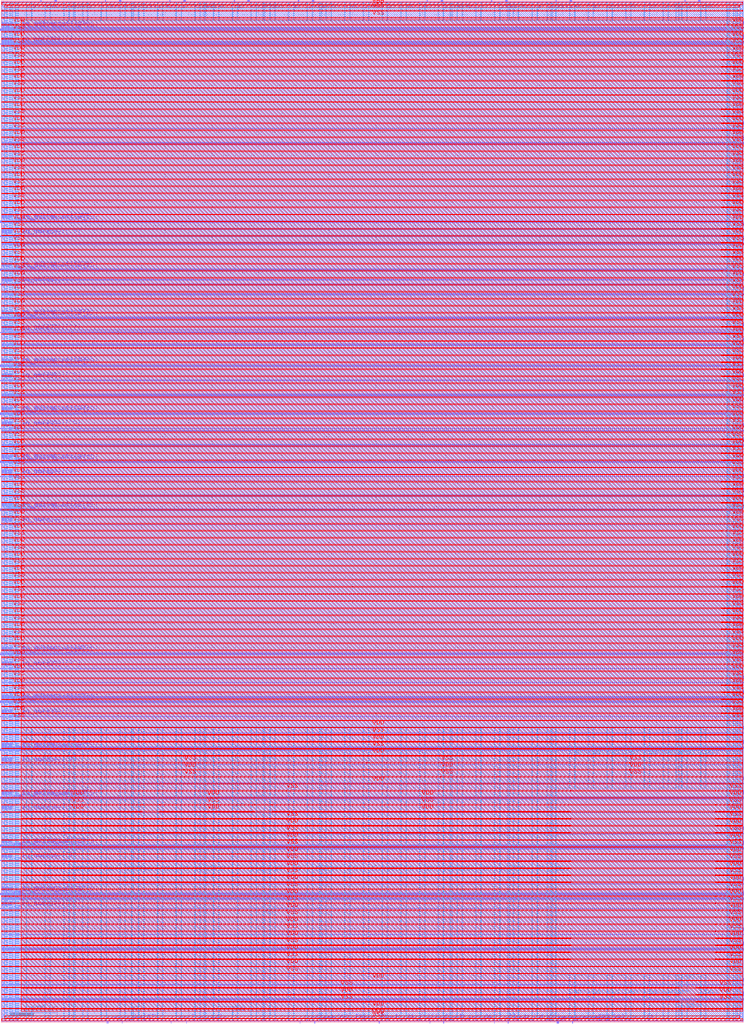
<source format=lef>
VERSION 5.7 ;
  NOWIREEXTENSIONATPIN ON ;
  DIVIDERCHAR "/" ;
  BUSBITCHARS "[]" ;
MACRO caravel_core
  CLASS BLOCK ;
  FOREIGN caravel_core ;
  ORIGIN 0.000 0.000 ;
  SIZE 3170.000 BY 4360.000 ;
  PIN VDD
    DIRECTION INOUT ;
    USE POWER ;
    PORT
      LAYER Metal4 ;
        RECT 14.080 17.440 24.080 4341.600 ;
    END
    PORT
      LAYER Metal5 ;
        RECT 14.080 17.440 3154.960 27.440 ;
    END
    PORT
      LAYER Metal5 ;
        RECT 14.080 4331.600 3154.960 4341.600 ;
    END
    PORT
      LAYER Metal4 ;
        RECT 3144.960 17.440 3154.960 4341.600 ;
    END
    PORT
      LAYER Metal4 ;
        RECT 106.080 5.440 109.080 1260.320 ;
    END
    PORT
      LAYER Metal4 ;
        RECT 106.080 4275.080 109.080 4353.600 ;
    END
    PORT
      LAYER Metal4 ;
        RECT 186.080 5.440 189.080 1260.320 ;
    END
    PORT
      LAYER Metal4 ;
        RECT 186.080 4275.080 189.080 4353.600 ;
    END
    PORT
      LAYER Metal4 ;
        RECT 266.080 5.440 269.080 1260.320 ;
    END
    PORT
      LAYER Metal4 ;
        RECT 266.080 4275.080 269.080 4353.600 ;
    END
    PORT
      LAYER Metal4 ;
        RECT 346.080 5.440 349.080 1260.320 ;
    END
    PORT
      LAYER Metal4 ;
        RECT 346.080 4275.080 349.080 4353.600 ;
    END
    PORT
      LAYER Metal4 ;
        RECT 426.080 5.440 429.080 1260.320 ;
    END
    PORT
      LAYER Metal4 ;
        RECT 426.080 4275.080 429.080 4353.600 ;
    END
    PORT
      LAYER Metal4 ;
        RECT 506.080 5.440 509.080 1260.320 ;
    END
    PORT
      LAYER Metal4 ;
        RECT 506.080 4275.080 509.080 4353.600 ;
    END
    PORT
      LAYER Metal4 ;
        RECT 586.080 5.440 589.080 1260.320 ;
    END
    PORT
      LAYER Metal4 ;
        RECT 586.080 4275.080 589.080 4353.600 ;
    END
    PORT
      LAYER Metal4 ;
        RECT 666.080 5.440 669.080 1260.320 ;
    END
    PORT
      LAYER Metal4 ;
        RECT 666.080 4275.080 669.080 4353.600 ;
    END
    PORT
      LAYER Metal4 ;
        RECT 746.080 5.440 749.080 1260.320 ;
    END
    PORT
      LAYER Metal4 ;
        RECT 746.080 4275.080 749.080 4353.600 ;
    END
    PORT
      LAYER Metal4 ;
        RECT 826.080 5.440 829.080 1260.320 ;
    END
    PORT
      LAYER Metal4 ;
        RECT 826.080 4275.080 829.080 4353.600 ;
    END
    PORT
      LAYER Metal4 ;
        RECT 906.080 5.440 909.080 1260.320 ;
    END
    PORT
      LAYER Metal4 ;
        RECT 906.080 4275.080 909.080 4353.600 ;
    END
    PORT
      LAYER Metal4 ;
        RECT 986.080 5.440 989.080 66.400 ;
    END
    PORT
      LAYER Metal4 ;
        RECT 986.080 545.520 989.080 1260.320 ;
    END
    PORT
      LAYER Metal4 ;
        RECT 986.080 4275.080 989.080 4353.600 ;
    END
    PORT
      LAYER Metal4 ;
        RECT 1066.080 5.440 1069.080 1260.320 ;
    END
    PORT
      LAYER Metal4 ;
        RECT 1066.080 4275.080 1069.080 4353.600 ;
    END
    PORT
      LAYER Metal4 ;
        RECT 1146.080 5.440 1149.080 1260.320 ;
    END
    PORT
      LAYER Metal4 ;
        RECT 1146.080 4275.080 1149.080 4353.600 ;
    END
    PORT
      LAYER Metal4 ;
        RECT 1226.080 5.440 1229.080 1260.320 ;
    END
    PORT
      LAYER Metal4 ;
        RECT 1226.080 4275.080 1229.080 4353.600 ;
    END
    PORT
      LAYER Metal4 ;
        RECT 1306.080 5.440 1309.080 1260.320 ;
    END
    PORT
      LAYER Metal4 ;
        RECT 1306.080 4275.080 1309.080 4353.600 ;
    END
    PORT
      LAYER Metal4 ;
        RECT 1386.080 5.440 1389.080 1260.320 ;
    END
    PORT
      LAYER Metal4 ;
        RECT 1386.080 4275.080 1389.080 4353.600 ;
    END
    PORT
      LAYER Metal4 ;
        RECT 1466.080 5.440 1469.080 1260.320 ;
    END
    PORT
      LAYER Metal4 ;
        RECT 1466.080 4275.080 1469.080 4353.600 ;
    END
    PORT
      LAYER Metal4 ;
        RECT 1546.080 5.440 1549.080 1260.320 ;
    END
    PORT
      LAYER Metal4 ;
        RECT 1546.080 4275.080 1549.080 4353.600 ;
    END
    PORT
      LAYER Metal4 ;
        RECT 1626.080 5.440 1629.080 1260.320 ;
    END
    PORT
      LAYER Metal4 ;
        RECT 1626.080 4275.080 1629.080 4353.600 ;
    END
    PORT
      LAYER Metal4 ;
        RECT 1706.080 5.440 1709.080 1260.320 ;
    END
    PORT
      LAYER Metal4 ;
        RECT 1706.080 4275.080 1709.080 4353.600 ;
    END
    PORT
      LAYER Metal4 ;
        RECT 1786.080 5.440 1789.080 1260.320 ;
    END
    PORT
      LAYER Metal4 ;
        RECT 1786.080 4275.080 1789.080 4353.600 ;
    END
    PORT
      LAYER Metal4 ;
        RECT 1866.080 5.440 1869.080 1260.320 ;
    END
    PORT
      LAYER Metal4 ;
        RECT 1866.080 4275.080 1869.080 4353.600 ;
    END
    PORT
      LAYER Metal4 ;
        RECT 1946.080 5.440 1949.080 1260.320 ;
    END
    PORT
      LAYER Metal4 ;
        RECT 1946.080 4275.080 1949.080 4353.600 ;
    END
    PORT
      LAYER Metal4 ;
        RECT 2026.080 5.440 2029.080 1260.320 ;
    END
    PORT
      LAYER Metal4 ;
        RECT 2026.080 4275.080 2029.080 4353.600 ;
    END
    PORT
      LAYER Metal4 ;
        RECT 2106.080 5.440 2109.080 1260.320 ;
    END
    PORT
      LAYER Metal4 ;
        RECT 2106.080 4275.080 2109.080 4353.600 ;
    END
    PORT
      LAYER Metal4 ;
        RECT 2186.080 5.440 2189.080 1260.320 ;
    END
    PORT
      LAYER Metal4 ;
        RECT 2186.080 4275.080 2189.080 4353.600 ;
    END
    PORT
      LAYER Metal4 ;
        RECT 2266.080 5.440 2269.080 1260.320 ;
    END
    PORT
      LAYER Metal4 ;
        RECT 2266.080 4275.080 2269.080 4353.600 ;
    END
    PORT
      LAYER Metal4 ;
        RECT 2346.080 5.440 2349.080 1260.320 ;
    END
    PORT
      LAYER Metal4 ;
        RECT 2346.080 4275.080 2349.080 4353.600 ;
    END
    PORT
      LAYER Metal4 ;
        RECT 2426.080 5.440 2429.080 202.720 ;
    END
    PORT
      LAYER Metal4 ;
        RECT 2426.080 999.280 2429.080 1260.320 ;
    END
    PORT
      LAYER Metal4 ;
        RECT 2426.080 4275.080 2429.080 4353.600 ;
    END
    PORT
      LAYER Metal4 ;
        RECT 2506.080 5.440 2509.080 202.720 ;
    END
    PORT
      LAYER Metal4 ;
        RECT 2506.080 999.280 2509.080 1260.320 ;
    END
    PORT
      LAYER Metal4 ;
        RECT 2506.080 4275.080 2509.080 4353.600 ;
    END
    PORT
      LAYER Metal4 ;
        RECT 2586.080 5.440 2589.080 202.720 ;
    END
    PORT
      LAYER Metal4 ;
        RECT 2586.080 999.280 2589.080 1260.320 ;
    END
    PORT
      LAYER Metal4 ;
        RECT 2586.080 4275.080 2589.080 4353.600 ;
    END
    PORT
      LAYER Metal4 ;
        RECT 2666.080 5.440 2669.080 202.720 ;
    END
    PORT
      LAYER Metal4 ;
        RECT 2666.080 999.280 2669.080 1260.320 ;
    END
    PORT
      LAYER Metal4 ;
        RECT 2666.080 4275.080 2669.080 4353.600 ;
    END
    PORT
      LAYER Metal4 ;
        RECT 2746.080 5.440 2749.080 202.720 ;
    END
    PORT
      LAYER Metal4 ;
        RECT 2746.080 999.280 2749.080 1260.320 ;
    END
    PORT
      LAYER Metal4 ;
        RECT 2746.080 4275.080 2749.080 4353.600 ;
    END
    PORT
      LAYER Metal4 ;
        RECT 2826.080 5.440 2829.080 202.720 ;
    END
    PORT
      LAYER Metal4 ;
        RECT 2826.080 999.280 2829.080 1260.320 ;
    END
    PORT
      LAYER Metal4 ;
        RECT 2826.080 4275.080 2829.080 4353.600 ;
    END
    PORT
      LAYER Metal4 ;
        RECT 2906.080 5.440 2909.080 86.730 ;
    END
    PORT
      LAYER Metal4 ;
        RECT 2906.080 144.725 2909.080 202.720 ;
    END
    PORT
      LAYER Metal4 ;
        RECT 2906.080 999.280 2909.080 1260.320 ;
    END
    PORT
      LAYER Metal4 ;
        RECT 2906.080 4275.080 2909.080 4353.600 ;
    END
    PORT
      LAYER Metal4 ;
        RECT 2986.080 5.440 2989.080 202.720 ;
    END
    PORT
      LAYER Metal4 ;
        RECT 2986.080 999.280 2989.080 1260.320 ;
    END
    PORT
      LAYER Metal4 ;
        RECT 2986.080 4275.080 2989.080 4353.600 ;
    END
    PORT
      LAYER Metal4 ;
        RECT 3099.080 5.440 3102.080 4353.600 ;
    END
    PORT
      LAYER Metal4 ;
        RECT 3126.620 5.440 3129.620 4353.600 ;
    END
    PORT
      LAYER Metal4 ;
        RECT 36.080 5.440 39.080 4353.600 ;
    END
    PORT
      LAYER Metal4 ;
        RECT 60.940 5.440 63.940 4353.600 ;
    END
    PORT
      LAYER Metal5 ;
        RECT 2.080 56.590 3166.960 59.590 ;
    END
    PORT
      LAYER Metal5 ;
        RECT 2.080 116.590 2896.355 119.590 ;
    END
    PORT
      LAYER Metal5 ;
        RECT 2.080 176.590 3166.960 179.590 ;
    END
    PORT
      LAYER Metal5 ;
        RECT 2.080 236.590 2432.720 239.590 ;
    END
    PORT
      LAYER Metal5 ;
        RECT 2.080 296.590 2432.720 299.590 ;
    END
    PORT
      LAYER Metal5 ;
        RECT 2.080 356.590 2432.720 359.590 ;
    END
    PORT
      LAYER Metal5 ;
        RECT 2.080 416.590 2432.720 419.590 ;
    END
    PORT
      LAYER Metal5 ;
        RECT 2.080 476.590 2432.720 479.590 ;
    END
    PORT
      LAYER Metal5 ;
        RECT 2.080 536.590 2432.720 539.590 ;
    END
    PORT
      LAYER Metal5 ;
        RECT 2.080 596.590 2432.720 599.590 ;
    END
    PORT
      LAYER Metal5 ;
        RECT 2.080 656.590 2432.720 659.590 ;
    END
    PORT
      LAYER Metal5 ;
        RECT 2.080 716.590 2432.720 719.590 ;
    END
    PORT
      LAYER Metal5 ;
        RECT 2.080 776.590 2432.720 779.590 ;
    END
    PORT
      LAYER Metal5 ;
        RECT 2.080 836.590 2432.720 839.590 ;
    END
    PORT
      LAYER Metal5 ;
        RECT 2.080 896.590 601.540 899.590 ;
    END
    PORT
      LAYER Metal5 ;
        RECT 2.080 956.590 601.540 959.590 ;
    END
    PORT
      LAYER Metal5 ;
        RECT 2.080 1016.590 3166.960 1019.590 ;
    END
    PORT
      LAYER Metal5 ;
        RECT 2.080 1076.590 1561.540 1079.590 ;
    END
    PORT
      LAYER Metal5 ;
        RECT 2.080 1136.590 3166.960 1139.590 ;
    END
    PORT
      LAYER Metal5 ;
        RECT 2.080 1196.590 3166.960 1199.590 ;
    END
    PORT
      LAYER Metal5 ;
        RECT 2.080 1256.590 3166.960 1259.590 ;
    END
    PORT
      LAYER Metal5 ;
        RECT 2.080 1316.590 94.615 1319.590 ;
    END
    PORT
      LAYER Metal5 ;
        RECT 2.080 1376.590 94.615 1379.590 ;
    END
    PORT
      LAYER Metal5 ;
        RECT 2.080 1436.590 94.615 1439.590 ;
    END
    PORT
      LAYER Metal5 ;
        RECT 2.080 1496.590 94.615 1499.590 ;
    END
    PORT
      LAYER Metal5 ;
        RECT 2.080 1556.590 94.615 1559.590 ;
    END
    PORT
      LAYER Metal5 ;
        RECT 2.080 1616.590 94.615 1619.590 ;
    END
    PORT
      LAYER Metal5 ;
        RECT 2.080 1676.590 94.615 1679.590 ;
    END
    PORT
      LAYER Metal5 ;
        RECT 2.080 1736.590 94.615 1739.590 ;
    END
    PORT
      LAYER Metal5 ;
        RECT 2.080 1796.590 94.615 1799.590 ;
    END
    PORT
      LAYER Metal5 ;
        RECT 2.080 1856.590 94.615 1859.590 ;
    END
    PORT
      LAYER Metal5 ;
        RECT 2.080 1916.590 94.615 1919.590 ;
    END
    PORT
      LAYER Metal5 ;
        RECT 2.080 1976.590 94.615 1979.590 ;
    END
    PORT
      LAYER Metal5 ;
        RECT 2.080 2036.590 94.615 2039.590 ;
    END
    PORT
      LAYER Metal5 ;
        RECT 2.080 2096.590 94.615 2099.590 ;
    END
    PORT
      LAYER Metal5 ;
        RECT 2.080 2156.590 94.615 2159.590 ;
    END
    PORT
      LAYER Metal5 ;
        RECT 2.080 2216.590 94.615 2219.590 ;
    END
    PORT
      LAYER Metal5 ;
        RECT 2.080 2276.590 94.615 2279.590 ;
    END
    PORT
      LAYER Metal5 ;
        RECT 2.080 2336.590 94.615 2339.590 ;
    END
    PORT
      LAYER Metal5 ;
        RECT 2.080 2396.590 94.615 2399.590 ;
    END
    PORT
      LAYER Metal5 ;
        RECT 2.080 2456.590 94.615 2459.590 ;
    END
    PORT
      LAYER Metal5 ;
        RECT 2.080 2516.590 94.615 2519.590 ;
    END
    PORT
      LAYER Metal5 ;
        RECT 2.080 2576.590 94.615 2579.590 ;
    END
    PORT
      LAYER Metal5 ;
        RECT 2.080 2636.590 94.615 2639.590 ;
    END
    PORT
      LAYER Metal5 ;
        RECT 2.080 2696.590 94.615 2699.590 ;
    END
    PORT
      LAYER Metal5 ;
        RECT 2.080 2756.590 94.615 2759.590 ;
    END
    PORT
      LAYER Metal5 ;
        RECT 2.080 2816.590 94.615 2819.590 ;
    END
    PORT
      LAYER Metal5 ;
        RECT 2.080 2876.590 94.615 2879.590 ;
    END
    PORT
      LAYER Metal5 ;
        RECT 2.080 2936.590 94.615 2939.590 ;
    END
    PORT
      LAYER Metal5 ;
        RECT 2.080 2996.590 94.615 2999.590 ;
    END
    PORT
      LAYER Metal5 ;
        RECT 2.080 3056.590 94.615 3059.590 ;
    END
    PORT
      LAYER Metal5 ;
        RECT 2.080 3116.590 94.615 3119.590 ;
    END
    PORT
      LAYER Metal5 ;
        RECT 2.080 3176.590 94.615 3179.590 ;
    END
    PORT
      LAYER Metal5 ;
        RECT 2.080 3236.590 94.615 3239.590 ;
    END
    PORT
      LAYER Metal5 ;
        RECT 2.080 3296.590 94.615 3299.590 ;
    END
    PORT
      LAYER Metal5 ;
        RECT 2.080 3356.590 94.615 3359.590 ;
    END
    PORT
      LAYER Metal5 ;
        RECT 2.080 3416.590 94.615 3419.590 ;
    END
    PORT
      LAYER Metal5 ;
        RECT 2.080 3476.590 94.615 3479.590 ;
    END
    PORT
      LAYER Metal5 ;
        RECT 2.080 3536.590 94.615 3539.590 ;
    END
    PORT
      LAYER Metal5 ;
        RECT 2.080 3596.590 94.615 3599.590 ;
    END
    PORT
      LAYER Metal5 ;
        RECT 2.080 3656.590 94.615 3659.590 ;
    END
    PORT
      LAYER Metal5 ;
        RECT 2.080 3716.590 94.615 3719.590 ;
    END
    PORT
      LAYER Metal5 ;
        RECT 2.080 3776.590 94.615 3779.590 ;
    END
    PORT
      LAYER Metal5 ;
        RECT 2.080 3836.590 94.615 3839.590 ;
    END
    PORT
      LAYER Metal5 ;
        RECT 2.080 3896.590 94.615 3899.590 ;
    END
    PORT
      LAYER Metal5 ;
        RECT 2.080 3956.590 94.615 3959.590 ;
    END
    PORT
      LAYER Metal5 ;
        RECT 2.080 4016.590 94.615 4019.590 ;
    END
    PORT
      LAYER Metal5 ;
        RECT 2.080 4076.590 94.615 4079.590 ;
    END
    PORT
      LAYER Metal5 ;
        RECT 2.080 4136.590 94.615 4139.590 ;
    END
    PORT
      LAYER Metal5 ;
        RECT 2.080 4196.590 94.615 4199.590 ;
    END
    PORT
      LAYER Metal5 ;
        RECT 2.080 4256.590 94.615 4259.590 ;
    END
    PORT
      LAYER Metal5 ;
        RECT 2.080 4316.590 3166.960 4319.590 ;
    END
    PORT
      LAYER Metal5 ;
        RECT 677.460 896.590 1081.540 899.590 ;
    END
    PORT
      LAYER Metal5 ;
        RECT 677.460 956.590 1081.540 959.590 ;
    END
    PORT
      LAYER Metal5 ;
        RECT 1157.460 896.590 2432.720 899.590 ;
    END
    PORT
      LAYER Metal5 ;
        RECT 1157.460 956.590 2432.720 959.590 ;
    END
    PORT
      LAYER Metal5 ;
        RECT 1637.460 1076.590 2121.040 1079.590 ;
    END
    PORT
      LAYER Metal5 ;
        RECT 2196.960 1076.590 3166.960 1079.590 ;
    END
    PORT
      LAYER Metal5 ;
        RECT 2966.995 116.590 3166.960 119.590 ;
    END
    PORT
      LAYER Metal5 ;
        RECT 3051.280 236.590 3166.960 239.590 ;
    END
    PORT
      LAYER Metal5 ;
        RECT 3051.280 296.590 3166.960 299.590 ;
    END
    PORT
      LAYER Metal5 ;
        RECT 3051.280 356.590 3166.960 359.590 ;
    END
    PORT
      LAYER Metal5 ;
        RECT 3051.280 416.590 3166.960 419.590 ;
    END
    PORT
      LAYER Metal5 ;
        RECT 3051.280 476.590 3166.960 479.590 ;
    END
    PORT
      LAYER Metal5 ;
        RECT 3051.280 536.590 3166.960 539.590 ;
    END
    PORT
      LAYER Metal5 ;
        RECT 3051.280 596.590 3166.960 599.590 ;
    END
    PORT
      LAYER Metal5 ;
        RECT 3051.280 656.590 3166.960 659.590 ;
    END
    PORT
      LAYER Metal5 ;
        RECT 3051.280 716.590 3166.960 719.590 ;
    END
    PORT
      LAYER Metal5 ;
        RECT 3051.280 776.590 3166.960 779.590 ;
    END
    PORT
      LAYER Metal5 ;
        RECT 3051.280 836.590 3166.960 839.590 ;
    END
    PORT
      LAYER Metal5 ;
        RECT 3051.280 896.590 3166.960 899.590 ;
    END
    PORT
      LAYER Metal5 ;
        RECT 3051.280 956.590 3166.960 959.590 ;
    END
    PORT
      LAYER Metal5 ;
        RECT 3075.235 1316.590 3166.960 1319.590 ;
    END
    PORT
      LAYER Metal5 ;
        RECT 3075.235 1376.590 3166.960 1379.590 ;
    END
    PORT
      LAYER Metal5 ;
        RECT 3075.235 1436.590 3166.960 1439.590 ;
    END
    PORT
      LAYER Metal5 ;
        RECT 3075.235 1496.590 3166.960 1499.590 ;
    END
    PORT
      LAYER Metal5 ;
        RECT 3075.235 1556.590 3166.960 1559.590 ;
    END
    PORT
      LAYER Metal5 ;
        RECT 3075.235 1616.590 3166.960 1619.590 ;
    END
    PORT
      LAYER Metal5 ;
        RECT 3075.235 1676.590 3166.960 1679.590 ;
    END
    PORT
      LAYER Metal5 ;
        RECT 3075.235 1736.590 3166.960 1739.590 ;
    END
    PORT
      LAYER Metal5 ;
        RECT 3075.235 1796.590 3166.960 1799.590 ;
    END
    PORT
      LAYER Metal5 ;
        RECT 3075.235 1856.590 3166.960 1859.590 ;
    END
    PORT
      LAYER Metal5 ;
        RECT 3075.235 1916.590 3166.960 1919.590 ;
    END
    PORT
      LAYER Metal5 ;
        RECT 3075.235 1976.590 3166.960 1979.590 ;
    END
    PORT
      LAYER Metal5 ;
        RECT 3075.235 2036.590 3166.960 2039.590 ;
    END
    PORT
      LAYER Metal5 ;
        RECT 3075.235 2096.590 3166.960 2099.590 ;
    END
    PORT
      LAYER Metal5 ;
        RECT 3075.235 2156.590 3166.960 2159.590 ;
    END
    PORT
      LAYER Metal5 ;
        RECT 3075.235 2216.590 3166.960 2219.590 ;
    END
    PORT
      LAYER Metal5 ;
        RECT 3075.235 2276.590 3166.960 2279.590 ;
    END
    PORT
      LAYER Metal5 ;
        RECT 3075.235 2336.590 3166.960 2339.590 ;
    END
    PORT
      LAYER Metal5 ;
        RECT 3075.235 2396.590 3166.960 2399.590 ;
    END
    PORT
      LAYER Metal5 ;
        RECT 3075.235 2456.590 3166.960 2459.590 ;
    END
    PORT
      LAYER Metal5 ;
        RECT 3075.235 2516.590 3166.960 2519.590 ;
    END
    PORT
      LAYER Metal5 ;
        RECT 3075.235 2576.590 3166.960 2579.590 ;
    END
    PORT
      LAYER Metal5 ;
        RECT 3075.235 2636.590 3166.960 2639.590 ;
    END
    PORT
      LAYER Metal5 ;
        RECT 3075.235 2696.590 3166.960 2699.590 ;
    END
    PORT
      LAYER Metal5 ;
        RECT 3075.235 2756.590 3166.960 2759.590 ;
    END
    PORT
      LAYER Metal5 ;
        RECT 3075.235 2816.590 3166.960 2819.590 ;
    END
    PORT
      LAYER Metal5 ;
        RECT 3075.235 2876.590 3166.960 2879.590 ;
    END
    PORT
      LAYER Metal5 ;
        RECT 3075.235 2936.590 3166.960 2939.590 ;
    END
    PORT
      LAYER Metal5 ;
        RECT 3075.235 2996.590 3166.960 2999.590 ;
    END
    PORT
      LAYER Metal5 ;
        RECT 3075.235 3056.590 3166.960 3059.590 ;
    END
    PORT
      LAYER Metal5 ;
        RECT 3075.235 3116.590 3166.960 3119.590 ;
    END
    PORT
      LAYER Metal5 ;
        RECT 3075.235 3176.590 3166.960 3179.590 ;
    END
    PORT
      LAYER Metal5 ;
        RECT 3075.235 3236.590 3166.960 3239.590 ;
    END
    PORT
      LAYER Metal5 ;
        RECT 3075.235 3296.590 3166.960 3299.590 ;
    END
    PORT
      LAYER Metal5 ;
        RECT 3075.235 3356.590 3166.960 3359.590 ;
    END
    PORT
      LAYER Metal5 ;
        RECT 3075.235 3416.590 3166.960 3419.590 ;
    END
    PORT
      LAYER Metal5 ;
        RECT 3075.235 3476.590 3166.960 3479.590 ;
    END
    PORT
      LAYER Metal5 ;
        RECT 3075.235 3536.590 3166.960 3539.590 ;
    END
    PORT
      LAYER Metal5 ;
        RECT 3075.235 3596.590 3166.960 3599.590 ;
    END
    PORT
      LAYER Metal5 ;
        RECT 3075.235 3656.590 3166.960 3659.590 ;
    END
    PORT
      LAYER Metal5 ;
        RECT 3075.235 3716.590 3166.960 3719.590 ;
    END
    PORT
      LAYER Metal5 ;
        RECT 3075.235 3776.590 3166.960 3779.590 ;
    END
    PORT
      LAYER Metal5 ;
        RECT 3075.235 3836.590 3166.960 3839.590 ;
    END
    PORT
      LAYER Metal5 ;
        RECT 3075.235 3896.590 3166.960 3899.590 ;
    END
    PORT
      LAYER Metal5 ;
        RECT 3075.235 3956.590 3166.960 3959.590 ;
    END
    PORT
      LAYER Metal5 ;
        RECT 3075.235 4016.590 3166.960 4019.590 ;
    END
    PORT
      LAYER Metal5 ;
        RECT 3075.235 4076.590 3166.960 4079.590 ;
    END
    PORT
      LAYER Metal5 ;
        RECT 3075.235 4136.590 3166.960 4139.590 ;
    END
    PORT
      LAYER Metal5 ;
        RECT 3075.235 4196.590 3166.960 4199.590 ;
    END
    PORT
      LAYER Metal5 ;
        RECT 3075.235 4256.590 3166.960 4259.590 ;
    END
    PORT
      LAYER Metal4 ;
        RECT 2331.080 5.440 2334.080 1260.320 ;
    END
    PORT
      LAYER Metal4 ;
        RECT 2331.080 4275.080 2334.080 4353.600 ;
    END
    PORT
      LAYER Metal4 ;
        RECT 2880.580 5.440 2883.580 202.720 ;
    END
    PORT
      LAYER Metal4 ;
        RECT 2880.580 999.280 2883.580 1260.320 ;
    END
    PORT
      LAYER Metal4 ;
        RECT 2880.580 4275.080 2883.580 4353.600 ;
    END
    PORT
      LAYER Metal4 ;
        RECT 2163.080 5.440 2166.080 1260.320 ;
    END
    PORT
      LAYER Metal4 ;
        RECT 2163.080 4275.080 2166.080 4353.600 ;
    END
    PORT
      LAYER Metal4 ;
        RECT 1916.380 5.440 1919.380 1260.320 ;
    END
    PORT
      LAYER Metal4 ;
        RECT 1916.380 4275.080 1919.380 4353.600 ;
    END
    PORT
      LAYER Metal4 ;
        RECT 1359.380 5.440 1362.380 1260.320 ;
    END
    PORT
      LAYER Metal4 ;
        RECT 1359.380 4275.080 1362.380 4353.600 ;
    END
    PORT
      LAYER Metal4 ;
        RECT 1116.480 5.440 1119.480 899.260 ;
    END
    PORT
      LAYER Metal4 ;
        RECT 1116.480 967.380 1119.480 1260.320 ;
    END
    PORT
      LAYER Metal4 ;
        RECT 1116.480 4275.080 1119.480 4353.600 ;
    END
    PORT
      LAYER Metal4 ;
        RECT 864.780 5.440 867.780 1260.320 ;
    END
    PORT
      LAYER Metal4 ;
        RECT 864.780 4275.080 867.780 4353.600 ;
    END
    PORT
      LAYER Metal4 ;
        RECT 556.280 5.440 559.280 1260.320 ;
    END
    PORT
      LAYER Metal4 ;
        RECT 556.280 4275.080 559.280 4353.600 ;
    END
    PORT
      LAYER Metal4 ;
        RECT 306.580 5.440 309.580 1260.320 ;
    END
    PORT
      LAYER Metal4 ;
        RECT 306.580 4275.080 309.580 4353.600 ;
    END
  END VDD
  PIN VSS
    DIRECTION INOUT ;
    USE GROUND ;
    PORT
      LAYER Metal4 ;
        RECT 2.080 5.440 12.080 4353.600 ;
    END
    PORT
      LAYER Metal5 ;
        RECT 2.080 5.440 3166.960 15.440 ;
    END
    PORT
      LAYER Metal5 ;
        RECT 2.080 4343.600 3166.960 4353.600 ;
    END
    PORT
      LAYER Metal4 ;
        RECT 3156.960 5.440 3166.960 4353.600 ;
    END
    PORT
      LAYER Metal4 ;
        RECT 128.080 5.440 131.080 66.400 ;
    END
    PORT
      LAYER Metal4 ;
        RECT 128.080 545.520 131.080 1260.320 ;
    END
    PORT
      LAYER Metal4 ;
        RECT 128.080 4275.080 131.080 4353.600 ;
    END
    PORT
      LAYER Metal4 ;
        RECT 208.080 5.440 211.080 1260.320 ;
    END
    PORT
      LAYER Metal4 ;
        RECT 208.080 4275.080 211.080 4353.600 ;
    END
    PORT
      LAYER Metal4 ;
        RECT 288.080 5.440 291.080 1260.320 ;
    END
    PORT
      LAYER Metal4 ;
        RECT 288.080 4275.080 291.080 4353.600 ;
    END
    PORT
      LAYER Metal4 ;
        RECT 368.080 5.440 371.080 1260.320 ;
    END
    PORT
      LAYER Metal4 ;
        RECT 368.080 4275.080 371.080 4353.600 ;
    END
    PORT
      LAYER Metal4 ;
        RECT 448.080 5.440 451.080 1260.320 ;
    END
    PORT
      LAYER Metal4 ;
        RECT 448.080 4275.080 451.080 4353.600 ;
    END
    PORT
      LAYER Metal4 ;
        RECT 528.080 5.440 531.080 1260.320 ;
    END
    PORT
      LAYER Metal4 ;
        RECT 528.080 4275.080 531.080 4353.600 ;
    END
    PORT
      LAYER Metal4 ;
        RECT 608.080 5.440 611.080 1260.320 ;
    END
    PORT
      LAYER Metal4 ;
        RECT 608.080 4275.080 611.080 4353.600 ;
    END
    PORT
      LAYER Metal4 ;
        RECT 688.080 5.440 691.080 1260.320 ;
    END
    PORT
      LAYER Metal4 ;
        RECT 688.080 4275.080 691.080 4353.600 ;
    END
    PORT
      LAYER Metal4 ;
        RECT 768.080 5.440 771.080 1260.320 ;
    END
    PORT
      LAYER Metal4 ;
        RECT 768.080 4275.080 771.080 4353.600 ;
    END
    PORT
      LAYER Metal4 ;
        RECT 848.080 5.440 851.080 1260.320 ;
    END
    PORT
      LAYER Metal4 ;
        RECT 848.080 4275.080 851.080 4353.600 ;
    END
    PORT
      LAYER Metal4 ;
        RECT 928.080 5.440 931.080 1260.320 ;
    END
    PORT
      LAYER Metal4 ;
        RECT 928.080 4275.080 931.080 4353.600 ;
    END
    PORT
      LAYER Metal4 ;
        RECT 1008.080 5.440 1011.080 1260.320 ;
    END
    PORT
      LAYER Metal4 ;
        RECT 1008.080 4275.080 1011.080 4353.600 ;
    END
    PORT
      LAYER Metal4 ;
        RECT 1088.080 5.440 1091.080 1260.320 ;
    END
    PORT
      LAYER Metal4 ;
        RECT 1088.080 4275.080 1091.080 4353.600 ;
    END
    PORT
      LAYER Metal4 ;
        RECT 1168.080 5.440 1171.080 1260.320 ;
    END
    PORT
      LAYER Metal4 ;
        RECT 1168.080 4275.080 1171.080 4353.600 ;
    END
    PORT
      LAYER Metal4 ;
        RECT 1248.080 5.440 1251.080 1260.320 ;
    END
    PORT
      LAYER Metal4 ;
        RECT 1248.080 4275.080 1251.080 4353.600 ;
    END
    PORT
      LAYER Metal4 ;
        RECT 1328.080 5.440 1331.080 1260.320 ;
    END
    PORT
      LAYER Metal4 ;
        RECT 1328.080 4275.080 1331.080 4353.600 ;
    END
    PORT
      LAYER Metal4 ;
        RECT 1408.080 5.440 1411.080 1260.320 ;
    END
    PORT
      LAYER Metal4 ;
        RECT 1408.080 4275.080 1411.080 4353.600 ;
    END
    PORT
      LAYER Metal4 ;
        RECT 1488.080 5.440 1491.080 1260.320 ;
    END
    PORT
      LAYER Metal4 ;
        RECT 1488.080 4275.080 1491.080 4353.600 ;
    END
    PORT
      LAYER Metal4 ;
        RECT 1568.080 5.440 1571.080 1260.320 ;
    END
    PORT
      LAYER Metal4 ;
        RECT 1568.080 4275.080 1571.080 4353.600 ;
    END
    PORT
      LAYER Metal4 ;
        RECT 1648.080 5.440 1651.080 1260.320 ;
    END
    PORT
      LAYER Metal4 ;
        RECT 1648.080 4275.080 1651.080 4353.600 ;
    END
    PORT
      LAYER Metal4 ;
        RECT 1728.080 5.440 1731.080 1260.320 ;
    END
    PORT
      LAYER Metal4 ;
        RECT 1728.080 4275.080 1731.080 4353.600 ;
    END
    PORT
      LAYER Metal4 ;
        RECT 1808.080 5.440 1811.080 1260.320 ;
    END
    PORT
      LAYER Metal4 ;
        RECT 1808.080 4275.080 1811.080 4353.600 ;
    END
    PORT
      LAYER Metal4 ;
        RECT 1888.080 5.440 1891.080 1260.320 ;
    END
    PORT
      LAYER Metal4 ;
        RECT 1888.080 4275.080 1891.080 4353.600 ;
    END
    PORT
      LAYER Metal4 ;
        RECT 1968.080 5.440 1971.080 1260.320 ;
    END
    PORT
      LAYER Metal4 ;
        RECT 1968.080 4275.080 1971.080 4353.600 ;
    END
    PORT
      LAYER Metal4 ;
        RECT 2048.080 5.440 2051.080 1260.320 ;
    END
    PORT
      LAYER Metal4 ;
        RECT 2048.080 4275.080 2051.080 4353.600 ;
    END
    PORT
      LAYER Metal4 ;
        RECT 2128.080 5.440 2131.080 1260.320 ;
    END
    PORT
      LAYER Metal4 ;
        RECT 2128.080 4275.080 2131.080 4353.600 ;
    END
    PORT
      LAYER Metal4 ;
        RECT 2208.080 5.440 2211.080 1260.320 ;
    END
    PORT
      LAYER Metal4 ;
        RECT 2208.080 4275.080 2211.080 4353.600 ;
    END
    PORT
      LAYER Metal4 ;
        RECT 2288.080 5.440 2291.080 1260.320 ;
    END
    PORT
      LAYER Metal4 ;
        RECT 2288.080 4275.080 2291.080 4353.600 ;
    END
    PORT
      LAYER Metal4 ;
        RECT 2368.080 5.440 2371.080 1260.320 ;
    END
    PORT
      LAYER Metal4 ;
        RECT 2368.080 4275.080 2371.080 4353.600 ;
    END
    PORT
      LAYER Metal4 ;
        RECT 2448.080 5.440 2451.080 202.720 ;
    END
    PORT
      LAYER Metal4 ;
        RECT 2448.080 999.280 2451.080 1260.320 ;
    END
    PORT
      LAYER Metal4 ;
        RECT 2448.080 4275.080 2451.080 4353.600 ;
    END
    PORT
      LAYER Metal4 ;
        RECT 2528.080 5.440 2531.080 202.720 ;
    END
    PORT
      LAYER Metal4 ;
        RECT 2528.080 999.280 2531.080 1260.320 ;
    END
    PORT
      LAYER Metal4 ;
        RECT 2528.080 4275.080 2531.080 4353.600 ;
    END
    PORT
      LAYER Metal4 ;
        RECT 2608.080 5.440 2611.080 202.720 ;
    END
    PORT
      LAYER Metal4 ;
        RECT 2608.080 999.280 2611.080 1260.320 ;
    END
    PORT
      LAYER Metal4 ;
        RECT 2608.080 4275.080 2611.080 4353.600 ;
    END
    PORT
      LAYER Metal4 ;
        RECT 2688.080 5.440 2691.080 202.720 ;
    END
    PORT
      LAYER Metal4 ;
        RECT 2688.080 999.280 2691.080 1260.320 ;
    END
    PORT
      LAYER Metal4 ;
        RECT 2688.080 4275.080 2691.080 4353.600 ;
    END
    PORT
      LAYER Metal4 ;
        RECT 2768.080 5.440 2771.080 202.720 ;
    END
    PORT
      LAYER Metal4 ;
        RECT 2768.080 999.280 2771.080 1260.320 ;
    END
    PORT
      LAYER Metal4 ;
        RECT 2768.080 4275.080 2771.080 4353.600 ;
    END
    PORT
      LAYER Metal4 ;
        RECT 2848.080 5.440 2851.080 202.720 ;
    END
    PORT
      LAYER Metal4 ;
        RECT 2848.080 999.280 2851.080 1260.320 ;
    END
    PORT
      LAYER Metal4 ;
        RECT 2848.080 4275.080 2851.080 4353.600 ;
    END
    PORT
      LAYER Metal4 ;
        RECT 2928.080 5.440 2931.080 86.730 ;
    END
    PORT
      LAYER Metal4 ;
        RECT 2928.080 144.725 2931.080 202.720 ;
    END
    PORT
      LAYER Metal4 ;
        RECT 2928.080 999.280 2931.080 1260.320 ;
    END
    PORT
      LAYER Metal4 ;
        RECT 2928.080 4275.080 2931.080 4353.600 ;
    END
    PORT
      LAYER Metal4 ;
        RECT 3008.080 5.440 3011.080 202.720 ;
    END
    PORT
      LAYER Metal4 ;
        RECT 3008.080 999.280 3011.080 1260.320 ;
    END
    PORT
      LAYER Metal4 ;
        RECT 3008.080 4275.080 3011.080 4353.600 ;
    END
    PORT
      LAYER Metal4 ;
        RECT 3108.080 5.440 3111.080 4353.600 ;
    END
    PORT
      LAYER Metal4 ;
        RECT 3135.620 5.440 3138.620 4353.600 ;
    END
    PORT
      LAYER Metal4 ;
        RECT 45.080 5.440 48.080 4353.600 ;
    END
    PORT
      LAYER Metal4 ;
        RECT 69.940 5.440 72.940 4353.600 ;
    END
    PORT
      LAYER Metal5 ;
        RECT 2.080 86.590 2896.855 89.590 ;
    END
    PORT
      LAYER Metal5 ;
        RECT 2.080 146.590 2896.355 149.590 ;
    END
    PORT
      LAYER Metal5 ;
        RECT 2.080 206.590 2432.720 209.590 ;
    END
    PORT
      LAYER Metal5 ;
        RECT 2.080 266.590 2432.720 269.590 ;
    END
    PORT
      LAYER Metal5 ;
        RECT 2.080 326.590 2432.720 329.590 ;
    END
    PORT
      LAYER Metal5 ;
        RECT 2.080 386.590 2432.720 389.590 ;
    END
    PORT
      LAYER Metal5 ;
        RECT 2.080 446.590 2432.720 449.590 ;
    END
    PORT
      LAYER Metal5 ;
        RECT 2.080 506.590 2432.720 509.590 ;
    END
    PORT
      LAYER Metal5 ;
        RECT 2.080 566.590 2432.720 569.590 ;
    END
    PORT
      LAYER Metal5 ;
        RECT 2.080 626.590 2432.720 629.590 ;
    END
    PORT
      LAYER Metal5 ;
        RECT 2.080 686.590 2432.720 689.590 ;
    END
    PORT
      LAYER Metal5 ;
        RECT 2.080 746.590 2432.720 749.590 ;
    END
    PORT
      LAYER Metal5 ;
        RECT 2.080 806.590 2432.720 809.590 ;
    END
    PORT
      LAYER Metal5 ;
        RECT 2.080 866.590 2432.720 869.590 ;
    END
    PORT
      LAYER Metal5 ;
        RECT 2.080 926.590 601.540 929.590 ;
    END
    PORT
      LAYER Metal5 ;
        RECT 2.080 986.590 2432.720 989.590 ;
    END
    PORT
      LAYER Metal5 ;
        RECT 2.080 1046.590 1561.540 1049.590 ;
    END
    PORT
      LAYER Metal5 ;
        RECT 2.080 1106.590 1561.540 1109.590 ;
    END
    PORT
      LAYER Metal5 ;
        RECT 2.080 1166.590 3166.960 1169.590 ;
    END
    PORT
      LAYER Metal5 ;
        RECT 2.080 1226.590 3166.960 1229.590 ;
    END
    PORT
      LAYER Metal5 ;
        RECT 2.080 1286.590 94.615 1289.590 ;
    END
    PORT
      LAYER Metal5 ;
        RECT 2.080 1346.590 94.615 1349.590 ;
    END
    PORT
      LAYER Metal5 ;
        RECT 2.080 1406.590 94.615 1409.590 ;
    END
    PORT
      LAYER Metal5 ;
        RECT 2.080 1466.590 94.615 1469.590 ;
    END
    PORT
      LAYER Metal5 ;
        RECT 2.080 1526.590 94.615 1529.590 ;
    END
    PORT
      LAYER Metal5 ;
        RECT 2.080 1586.590 94.615 1589.590 ;
    END
    PORT
      LAYER Metal5 ;
        RECT 2.080 1646.590 94.615 1649.590 ;
    END
    PORT
      LAYER Metal5 ;
        RECT 2.080 1706.590 94.615 1709.590 ;
    END
    PORT
      LAYER Metal5 ;
        RECT 2.080 1766.590 94.615 1769.590 ;
    END
    PORT
      LAYER Metal5 ;
        RECT 2.080 1826.590 94.615 1829.590 ;
    END
    PORT
      LAYER Metal5 ;
        RECT 2.080 1886.590 94.615 1889.590 ;
    END
    PORT
      LAYER Metal5 ;
        RECT 2.080 1946.590 94.615 1949.590 ;
    END
    PORT
      LAYER Metal5 ;
        RECT 2.080 2006.590 94.615 2009.590 ;
    END
    PORT
      LAYER Metal5 ;
        RECT 2.080 2066.590 94.615 2069.590 ;
    END
    PORT
      LAYER Metal5 ;
        RECT 2.080 2126.590 94.615 2129.590 ;
    END
    PORT
      LAYER Metal5 ;
        RECT 2.080 2186.590 94.615 2189.590 ;
    END
    PORT
      LAYER Metal5 ;
        RECT 2.080 2246.590 94.615 2249.590 ;
    END
    PORT
      LAYER Metal5 ;
        RECT 2.080 2306.590 94.615 2309.590 ;
    END
    PORT
      LAYER Metal5 ;
        RECT 2.080 2366.590 94.615 2369.590 ;
    END
    PORT
      LAYER Metal5 ;
        RECT 2.080 2426.590 94.615 2429.590 ;
    END
    PORT
      LAYER Metal5 ;
        RECT 2.080 2486.590 94.615 2489.590 ;
    END
    PORT
      LAYER Metal5 ;
        RECT 2.080 2546.590 94.615 2549.590 ;
    END
    PORT
      LAYER Metal5 ;
        RECT 2.080 2606.590 94.615 2609.590 ;
    END
    PORT
      LAYER Metal5 ;
        RECT 2.080 2666.590 94.615 2669.590 ;
    END
    PORT
      LAYER Metal5 ;
        RECT 2.080 2726.590 94.615 2729.590 ;
    END
    PORT
      LAYER Metal5 ;
        RECT 2.080 2786.590 94.615 2789.590 ;
    END
    PORT
      LAYER Metal5 ;
        RECT 2.080 2846.590 94.615 2849.590 ;
    END
    PORT
      LAYER Metal5 ;
        RECT 2.080 2906.590 94.615 2909.590 ;
    END
    PORT
      LAYER Metal5 ;
        RECT 2.080 2966.590 94.615 2969.590 ;
    END
    PORT
      LAYER Metal5 ;
        RECT 2.080 3026.590 94.615 3029.590 ;
    END
    PORT
      LAYER Metal5 ;
        RECT 2.080 3086.590 94.615 3089.590 ;
    END
    PORT
      LAYER Metal5 ;
        RECT 2.080 3146.590 94.615 3149.590 ;
    END
    PORT
      LAYER Metal5 ;
        RECT 2.080 3206.590 94.615 3209.590 ;
    END
    PORT
      LAYER Metal5 ;
        RECT 2.080 3266.590 94.615 3269.590 ;
    END
    PORT
      LAYER Metal5 ;
        RECT 2.080 3326.590 94.615 3329.590 ;
    END
    PORT
      LAYER Metal5 ;
        RECT 2.080 3386.590 94.615 3389.590 ;
    END
    PORT
      LAYER Metal5 ;
        RECT 2.080 3446.590 94.615 3449.590 ;
    END
    PORT
      LAYER Metal5 ;
        RECT 2.080 3506.590 94.615 3509.590 ;
    END
    PORT
      LAYER Metal5 ;
        RECT 2.080 3566.590 94.615 3569.590 ;
    END
    PORT
      LAYER Metal5 ;
        RECT 2.080 3626.590 94.615 3629.590 ;
    END
    PORT
      LAYER Metal5 ;
        RECT 2.080 3686.590 94.615 3689.590 ;
    END
    PORT
      LAYER Metal5 ;
        RECT 2.080 3746.590 94.615 3749.590 ;
    END
    PORT
      LAYER Metal5 ;
        RECT 2.080 3806.590 94.615 3809.590 ;
    END
    PORT
      LAYER Metal5 ;
        RECT 2.080 3866.590 94.615 3869.590 ;
    END
    PORT
      LAYER Metal5 ;
        RECT 2.080 3926.590 94.615 3929.590 ;
    END
    PORT
      LAYER Metal5 ;
        RECT 2.080 3986.590 94.615 3989.590 ;
    END
    PORT
      LAYER Metal5 ;
        RECT 2.080 4046.590 94.615 4049.590 ;
    END
    PORT
      LAYER Metal5 ;
        RECT 2.080 4106.590 94.615 4109.590 ;
    END
    PORT
      LAYER Metal5 ;
        RECT 2.080 4166.590 94.615 4169.590 ;
    END
    PORT
      LAYER Metal5 ;
        RECT 2.080 4226.590 94.615 4229.590 ;
    END
    PORT
      LAYER Metal5 ;
        RECT 2.080 4286.590 3166.960 4289.590 ;
    END
    PORT
      LAYER Metal5 ;
        RECT 677.460 926.590 1081.540 929.590 ;
    END
    PORT
      LAYER Metal5 ;
        RECT 1157.460 926.590 2432.720 929.590 ;
    END
    PORT
      LAYER Metal5 ;
        RECT 1637.460 1046.590 2121.040 1049.590 ;
    END
    PORT
      LAYER Metal5 ;
        RECT 1637.460 1106.590 2121.040 1109.590 ;
    END
    PORT
      LAYER Metal5 ;
        RECT 2196.960 1046.590 3166.960 1049.590 ;
    END
    PORT
      LAYER Metal5 ;
        RECT 2196.960 1106.590 3166.960 1109.590 ;
    END
    PORT
      LAYER Metal5 ;
        RECT 2966.995 86.590 3166.960 89.590 ;
    END
    PORT
      LAYER Metal5 ;
        RECT 2966.995 146.590 3166.960 149.590 ;
    END
    PORT
      LAYER Metal5 ;
        RECT 3051.280 206.590 3166.960 209.590 ;
    END
    PORT
      LAYER Metal5 ;
        RECT 3051.280 266.590 3166.960 269.590 ;
    END
    PORT
      LAYER Metal5 ;
        RECT 3051.280 326.590 3166.960 329.590 ;
    END
    PORT
      LAYER Metal5 ;
        RECT 3051.280 386.590 3166.960 389.590 ;
    END
    PORT
      LAYER Metal5 ;
        RECT 3051.280 446.590 3166.960 449.590 ;
    END
    PORT
      LAYER Metal5 ;
        RECT 3051.280 506.590 3166.960 509.590 ;
    END
    PORT
      LAYER Metal5 ;
        RECT 3051.280 566.590 3166.960 569.590 ;
    END
    PORT
      LAYER Metal5 ;
        RECT 3051.280 626.590 3166.960 629.590 ;
    END
    PORT
      LAYER Metal5 ;
        RECT 3051.280 686.590 3166.960 689.590 ;
    END
    PORT
      LAYER Metal5 ;
        RECT 3051.280 746.590 3166.960 749.590 ;
    END
    PORT
      LAYER Metal5 ;
        RECT 3051.280 806.590 3166.960 809.590 ;
    END
    PORT
      LAYER Metal5 ;
        RECT 3051.280 866.590 3166.960 869.590 ;
    END
    PORT
      LAYER Metal5 ;
        RECT 3051.280 926.590 3166.960 929.590 ;
    END
    PORT
      LAYER Metal5 ;
        RECT 3051.280 986.590 3166.960 989.590 ;
    END
    PORT
      LAYER Metal5 ;
        RECT 3075.235 1286.590 3166.960 1289.590 ;
    END
    PORT
      LAYER Metal5 ;
        RECT 3075.235 1346.590 3166.960 1349.590 ;
    END
    PORT
      LAYER Metal5 ;
        RECT 3075.235 1406.590 3166.960 1409.590 ;
    END
    PORT
      LAYER Metal5 ;
        RECT 3075.235 1466.590 3166.960 1469.590 ;
    END
    PORT
      LAYER Metal5 ;
        RECT 3075.235 1526.590 3166.960 1529.590 ;
    END
    PORT
      LAYER Metal5 ;
        RECT 3075.235 1586.590 3166.960 1589.590 ;
    END
    PORT
      LAYER Metal5 ;
        RECT 3075.235 1646.590 3166.960 1649.590 ;
    END
    PORT
      LAYER Metal5 ;
        RECT 3075.235 1706.590 3166.960 1709.590 ;
    END
    PORT
      LAYER Metal5 ;
        RECT 3075.235 1766.590 3166.960 1769.590 ;
    END
    PORT
      LAYER Metal5 ;
        RECT 3075.235 1826.590 3166.960 1829.590 ;
    END
    PORT
      LAYER Metal5 ;
        RECT 3075.235 1886.590 3166.960 1889.590 ;
    END
    PORT
      LAYER Metal5 ;
        RECT 3075.235 1946.590 3166.960 1949.590 ;
    END
    PORT
      LAYER Metal5 ;
        RECT 3075.235 2006.590 3166.960 2009.590 ;
    END
    PORT
      LAYER Metal5 ;
        RECT 3075.235 2066.590 3166.960 2069.590 ;
    END
    PORT
      LAYER Metal5 ;
        RECT 3075.235 2126.590 3166.960 2129.590 ;
    END
    PORT
      LAYER Metal5 ;
        RECT 3075.235 2186.590 3166.960 2189.590 ;
    END
    PORT
      LAYER Metal5 ;
        RECT 3075.235 2246.590 3166.960 2249.590 ;
    END
    PORT
      LAYER Metal5 ;
        RECT 3075.235 2306.590 3166.960 2309.590 ;
    END
    PORT
      LAYER Metal5 ;
        RECT 3075.235 2366.590 3166.960 2369.590 ;
    END
    PORT
      LAYER Metal5 ;
        RECT 3075.235 2426.590 3166.960 2429.590 ;
    END
    PORT
      LAYER Metal5 ;
        RECT 3075.235 2486.590 3166.960 2489.590 ;
    END
    PORT
      LAYER Metal5 ;
        RECT 3075.235 2546.590 3166.960 2549.590 ;
    END
    PORT
      LAYER Metal5 ;
        RECT 3075.235 2606.590 3166.960 2609.590 ;
    END
    PORT
      LAYER Metal5 ;
        RECT 3075.235 2666.590 3166.960 2669.590 ;
    END
    PORT
      LAYER Metal5 ;
        RECT 3075.235 2726.590 3166.960 2729.590 ;
    END
    PORT
      LAYER Metal5 ;
        RECT 3075.235 2786.590 3166.960 2789.590 ;
    END
    PORT
      LAYER Metal5 ;
        RECT 3075.235 2846.590 3166.960 2849.590 ;
    END
    PORT
      LAYER Metal5 ;
        RECT 3075.235 2906.590 3166.960 2909.590 ;
    END
    PORT
      LAYER Metal5 ;
        RECT 3075.235 2966.590 3166.960 2969.590 ;
    END
    PORT
      LAYER Metal5 ;
        RECT 3075.235 3026.590 3166.960 3029.590 ;
    END
    PORT
      LAYER Metal5 ;
        RECT 3075.235 3086.590 3166.960 3089.590 ;
    END
    PORT
      LAYER Metal5 ;
        RECT 3075.235 3146.590 3166.960 3149.590 ;
    END
    PORT
      LAYER Metal5 ;
        RECT 3075.235 3206.590 3166.960 3209.590 ;
    END
    PORT
      LAYER Metal5 ;
        RECT 3075.235 3266.590 3166.960 3269.590 ;
    END
    PORT
      LAYER Metal5 ;
        RECT 3075.235 3326.590 3166.960 3329.590 ;
    END
    PORT
      LAYER Metal5 ;
        RECT 3075.235 3386.590 3166.960 3389.590 ;
    END
    PORT
      LAYER Metal5 ;
        RECT 3075.235 3446.590 3166.960 3449.590 ;
    END
    PORT
      LAYER Metal5 ;
        RECT 3075.235 3506.590 3166.960 3509.590 ;
    END
    PORT
      LAYER Metal5 ;
        RECT 3075.235 3566.590 3166.960 3569.590 ;
    END
    PORT
      LAYER Metal5 ;
        RECT 3075.235 3626.590 3166.960 3629.590 ;
    END
    PORT
      LAYER Metal5 ;
        RECT 3075.235 3686.590 3166.960 3689.590 ;
    END
    PORT
      LAYER Metal5 ;
        RECT 3075.235 3746.590 3166.960 3749.590 ;
    END
    PORT
      LAYER Metal5 ;
        RECT 3075.235 3806.590 3166.960 3809.590 ;
    END
    PORT
      LAYER Metal5 ;
        RECT 3075.235 3866.590 3166.960 3869.590 ;
    END
    PORT
      LAYER Metal5 ;
        RECT 3075.235 3926.590 3166.960 3929.590 ;
    END
    PORT
      LAYER Metal5 ;
        RECT 3075.235 3986.590 3166.960 3989.590 ;
    END
    PORT
      LAYER Metal5 ;
        RECT 3075.235 4046.590 3166.960 4049.590 ;
    END
    PORT
      LAYER Metal5 ;
        RECT 3075.235 4106.590 3166.960 4109.590 ;
    END
    PORT
      LAYER Metal5 ;
        RECT 3075.235 4166.590 3166.960 4169.590 ;
    END
    PORT
      LAYER Metal5 ;
        RECT 3075.235 4226.590 3166.960 4229.590 ;
    END
    PORT
      LAYER Metal4 ;
        RECT 2353.080 5.440 2356.080 1260.320 ;
    END
    PORT
      LAYER Metal4 ;
        RECT 2353.080 4275.080 2356.080 4353.600 ;
    END
    PORT
      LAYER Metal4 ;
        RECT 2892.580 5.440 2895.580 202.720 ;
    END
    PORT
      LAYER Metal4 ;
        RECT 2892.580 999.280 2895.580 1260.320 ;
    END
    PORT
      LAYER Metal4 ;
        RECT 2892.580 4275.080 2895.580 4353.600 ;
    END
    PORT
      LAYER Metal4 ;
        RECT 2170.080 5.440 2173.080 1260.320 ;
    END
    PORT
      LAYER Metal4 ;
        RECT 2170.080 4275.080 2173.080 4353.600 ;
    END
    PORT
      LAYER Metal4 ;
        RECT 1923.380 5.440 1926.380 1260.320 ;
    END
    PORT
      LAYER Metal4 ;
        RECT 1923.380 4275.080 1926.380 4353.600 ;
    END
    PORT
      LAYER Metal4 ;
        RECT 1366.380 5.440 1369.380 1260.320 ;
    END
    PORT
      LAYER Metal4 ;
        RECT 1366.380 4275.080 1369.380 4353.600 ;
    END
    PORT
      LAYER Metal4 ;
        RECT 1123.480 5.440 1126.480 1260.320 ;
    END
    PORT
      LAYER Metal4 ;
        RECT 1123.480 4275.080 1126.480 4353.600 ;
    END
    PORT
      LAYER Metal4 ;
        RECT 871.780 5.440 874.780 1260.320 ;
    END
    PORT
      LAYER Metal4 ;
        RECT 871.780 4275.080 874.780 4353.600 ;
    END
    PORT
      LAYER Metal4 ;
        RECT 563.280 5.440 566.280 66.400 ;
    END
    PORT
      LAYER Metal4 ;
        RECT 563.280 545.520 566.280 1260.320 ;
    END
    PORT
      LAYER Metal4 ;
        RECT 563.280 4275.080 566.280 4353.600 ;
    END
    PORT
      LAYER Metal4 ;
        RECT 313.580 5.440 316.580 1260.320 ;
    END
    PORT
      LAYER Metal4 ;
        RECT 313.580 4275.080 316.580 4353.600 ;
    END
  END VSS
  PIN clock_core
    DIRECTION INPUT ;
    USE SIGNAL ;
    PORT
      LAYER Metal2 ;
        RECT 790.860 -4.000 791.240 4.000 ;
    END
  END clock_core
  PIN const_one[0]
    DIRECTION OUTPUT TRISTATE ;
    USE SIGNAL ;
    PORT
      LAYER Metal2 ;
        RECT 450.965 -4.000 451.345 4.000 ;
    END
  END const_one[0]
  PIN const_one[1]
    DIRECTION OUTPUT TRISTATE ;
    USE SIGNAL ;
    PORT
      LAYER Metal2 ;
        RECT 1275.965 -4.220 1276.345 4.000 ;
    END
  END const_one[1]
  PIN const_zero[0]
    DIRECTION OUTPUT TRISTATE ;
    USE SIGNAL ;
    PORT
      LAYER Metal2 ;
        RECT 2163.670 -4.010 2164.050 4.000 ;
    END
  END const_zero[0]
  PIN const_zero[1]
    DIRECTION OUTPUT TRISTATE ;
    USE SIGNAL ;
    PORT
      LAYER Metal2 ;
        RECT 1888.670 -4.010 1889.050 4.000 ;
    END
  END const_zero[1]
  PIN const_zero[2]
    DIRECTION OUTPUT TRISTATE ;
    USE SIGNAL ;
    PORT
      LAYER Metal2 ;
        RECT 1613.670 -4.010 1614.050 4.000 ;
    END
  END const_zero[2]
  PIN const_zero[3]
    DIRECTION OUTPUT TRISTATE ;
    USE SIGNAL ;
    PORT
      LAYER Metal2 ;
        RECT 1338.665 -4.000 1339.055 4.000 ;
    END
  END const_zero[3]
  PIN const_zero[4]
    DIRECTION OUTPUT TRISTATE ;
    USE SIGNAL ;
    PORT
      LAYER Metal2 ;
        RECT 725.965 -4.050 726.345 4.000 ;
    END
  END const_zero[4]
  PIN const_zero[5]
    DIRECTION OUTPUT TRISTATE ;
    USE SIGNAL ;
    PORT
      LAYER Metal2 ;
        RECT 455.330 -4.000 455.710 4.000 ;
    END
  END const_zero[5]
  PIN const_zero[6]
    DIRECTION OUTPUT TRISTATE ;
    USE SIGNAL ;
    PORT
      LAYER Metal2 ;
        RECT 2373.360 -4.010 2373.740 4.000 ;
    END
  END const_zero[6]
  PIN const_zero[7]
    DIRECTION OUTPUT TRISTATE ;
    USE SIGNAL ;
    PORT
      LAYER Metal2 ;
        RECT 2375.965 -4.010 2376.345 4.000 ;
    END
  END const_zero[7]
  PIN const_zero[8]
    DIRECTION OUTPUT TRISTATE ;
    USE SIGNAL ;
    PORT
      LAYER Metal2 ;
        RECT 2380.330 -4.010 2380.710 4.000 ;
    END
  END const_zero[8]
  PIN const_zero[9]
    DIRECTION OUTPUT TRISTATE ;
    USE SIGNAL ;
    PORT
      LAYER Metal2 ;
        RECT 2438.670 -4.010 2439.050 4.000 ;
    END
  END const_zero[9]
  PIN flash_clk_frame
    DIRECTION OUTPUT TRISTATE ;
    USE SIGNAL ;
    PORT
      LAYER Metal2 ;
        RECT 1614.400 -4.000 1614.780 4.000 ;
    END
  END flash_clk_frame
  PIN flash_clk_oe
    DIRECTION OUTPUT TRISTATE ;
    USE SIGNAL ;
    PORT
      LAYER Metal2 ;
        RECT 1615.130 -4.000 1615.510 4.000 ;
    END
  END flash_clk_oe
  PIN flash_csb_frame
    DIRECTION OUTPUT TRISTATE ;
    USE SIGNAL ;
    PORT
      LAYER Metal2 ;
        RECT 1339.400 -4.000 1339.780 4.000 ;
    END
  END flash_csb_frame
  PIN flash_csb_oe
    DIRECTION OUTPUT TRISTATE ;
    USE SIGNAL ;
    PORT
      LAYER Metal2 ;
        RECT 1340.130 -4.000 1340.510 4.000 ;
    END
  END flash_csb_oe
  PIN flash_io0_di
    DIRECTION INPUT ;
    USE SIGNAL ;
    PORT
      LAYER Metal2 ;
        RECT 1890.855 -4.000 1891.235 4.000 ;
    END
  END flash_io0_di
  PIN flash_io0_do
    DIRECTION OUTPUT TRISTATE ;
    USE SIGNAL ;
    PORT
      LAYER Metal2 ;
        RECT 1889.400 -4.000 1889.780 4.000 ;
    END
  END flash_io0_do
  PIN flash_io0_ie
    DIRECTION OUTPUT TRISTATE ;
    USE SIGNAL ;
    PORT
      LAYER Metal2 ;
        RECT 1831.385 -4.000 1831.765 4.000 ;
    END
  END flash_io0_ie
  PIN flash_io0_oe
    DIRECTION OUTPUT TRISTATE ;
    USE SIGNAL ;
    PORT
      LAYER Metal2 ;
        RECT 1890.130 -4.000 1890.510 4.000 ;
    END
  END flash_io0_oe
  PIN flash_io1_di
    DIRECTION INPUT ;
    USE SIGNAL ;
    PORT
      LAYER Metal2 ;
        RECT 2165.860 -4.000 2166.240 4.000 ;
    END
  END flash_io1_di
  PIN flash_io1_do
    DIRECTION OUTPUT TRISTATE ;
    USE SIGNAL ;
    PORT
      LAYER Metal2 ;
        RECT 2164.400 -4.000 2164.780 4.000 ;
    END
  END flash_io1_do
  PIN flash_io1_ie
    DIRECTION OUTPUT TRISTATE ;
    USE SIGNAL ;
    PORT
      LAYER Metal2 ;
        RECT 2106.385 -4.000 2106.765 4.000 ;
    END
  END flash_io1_ie
  PIN flash_io1_oe
    DIRECTION OUTPUT TRISTATE ;
    USE SIGNAL ;
    PORT
      LAYER Metal2 ;
        RECT 2165.130 -4.000 2165.510 4.000 ;
    END
  END flash_io1_oe
  PIN gpio_drive_select_core[0]
    DIRECTION OUTPUT TRISTATE ;
    USE SIGNAL ;
    PORT
      LAYER Metal2 ;
        RECT 2377.110 -4.000 2377.490 4.000 ;
    END
  END gpio_drive_select_core[0]
  PIN gpio_drive_select_core[1]
    DIRECTION OUTPUT TRISTATE ;
    USE SIGNAL ;
    PORT
      LAYER Metal2 ;
        RECT 2377.820 -4.500 2378.200 4.000 ;
    END
  END gpio_drive_select_core[1]
  PIN gpio_in_core
    DIRECTION INPUT ;
    USE SIGNAL ;
    PORT
      LAYER Metal2 ;
        RECT 2440.860 -4.000 2441.240 4.000 ;
    END
  END gpio_in_core
  PIN gpio_inenb_core
    DIRECTION OUTPUT TRISTATE ;
    USE SIGNAL ;
    PORT
      LAYER Metal2 ;
        RECT 2381.385 -4.000 2381.765 4.000 ;
    END
  END gpio_inenb_core
  PIN gpio_out_core
    DIRECTION OUTPUT TRISTATE ;
    USE SIGNAL ;
    PORT
      LAYER Metal2 ;
        RECT 2439.400 -4.000 2439.780 4.000 ;
    END
  END gpio_out_core
  PIN gpio_outenb_core
    DIRECTION OUTPUT TRISTATE ;
    USE SIGNAL ;
    PORT
      LAYER Metal2 ;
        RECT 2440.130 -4.000 2440.510 4.000 ;
    END
  END gpio_outenb_core
  PIN mprj_io_drive_sel[0]
    DIRECTION OUTPUT TRISTATE ;
    USE SIGNAL ;
    PORT
      LAYER Metal2 ;
        RECT 3163.500 97.110 3174.000 97.490 ;
    END
  END mprj_io_drive_sel[0]
  PIN mprj_io_drive_sel[10]
    DIRECTION OUTPUT TRISTATE ;
    USE SIGNAL ;
    PORT
      LAYER Metal2 ;
        RECT 3163.500 1172.110 3174.000 1172.490 ;
    END
  END mprj_io_drive_sel[10]
  PIN mprj_io_drive_sel[11]
    DIRECTION OUTPUT TRISTATE ;
    USE SIGNAL ;
    PORT
      LAYER Metal2 ;
        RECT 3161.000 1172.820 3174.000 1173.200 ;
    END
  END mprj_io_drive_sel[11]
  PIN mprj_io_drive_sel[12]
    DIRECTION OUTPUT TRISTATE ;
    USE SIGNAL ;
    PORT
      LAYER Metal2 ;
        RECT 3163.500 1387.110 3174.000 1387.490 ;
    END
  END mprj_io_drive_sel[12]
  PIN mprj_io_drive_sel[13]
    DIRECTION OUTPUT TRISTATE ;
    USE SIGNAL ;
    PORT
      LAYER Metal2 ;
        RECT 3161.000 1387.820 3174.000 1388.200 ;
    END
  END mprj_io_drive_sel[13]
  PIN mprj_io_drive_sel[14]
    DIRECTION OUTPUT TRISTATE ;
    USE SIGNAL ;
    PORT
      LAYER Metal2 ;
        RECT 3163.500 2247.110 3174.000 2247.490 ;
    END
  END mprj_io_drive_sel[14]
  PIN mprj_io_drive_sel[15]
    DIRECTION OUTPUT TRISTATE ;
    USE SIGNAL ;
    PORT
      LAYER Metal2 ;
        RECT 3161.000 2247.820 3174.000 2248.200 ;
    END
  END mprj_io_drive_sel[15]
  PIN mprj_io_drive_sel[16]
    DIRECTION OUTPUT TRISTATE ;
    USE SIGNAL ;
    PORT
      LAYER Metal2 ;
        RECT 3163.500 2462.110 3174.000 2462.490 ;
    END
  END mprj_io_drive_sel[16]
  PIN mprj_io_drive_sel[17]
    DIRECTION OUTPUT TRISTATE ;
    USE SIGNAL ;
    PORT
      LAYER Metal2 ;
        RECT 3161.000 2462.820 3174.000 2463.200 ;
    END
  END mprj_io_drive_sel[17]
  PIN mprj_io_drive_sel[18]
    DIRECTION OUTPUT TRISTATE ;
    USE SIGNAL ;
    PORT
      LAYER Metal2 ;
        RECT 3163.500 2677.110 3174.000 2677.490 ;
    END
  END mprj_io_drive_sel[18]
  PIN mprj_io_drive_sel[19]
    DIRECTION OUTPUT TRISTATE ;
    USE SIGNAL ;
    PORT
      LAYER Metal2 ;
        RECT 3161.000 2677.820 3174.000 2678.200 ;
    END
  END mprj_io_drive_sel[19]
  PIN mprj_io_drive_sel[1]
    DIRECTION OUTPUT TRISTATE ;
    USE SIGNAL ;
    PORT
      LAYER Metal2 ;
        RECT 3161.000 97.820 3174.000 98.200 ;
    END
  END mprj_io_drive_sel[1]
  PIN mprj_io_drive_sel[20]
    DIRECTION OUTPUT TRISTATE ;
    USE SIGNAL ;
    PORT
      LAYER Metal2 ;
        RECT 3163.500 2892.110 3174.000 2892.490 ;
    END
  END mprj_io_drive_sel[20]
  PIN mprj_io_drive_sel[21]
    DIRECTION OUTPUT TRISTATE ;
    USE SIGNAL ;
    PORT
      LAYER Metal2 ;
        RECT 3161.000 2892.820 3174.000 2893.200 ;
    END
  END mprj_io_drive_sel[21]
  PIN mprj_io_drive_sel[22]
    DIRECTION OUTPUT TRISTATE ;
    USE SIGNAL ;
    PORT
      LAYER Metal2 ;
        RECT 3163.500 3107.110 3174.000 3107.490 ;
    END
  END mprj_io_drive_sel[22]
  PIN mprj_io_drive_sel[23]
    DIRECTION OUTPUT TRISTATE ;
    USE SIGNAL ;
    PORT
      LAYER Metal2 ;
        RECT 3161.000 3107.820 3174.000 3108.200 ;
    END
  END mprj_io_drive_sel[23]
  PIN mprj_io_drive_sel[24]
    DIRECTION OUTPUT TRISTATE ;
    USE SIGNAL ;
    PORT
      LAYER Metal2 ;
        RECT 3163.500 3322.110 3174.000 3322.490 ;
    END
  END mprj_io_drive_sel[24]
  PIN mprj_io_drive_sel[25]
    DIRECTION OUTPUT TRISTATE ;
    USE SIGNAL ;
    PORT
      LAYER Metal2 ;
        RECT 3161.000 3322.820 3174.000 3323.200 ;
    END
  END mprj_io_drive_sel[25]
  PIN mprj_io_drive_sel[26]
    DIRECTION OUTPUT TRISTATE ;
    USE SIGNAL ;
    PORT
      LAYER Metal2 ;
        RECT 3163.500 3752.110 3174.000 3752.490 ;
    END
  END mprj_io_drive_sel[26]
  PIN mprj_io_drive_sel[27]
    DIRECTION OUTPUT TRISTATE ;
    USE SIGNAL ;
    PORT
      LAYER Metal2 ;
        RECT 3161.000 3752.820 3174.000 3753.200 ;
    END
  END mprj_io_drive_sel[27]
  PIN mprj_io_drive_sel[28]
    DIRECTION OUTPUT TRISTATE ;
    USE SIGNAL ;
    PORT
      LAYER Metal2 ;
        RECT 3163.500 4182.110 3174.000 4182.490 ;
    END
  END mprj_io_drive_sel[28]
  PIN mprj_io_drive_sel[29]
    DIRECTION OUTPUT TRISTATE ;
    USE SIGNAL ;
    PORT
      LAYER Metal2 ;
        RECT 3161.000 4182.820 3174.000 4183.200 ;
    END
  END mprj_io_drive_sel[29]
  PIN mprj_io_drive_sel[2]
    DIRECTION OUTPUT TRISTATE ;
    USE SIGNAL ;
    PORT
      LAYER Metal2 ;
        RECT 3163.500 312.110 3174.000 312.490 ;
    END
  END mprj_io_drive_sel[2]
  PIN mprj_io_drive_sel[30]
    DIRECTION OUTPUT TRISTATE ;
    USE SIGNAL ;
    PORT
      LAYER Metal2 ;
        RECT 2982.510 4356.000 2982.890 4364.000 ;
    END
  END mprj_io_drive_sel[30]
  PIN mprj_io_drive_sel[31]
    DIRECTION OUTPUT TRISTATE ;
    USE SIGNAL ;
    PORT
      LAYER Metal2 ;
        RECT 2981.800 4356.000 2982.180 4364.000 ;
    END
  END mprj_io_drive_sel[31]
  PIN mprj_io_drive_sel[32]
    DIRECTION OUTPUT TRISTATE ;
    USE SIGNAL ;
    PORT
      LAYER Metal2 ;
        RECT 2432.510 4356.000 2432.890 4364.000 ;
    END
  END mprj_io_drive_sel[32]
  PIN mprj_io_drive_sel[33]
    DIRECTION OUTPUT TRISTATE ;
    USE SIGNAL ;
    PORT
      LAYER Metal2 ;
        RECT 2431.800 4356.000 2432.180 4364.000 ;
    END
  END mprj_io_drive_sel[33]
  PIN mprj_io_drive_sel[34]
    DIRECTION OUTPUT TRISTATE ;
    USE SIGNAL ;
    PORT
      LAYER Metal2 ;
        RECT 2157.510 4356.000 2157.890 4364.000 ;
    END
  END mprj_io_drive_sel[34]
  PIN mprj_io_drive_sel[35]
    DIRECTION OUTPUT TRISTATE ;
    USE SIGNAL ;
    PORT
      LAYER Metal2 ;
        RECT 2156.800 4356.000 2157.180 4364.000 ;
    END
  END mprj_io_drive_sel[35]
  PIN mprj_io_drive_sel[36]
    DIRECTION OUTPUT TRISTATE ;
    USE SIGNAL ;
    PORT
      LAYER Metal2 ;
        RECT 1882.510 4356.000 1882.890 4364.000 ;
    END
  END mprj_io_drive_sel[36]
  PIN mprj_io_drive_sel[37]
    DIRECTION OUTPUT TRISTATE ;
    USE SIGNAL ;
    PORT
      LAYER Metal2 ;
        RECT 1881.800 4356.000 1882.180 4364.000 ;
    END
  END mprj_io_drive_sel[37]
  PIN mprj_io_drive_sel[38]
    DIRECTION OUTPUT TRISTATE ;
    USE SIGNAL ;
    PORT
      LAYER Metal2 ;
        RECT 1332.510 4356.000 1332.890 4364.000 ;
    END
  END mprj_io_drive_sel[38]
  PIN mprj_io_drive_sel[39]
    DIRECTION OUTPUT TRISTATE ;
    USE SIGNAL ;
    PORT
      LAYER Metal2 ;
        RECT 1331.800 4356.000 1332.180 4364.000 ;
    END
  END mprj_io_drive_sel[39]
  PIN mprj_io_drive_sel[3]
    DIRECTION OUTPUT TRISTATE ;
    USE SIGNAL ;
    PORT
      LAYER Metal2 ;
        RECT 3161.000 312.820 3174.000 313.200 ;
    END
  END mprj_io_drive_sel[3]
  PIN mprj_io_drive_sel[40]
    DIRECTION OUTPUT TRISTATE ;
    USE SIGNAL ;
    PORT
      LAYER Metal2 ;
        RECT 1057.510 4356.000 1057.890 4364.000 ;
    END
  END mprj_io_drive_sel[40]
  PIN mprj_io_drive_sel[41]
    DIRECTION OUTPUT TRISTATE ;
    USE SIGNAL ;
    PORT
      LAYER Metal2 ;
        RECT 1056.800 4356.000 1057.180 4364.000 ;
    END
  END mprj_io_drive_sel[41]
  PIN mprj_io_drive_sel[42]
    DIRECTION OUTPUT TRISTATE ;
    USE SIGNAL ;
    PORT
      LAYER Metal2 ;
        RECT 782.510 4356.000 782.890 4364.000 ;
    END
  END mprj_io_drive_sel[42]
  PIN mprj_io_drive_sel[43]
    DIRECTION OUTPUT TRISTATE ;
    USE SIGNAL ;
    PORT
      LAYER Metal2 ;
        RECT 781.800 4356.000 782.180 4364.000 ;
    END
  END mprj_io_drive_sel[43]
  PIN mprj_io_drive_sel[44]
    DIRECTION OUTPUT TRISTATE ;
    USE SIGNAL ;
    PORT
      LAYER Metal2 ;
        RECT 507.510 4356.000 507.890 4364.000 ;
    END
  END mprj_io_drive_sel[44]
  PIN mprj_io_drive_sel[45]
    DIRECTION OUTPUT TRISTATE ;
    USE SIGNAL ;
    PORT
      LAYER Metal2 ;
        RECT 506.800 4356.000 507.180 4364.000 ;
    END
  END mprj_io_drive_sel[45]
  PIN mprj_io_drive_sel[46]
    DIRECTION OUTPUT TRISTATE ;
    USE SIGNAL ;
    PORT
      LAYER Metal2 ;
        RECT 232.510 4356.000 232.890 4364.000 ;
    END
  END mprj_io_drive_sel[46]
  PIN mprj_io_drive_sel[47]
    DIRECTION OUTPUT TRISTATE ;
    USE SIGNAL ;
    PORT
      LAYER Metal2 ;
        RECT 231.800 4356.000 232.180 4364.000 ;
    END
  END mprj_io_drive_sel[47]
  PIN mprj_io_drive_sel[48]
    DIRECTION OUTPUT TRISTATE ;
    USE SIGNAL ;
    PORT
      LAYER Metal2 ;
        RECT -4.000 4237.510 6.500 4237.890 ;
    END
  END mprj_io_drive_sel[48]
  PIN mprj_io_drive_sel[49]
    DIRECTION OUTPUT TRISTATE ;
    USE SIGNAL ;
    PORT
      LAYER Metal2 ;
        RECT -4.000 4236.800 9.000 4237.180 ;
    END
  END mprj_io_drive_sel[49]
  PIN mprj_io_drive_sel[4]
    DIRECTION OUTPUT TRISTATE ;
    USE SIGNAL ;
    PORT
      LAYER Metal2 ;
        RECT 3163.500 527.110 3174.000 527.490 ;
    END
  END mprj_io_drive_sel[4]
  PIN mprj_io_drive_sel[50]
    DIRECTION OUTPUT TRISTATE ;
    USE SIGNAL ;
    PORT
      LAYER Metal2 ;
        RECT -4.000 3417.510 6.500 3417.890 ;
    END
  END mprj_io_drive_sel[50]
  PIN mprj_io_drive_sel[51]
    DIRECTION OUTPUT TRISTATE ;
    USE SIGNAL ;
    PORT
      LAYER Metal2 ;
        RECT -4.000 3416.800 9.000 3417.180 ;
    END
  END mprj_io_drive_sel[51]
  PIN mprj_io_drive_sel[52]
    DIRECTION OUTPUT TRISTATE ;
    USE SIGNAL ;
    PORT
      LAYER Metal2 ;
        RECT -4.000 3212.510 6.500 3212.890 ;
    END
  END mprj_io_drive_sel[52]
  PIN mprj_io_drive_sel[53]
    DIRECTION OUTPUT TRISTATE ;
    USE SIGNAL ;
    PORT
      LAYER Metal2 ;
        RECT -4.000 3211.800 9.000 3212.180 ;
    END
  END mprj_io_drive_sel[53]
  PIN mprj_io_drive_sel[54]
    DIRECTION OUTPUT TRISTATE ;
    USE SIGNAL ;
    PORT
      LAYER Metal2 ;
        RECT -4.000 3007.510 6.500 3007.890 ;
    END
  END mprj_io_drive_sel[54]
  PIN mprj_io_drive_sel[55]
    DIRECTION OUTPUT TRISTATE ;
    USE SIGNAL ;
    PORT
      LAYER Metal2 ;
        RECT -4.000 3006.800 9.000 3007.180 ;
    END
  END mprj_io_drive_sel[55]
  PIN mprj_io_drive_sel[56]
    DIRECTION OUTPUT TRISTATE ;
    USE SIGNAL ;
    PORT
      LAYER Metal2 ;
        RECT -4.000 2802.510 6.500 2802.890 ;
    END
  END mprj_io_drive_sel[56]
  PIN mprj_io_drive_sel[57]
    DIRECTION OUTPUT TRISTATE ;
    USE SIGNAL ;
    PORT
      LAYER Metal2 ;
        RECT -4.000 2801.800 9.000 2802.180 ;
    END
  END mprj_io_drive_sel[57]
  PIN mprj_io_drive_sel[58]
    DIRECTION OUTPUT TRISTATE ;
    USE SIGNAL ;
    PORT
      LAYER Metal2 ;
        RECT -4.000 2597.510 6.500 2597.890 ;
    END
  END mprj_io_drive_sel[58]
  PIN mprj_io_drive_sel[59]
    DIRECTION OUTPUT TRISTATE ;
    USE SIGNAL ;
    PORT
      LAYER Metal2 ;
        RECT -4.000 2596.800 9.000 2597.180 ;
    END
  END mprj_io_drive_sel[59]
  PIN mprj_io_drive_sel[5]
    DIRECTION OUTPUT TRISTATE ;
    USE SIGNAL ;
    PORT
      LAYER Metal2 ;
        RECT 3161.000 527.820 3174.000 528.200 ;
    END
  END mprj_io_drive_sel[5]
  PIN mprj_io_drive_sel[60]
    DIRECTION OUTPUT TRISTATE ;
    USE SIGNAL ;
    PORT
      LAYER Metal2 ;
        RECT -4.000 2392.510 6.500 2392.890 ;
    END
  END mprj_io_drive_sel[60]
  PIN mprj_io_drive_sel[61]
    DIRECTION OUTPUT TRISTATE ;
    USE SIGNAL ;
    PORT
      LAYER Metal2 ;
        RECT -4.000 2391.800 9.000 2392.180 ;
    END
  END mprj_io_drive_sel[61]
  PIN mprj_io_drive_sel[62]
    DIRECTION OUTPUT TRISTATE ;
    USE SIGNAL ;
    PORT
      LAYER Metal2 ;
        RECT -4.000 2187.510 6.500 2187.890 ;
    END
  END mprj_io_drive_sel[62]
  PIN mprj_io_drive_sel[63]
    DIRECTION OUTPUT TRISTATE ;
    USE SIGNAL ;
    PORT
      LAYER Metal2 ;
        RECT -4.000 2186.800 9.000 2187.180 ;
    END
  END mprj_io_drive_sel[63]
  PIN mprj_io_drive_sel[64]
    DIRECTION OUTPUT TRISTATE ;
    USE SIGNAL ;
    PORT
      LAYER Metal2 ;
        RECT -4.000 1572.510 6.500 1572.890 ;
    END
  END mprj_io_drive_sel[64]
  PIN mprj_io_drive_sel[65]
    DIRECTION OUTPUT TRISTATE ;
    USE SIGNAL ;
    PORT
      LAYER Metal2 ;
        RECT -4.000 1571.800 9.000 1572.180 ;
    END
  END mprj_io_drive_sel[65]
  PIN mprj_io_drive_sel[66]
    DIRECTION OUTPUT TRISTATE ;
    USE SIGNAL ;
    PORT
      LAYER Metal2 ;
        RECT -4.000 1367.510 6.500 1367.890 ;
    END
  END mprj_io_drive_sel[66]
  PIN mprj_io_drive_sel[67]
    DIRECTION OUTPUT TRISTATE ;
    USE SIGNAL ;
    PORT
      LAYER Metal2 ;
        RECT -4.000 1366.800 9.000 1367.180 ;
    END
  END mprj_io_drive_sel[67]
  PIN mprj_io_drive_sel[68]
    DIRECTION OUTPUT TRISTATE ;
    USE SIGNAL ;
    PORT
      LAYER Metal2 ;
        RECT -4.000 1162.510 6.500 1162.890 ;
    END
  END mprj_io_drive_sel[68]
  PIN mprj_io_drive_sel[69]
    DIRECTION OUTPUT TRISTATE ;
    USE SIGNAL ;
    PORT
      LAYER Metal2 ;
        RECT -4.000 1161.800 9.000 1162.180 ;
    END
  END mprj_io_drive_sel[69]
  PIN mprj_io_drive_sel[6]
    DIRECTION OUTPUT TRISTATE ;
    USE SIGNAL ;
    PORT
      LAYER Metal2 ;
        RECT 3163.500 742.110 3174.000 742.490 ;
    END
  END mprj_io_drive_sel[6]
  PIN mprj_io_drive_sel[70]
    DIRECTION OUTPUT TRISTATE ;
    USE SIGNAL ;
    PORT
      LAYER Metal2 ;
        RECT -4.000 957.510 6.500 957.890 ;
    END
  END mprj_io_drive_sel[70]
  PIN mprj_io_drive_sel[71]
    DIRECTION OUTPUT TRISTATE ;
    USE SIGNAL ;
    PORT
      LAYER Metal2 ;
        RECT -4.000 956.800 9.000 957.180 ;
    END
  END mprj_io_drive_sel[71]
  PIN mprj_io_drive_sel[72]
    DIRECTION OUTPUT TRISTATE ;
    USE SIGNAL ;
    PORT
      LAYER Metal2 ;
        RECT -4.000 752.510 6.500 752.890 ;
    END
  END mprj_io_drive_sel[72]
  PIN mprj_io_drive_sel[73]
    DIRECTION OUTPUT TRISTATE ;
    USE SIGNAL ;
    PORT
      LAYER Metal2 ;
        RECT -4.000 751.800 9.000 752.180 ;
    END
  END mprj_io_drive_sel[73]
  PIN mprj_io_drive_sel[74]
    DIRECTION OUTPUT TRISTATE ;
    USE SIGNAL ;
    PORT
      LAYER Metal2 ;
        RECT -4.000 547.510 6.500 547.890 ;
    END
  END mprj_io_drive_sel[74]
  PIN mprj_io_drive_sel[75]
    DIRECTION OUTPUT TRISTATE ;
    USE SIGNAL ;
    PORT
      LAYER Metal2 ;
        RECT -4.000 546.800 9.000 547.180 ;
    END
  END mprj_io_drive_sel[75]
  PIN mprj_io_drive_sel[7]
    DIRECTION OUTPUT TRISTATE ;
    USE SIGNAL ;
    PORT
      LAYER Metal2 ;
        RECT 3161.000 742.820 3174.000 743.200 ;
    END
  END mprj_io_drive_sel[7]
  PIN mprj_io_drive_sel[8]
    DIRECTION OUTPUT TRISTATE ;
    USE SIGNAL ;
    PORT
      LAYER Metal2 ;
        RECT 3163.500 957.110 3174.000 957.490 ;
    END
  END mprj_io_drive_sel[8]
  PIN mprj_io_drive_sel[9]
    DIRECTION OUTPUT TRISTATE ;
    USE SIGNAL ;
    PORT
      LAYER Metal2 ;
        RECT 3161.000 957.820 3174.000 958.200 ;
    END
  END mprj_io_drive_sel[9]
  PIN mprj_io_ie[0]
    DIRECTION OUTPUT TRISTATE ;
    USE SIGNAL ;
    PORT
      LAYER Metal2 ;
        RECT 3156.000 101.385 3174.000 101.765 ;
    END
  END mprj_io_ie[0]
  PIN mprj_io_ie[10]
    DIRECTION OUTPUT TRISTATE ;
    USE SIGNAL ;
    PORT
      LAYER Metal2 ;
        RECT 3156.000 2896.385 3174.000 2896.765 ;
    END
  END mprj_io_ie[10]
  PIN mprj_io_ie[11]
    DIRECTION OUTPUT TRISTATE ;
    USE SIGNAL ;
    PORT
      LAYER Metal2 ;
        RECT 3156.000 3111.385 3174.000 3111.765 ;
    END
  END mprj_io_ie[11]
  PIN mprj_io_ie[12]
    DIRECTION OUTPUT TRISTATE ;
    USE SIGNAL ;
    PORT
      LAYER Metal2 ;
        RECT 3156.000 3326.385 3174.000 3326.765 ;
    END
  END mprj_io_ie[12]
  PIN mprj_io_ie[13]
    DIRECTION OUTPUT TRISTATE ;
    USE SIGNAL ;
    PORT
      LAYER Metal2 ;
        RECT 3156.000 3756.385 3174.000 3756.765 ;
    END
  END mprj_io_ie[13]
  PIN mprj_io_ie[14]
    DIRECTION OUTPUT TRISTATE ;
    USE SIGNAL ;
    PORT
      LAYER Metal2 ;
        RECT 3156.000 4186.385 3174.000 4186.765 ;
    END
  END mprj_io_ie[14]
  PIN mprj_io_ie[15]
    DIRECTION OUTPUT TRISTATE ;
    USE SIGNAL ;
    PORT
      LAYER Metal2 ;
        RECT 2978.235 4356.000 2978.615 4364.000 ;
    END
  END mprj_io_ie[15]
  PIN mprj_io_ie[16]
    DIRECTION OUTPUT TRISTATE ;
    USE SIGNAL ;
    PORT
      LAYER Metal2 ;
        RECT 2428.235 4356.000 2428.615 4364.000 ;
    END
  END mprj_io_ie[16]
  PIN mprj_io_ie[17]
    DIRECTION OUTPUT TRISTATE ;
    USE SIGNAL ;
    PORT
      LAYER Metal2 ;
        RECT 2153.235 4356.000 2153.615 4364.000 ;
    END
  END mprj_io_ie[17]
  PIN mprj_io_ie[18]
    DIRECTION OUTPUT TRISTATE ;
    USE SIGNAL ;
    PORT
      LAYER Metal2 ;
        RECT 1878.235 4356.000 1878.615 4364.000 ;
    END
  END mprj_io_ie[18]
  PIN mprj_io_ie[19]
    DIRECTION OUTPUT TRISTATE ;
    USE SIGNAL ;
    PORT
      LAYER Metal2 ;
        RECT 1328.235 4356.000 1328.615 4364.000 ;
    END
  END mprj_io_ie[19]
  PIN mprj_io_ie[1]
    DIRECTION OUTPUT TRISTATE ;
    USE SIGNAL ;
    PORT
      LAYER Metal2 ;
        RECT 3156.000 316.385 3174.000 316.765 ;
    END
  END mprj_io_ie[1]
  PIN mprj_io_ie[20]
    DIRECTION OUTPUT TRISTATE ;
    USE SIGNAL ;
    PORT
      LAYER Metal2 ;
        RECT 1053.235 4356.000 1053.615 4364.000 ;
    END
  END mprj_io_ie[20]
  PIN mprj_io_ie[21]
    DIRECTION OUTPUT TRISTATE ;
    USE SIGNAL ;
    PORT
      LAYER Metal2 ;
        RECT 778.235 4356.000 778.615 4364.000 ;
    END
  END mprj_io_ie[21]
  PIN mprj_io_ie[22]
    DIRECTION OUTPUT TRISTATE ;
    USE SIGNAL ;
    PORT
      LAYER Metal2 ;
        RECT 503.235 4356.000 503.615 4364.000 ;
    END
  END mprj_io_ie[22]
  PIN mprj_io_ie[23]
    DIRECTION OUTPUT TRISTATE ;
    USE SIGNAL ;
    PORT
      LAYER Metal2 ;
        RECT 228.235 4356.000 228.615 4364.000 ;
    END
  END mprj_io_ie[23]
  PIN mprj_io_ie[24]
    DIRECTION OUTPUT TRISTATE ;
    USE SIGNAL ;
    PORT
      LAYER Metal2 ;
        RECT -4.000 4233.235 14.000 4233.615 ;
    END
  END mprj_io_ie[24]
  PIN mprj_io_ie[25]
    DIRECTION OUTPUT TRISTATE ;
    USE SIGNAL ;
    PORT
      LAYER Metal2 ;
        RECT -4.000 3413.235 14.000 3413.615 ;
    END
  END mprj_io_ie[25]
  PIN mprj_io_ie[26]
    DIRECTION OUTPUT TRISTATE ;
    USE SIGNAL ;
    PORT
      LAYER Metal2 ;
        RECT -4.000 3208.235 14.000 3208.615 ;
    END
  END mprj_io_ie[26]
  PIN mprj_io_ie[27]
    DIRECTION OUTPUT TRISTATE ;
    USE SIGNAL ;
    PORT
      LAYER Metal2 ;
        RECT -4.000 3003.235 14.000 3003.615 ;
    END
  END mprj_io_ie[27]
  PIN mprj_io_ie[28]
    DIRECTION OUTPUT TRISTATE ;
    USE SIGNAL ;
    PORT
      LAYER Metal2 ;
        RECT -4.000 2798.235 14.000 2798.615 ;
    END
  END mprj_io_ie[28]
  PIN mprj_io_ie[29]
    DIRECTION OUTPUT TRISTATE ;
    USE SIGNAL ;
    PORT
      LAYER Metal2 ;
        RECT -4.000 2593.235 14.000 2593.615 ;
    END
  END mprj_io_ie[29]
  PIN mprj_io_ie[2]
    DIRECTION OUTPUT TRISTATE ;
    USE SIGNAL ;
    PORT
      LAYER Metal2 ;
        RECT 3156.000 531.385 3174.000 531.765 ;
    END
  END mprj_io_ie[2]
  PIN mprj_io_ie[30]
    DIRECTION OUTPUT TRISTATE ;
    USE SIGNAL ;
    PORT
      LAYER Metal2 ;
        RECT -4.000 2388.235 14.000 2388.615 ;
    END
  END mprj_io_ie[30]
  PIN mprj_io_ie[31]
    DIRECTION OUTPUT TRISTATE ;
    USE SIGNAL ;
    PORT
      LAYER Metal2 ;
        RECT -4.000 2183.235 14.000 2183.615 ;
    END
  END mprj_io_ie[31]
  PIN mprj_io_ie[32]
    DIRECTION OUTPUT TRISTATE ;
    USE SIGNAL ;
    PORT
      LAYER Metal2 ;
        RECT -4.000 1568.235 14.000 1568.615 ;
    END
  END mprj_io_ie[32]
  PIN mprj_io_ie[33]
    DIRECTION OUTPUT TRISTATE ;
    USE SIGNAL ;
    PORT
      LAYER Metal2 ;
        RECT -4.000 1363.235 14.000 1363.615 ;
    END
  END mprj_io_ie[33]
  PIN mprj_io_ie[34]
    DIRECTION OUTPUT TRISTATE ;
    USE SIGNAL ;
    PORT
      LAYER Metal2 ;
        RECT -4.000 1158.235 14.000 1158.615 ;
    END
  END mprj_io_ie[34]
  PIN mprj_io_ie[35]
    DIRECTION OUTPUT TRISTATE ;
    USE SIGNAL ;
    PORT
      LAYER Metal2 ;
        RECT -4.000 953.235 14.000 953.615 ;
    END
  END mprj_io_ie[35]
  PIN mprj_io_ie[36]
    DIRECTION OUTPUT TRISTATE ;
    USE SIGNAL ;
    PORT
      LAYER Metal2 ;
        RECT -4.000 748.235 14.000 748.615 ;
    END
  END mprj_io_ie[36]
  PIN mprj_io_ie[37]
    DIRECTION OUTPUT TRISTATE ;
    USE SIGNAL ;
    PORT
      LAYER Metal2 ;
        RECT -4.000 543.235 14.000 543.615 ;
    END
  END mprj_io_ie[37]
  PIN mprj_io_ie[3]
    DIRECTION OUTPUT TRISTATE ;
    USE SIGNAL ;
    PORT
      LAYER Metal2 ;
        RECT 3156.000 746.385 3174.000 746.765 ;
    END
  END mprj_io_ie[3]
  PIN mprj_io_ie[4]
    DIRECTION OUTPUT TRISTATE ;
    USE SIGNAL ;
    PORT
      LAYER Metal2 ;
        RECT 3156.000 961.385 3174.000 961.765 ;
    END
  END mprj_io_ie[4]
  PIN mprj_io_ie[5]
    DIRECTION OUTPUT TRISTATE ;
    USE SIGNAL ;
    PORT
      LAYER Metal2 ;
        RECT 3156.000 1176.385 3174.000 1176.765 ;
    END
  END mprj_io_ie[5]
  PIN mprj_io_ie[6]
    DIRECTION OUTPUT TRISTATE ;
    USE SIGNAL ;
    PORT
      LAYER Metal2 ;
        RECT 3156.000 1391.385 3174.000 1391.765 ;
    END
  END mprj_io_ie[6]
  PIN mprj_io_ie[7]
    DIRECTION OUTPUT TRISTATE ;
    USE SIGNAL ;
    PORT
      LAYER Metal2 ;
        RECT 3156.000 2251.385 3174.000 2251.765 ;
    END
  END mprj_io_ie[7]
  PIN mprj_io_ie[8]
    DIRECTION OUTPUT TRISTATE ;
    USE SIGNAL ;
    PORT
      LAYER Metal2 ;
        RECT 3156.000 2466.385 3174.000 2466.765 ;
    END
  END mprj_io_ie[8]
  PIN mprj_io_ie[9]
    DIRECTION OUTPUT TRISTATE ;
    USE SIGNAL ;
    PORT
      LAYER Metal2 ;
        RECT 3156.000 2681.385 3174.000 2681.765 ;
    END
  END mprj_io_ie[9]
  PIN mprj_io_in[0]
    DIRECTION INPUT ;
    USE SIGNAL ;
    PORT
      LAYER Metal2 ;
        RECT 3161.000 160.860 3174.000 161.240 ;
    END
  END mprj_io_in[0]
  PIN mprj_io_in[10]
    DIRECTION INPUT ;
    USE SIGNAL ;
    PORT
      LAYER Metal2 ;
        RECT 3161.000 2955.860 3174.000 2956.240 ;
    END
  END mprj_io_in[10]
  PIN mprj_io_in[11]
    DIRECTION INPUT ;
    USE SIGNAL ;
    PORT
      LAYER Metal2 ;
        RECT 3161.000 3170.860 3174.000 3171.240 ;
    END
  END mprj_io_in[11]
  PIN mprj_io_in[12]
    DIRECTION INPUT ;
    USE SIGNAL ;
    PORT
      LAYER Metal2 ;
        RECT 3161.000 3385.860 3174.000 3386.240 ;
    END
  END mprj_io_in[12]
  PIN mprj_io_in[13]
    DIRECTION INPUT ;
    USE SIGNAL ;
    PORT
      LAYER Metal2 ;
        RECT 3161.000 3815.860 3174.000 3816.240 ;
    END
  END mprj_io_in[13]
  PIN mprj_io_in[14]
    DIRECTION INPUT ;
    USE SIGNAL ;
    PORT
      LAYER Metal2 ;
        RECT 3161.000 4245.860 3174.000 4246.240 ;
    END
  END mprj_io_in[14]
  PIN mprj_io_in[15]
    DIRECTION INPUT ;
    USE SIGNAL ;
    PORT
      LAYER Metal2 ;
        RECT 2918.760 4356.000 2919.140 4364.000 ;
    END
  END mprj_io_in[15]
  PIN mprj_io_in[16]
    DIRECTION INPUT ;
    USE SIGNAL ;
    PORT
      LAYER Metal2 ;
        RECT 2368.760 4356.000 2369.140 4364.000 ;
    END
  END mprj_io_in[16]
  PIN mprj_io_in[17]
    DIRECTION INPUT ;
    USE SIGNAL ;
    PORT
      LAYER Metal2 ;
        RECT 2093.760 4356.000 2094.140 4364.000 ;
    END
  END mprj_io_in[17]
  PIN mprj_io_in[18]
    DIRECTION INPUT ;
    USE SIGNAL ;
    PORT
      LAYER Metal2 ;
        RECT 1818.760 4356.000 1819.140 4364.000 ;
    END
  END mprj_io_in[18]
  PIN mprj_io_in[19]
    DIRECTION INPUT ;
    USE SIGNAL ;
    PORT
      LAYER Metal2 ;
        RECT 1268.760 4356.000 1269.140 4364.000 ;
    END
  END mprj_io_in[19]
  PIN mprj_io_in[1]
    DIRECTION INPUT ;
    USE SIGNAL ;
    PORT
      LAYER Metal2 ;
        RECT 3161.000 375.860 3174.000 376.240 ;
    END
  END mprj_io_in[1]
  PIN mprj_io_in[20]
    DIRECTION INPUT ;
    USE SIGNAL ;
    PORT
      LAYER Metal2 ;
        RECT 993.760 4356.000 994.140 4364.000 ;
    END
  END mprj_io_in[20]
  PIN mprj_io_in[21]
    DIRECTION INPUT ;
    USE SIGNAL ;
    PORT
      LAYER Metal2 ;
        RECT 718.760 4356.000 719.140 4364.000 ;
    END
  END mprj_io_in[21]
  PIN mprj_io_in[22]
    DIRECTION INPUT ;
    USE SIGNAL ;
    PORT
      LAYER Metal2 ;
        RECT 443.760 4356.000 444.140 4364.000 ;
    END
  END mprj_io_in[22]
  PIN mprj_io_in[23]
    DIRECTION INPUT ;
    USE SIGNAL ;
    PORT
      LAYER Metal2 ;
        RECT 168.760 4356.000 169.140 4364.000 ;
    END
  END mprj_io_in[23]
  PIN mprj_io_in[24]
    DIRECTION INPUT ;
    USE SIGNAL ;
    PORT
      LAYER Metal2 ;
        RECT -4.000 4173.760 9.000 4174.140 ;
    END
  END mprj_io_in[24]
  PIN mprj_io_in[25]
    DIRECTION INPUT ;
    USE SIGNAL ;
    PORT
      LAYER Metal2 ;
        RECT -4.000 3353.760 9.000 3354.140 ;
    END
  END mprj_io_in[25]
  PIN mprj_io_in[26]
    DIRECTION INPUT ;
    USE SIGNAL ;
    PORT
      LAYER Metal2 ;
        RECT -4.000 3148.760 9.000 3149.140 ;
    END
  END mprj_io_in[26]
  PIN mprj_io_in[27]
    DIRECTION INPUT ;
    USE SIGNAL ;
    PORT
      LAYER Metal2 ;
        RECT -4.000 2943.760 9.000 2944.140 ;
    END
  END mprj_io_in[27]
  PIN mprj_io_in[28]
    DIRECTION INPUT ;
    USE SIGNAL ;
    PORT
      LAYER Metal2 ;
        RECT -4.000 2738.760 9.000 2739.140 ;
    END
  END mprj_io_in[28]
  PIN mprj_io_in[29]
    DIRECTION INPUT ;
    USE SIGNAL ;
    PORT
      LAYER Metal2 ;
        RECT -4.000 2533.760 9.000 2534.140 ;
    END
  END mprj_io_in[29]
  PIN mprj_io_in[2]
    DIRECTION INPUT ;
    USE SIGNAL ;
    PORT
      LAYER Metal2 ;
        RECT 3161.000 590.860 3174.000 591.240 ;
    END
  END mprj_io_in[2]
  PIN mprj_io_in[30]
    DIRECTION INPUT ;
    USE SIGNAL ;
    PORT
      LAYER Metal2 ;
        RECT -4.000 2328.760 9.000 2329.140 ;
    END
  END mprj_io_in[30]
  PIN mprj_io_in[31]
    DIRECTION INPUT ;
    USE SIGNAL ;
    PORT
      LAYER Metal2 ;
        RECT -4.000 2123.760 9.000 2124.140 ;
    END
  END mprj_io_in[31]
  PIN mprj_io_in[32]
    DIRECTION INPUT ;
    USE SIGNAL ;
    PORT
      LAYER Metal2 ;
        RECT -4.000 1508.760 9.000 1509.140 ;
    END
  END mprj_io_in[32]
  PIN mprj_io_in[33]
    DIRECTION INPUT ;
    USE SIGNAL ;
    PORT
      LAYER Metal2 ;
        RECT -4.000 1303.760 9.000 1304.140 ;
    END
  END mprj_io_in[33]
  PIN mprj_io_in[34]
    DIRECTION INPUT ;
    USE SIGNAL ;
    PORT
      LAYER Metal2 ;
        RECT -4.000 1098.760 9.000 1099.140 ;
    END
  END mprj_io_in[34]
  PIN mprj_io_in[35]
    DIRECTION INPUT ;
    USE SIGNAL ;
    PORT
      LAYER Metal2 ;
        RECT -4.000 893.760 9.000 894.140 ;
    END
  END mprj_io_in[35]
  PIN mprj_io_in[36]
    DIRECTION INPUT ;
    USE SIGNAL ;
    PORT
      LAYER Metal2 ;
        RECT -4.000 688.760 9.000 689.140 ;
    END
  END mprj_io_in[36]
  PIN mprj_io_in[37]
    DIRECTION INPUT ;
    USE SIGNAL ;
    PORT
      LAYER Metal2 ;
        RECT -4.000 483.760 9.000 484.140 ;
    END
  END mprj_io_in[37]
  PIN mprj_io_in[3]
    DIRECTION INPUT ;
    USE SIGNAL ;
    PORT
      LAYER Metal2 ;
        RECT 3161.000 805.860 3174.000 806.240 ;
    END
  END mprj_io_in[3]
  PIN mprj_io_in[4]
    DIRECTION INPUT ;
    USE SIGNAL ;
    PORT
      LAYER Metal2 ;
        RECT 3161.000 1020.860 3174.000 1021.240 ;
    END
  END mprj_io_in[4]
  PIN mprj_io_in[5]
    DIRECTION INPUT ;
    USE SIGNAL ;
    PORT
      LAYER Metal2 ;
        RECT 3161.000 1235.860 3174.000 1236.240 ;
    END
  END mprj_io_in[5]
  PIN mprj_io_in[6]
    DIRECTION INPUT ;
    USE SIGNAL ;
    PORT
      LAYER Metal2 ;
        RECT 3161.000 1450.860 3174.000 1451.240 ;
    END
  END mprj_io_in[6]
  PIN mprj_io_in[7]
    DIRECTION INPUT ;
    USE SIGNAL ;
    PORT
      LAYER Metal2 ;
        RECT 3161.000 2310.860 3174.000 2311.240 ;
    END
  END mprj_io_in[7]
  PIN mprj_io_in[8]
    DIRECTION INPUT ;
    USE SIGNAL ;
    PORT
      LAYER Metal2 ;
        RECT 3161.000 2525.860 3174.000 2526.240 ;
    END
  END mprj_io_in[8]
  PIN mprj_io_in[9]
    DIRECTION INPUT ;
    USE SIGNAL ;
    PORT
      LAYER Metal2 ;
        RECT 3161.000 2740.860 3174.000 2741.240 ;
    END
  END mprj_io_in[9]
  PIN mprj_io_oe[0]
    DIRECTION OUTPUT TRISTATE ;
    USE SIGNAL ;
    PORT
      LAYER Metal2 ;
        RECT 3163.500 160.130 3174.000 160.510 ;
    END
  END mprj_io_oe[0]
  PIN mprj_io_oe[10]
    DIRECTION OUTPUT TRISTATE ;
    USE SIGNAL ;
    PORT
      LAYER Metal2 ;
        RECT 3163.500 2955.130 3174.000 2955.510 ;
    END
  END mprj_io_oe[10]
  PIN mprj_io_oe[11]
    DIRECTION OUTPUT TRISTATE ;
    USE SIGNAL ;
    PORT
      LAYER Metal2 ;
        RECT 3163.500 3170.130 3174.000 3170.510 ;
    END
  END mprj_io_oe[11]
  PIN mprj_io_oe[12]
    DIRECTION OUTPUT TRISTATE ;
    USE SIGNAL ;
    PORT
      LAYER Metal2 ;
        RECT 3163.500 3385.130 3174.000 3385.510 ;
    END
  END mprj_io_oe[12]
  PIN mprj_io_oe[13]
    DIRECTION OUTPUT TRISTATE ;
    USE SIGNAL ;
    PORT
      LAYER Metal2 ;
        RECT 3163.500 3815.130 3174.000 3815.510 ;
    END
  END mprj_io_oe[13]
  PIN mprj_io_oe[14]
    DIRECTION OUTPUT TRISTATE ;
    USE SIGNAL ;
    PORT
      LAYER Metal2 ;
        RECT 3163.500 4245.130 3174.000 4245.510 ;
    END
  END mprj_io_oe[14]
  PIN mprj_io_oe[15]
    DIRECTION OUTPUT TRISTATE ;
    USE SIGNAL ;
    PORT
      LAYER Metal2 ;
        RECT 2919.490 4356.000 2919.870 4364.000 ;
    END
  END mprj_io_oe[15]
  PIN mprj_io_oe[16]
    DIRECTION OUTPUT TRISTATE ;
    USE SIGNAL ;
    PORT
      LAYER Metal2 ;
        RECT 2369.490 4356.000 2369.870 4364.000 ;
    END
  END mprj_io_oe[16]
  PIN mprj_io_oe[17]
    DIRECTION OUTPUT TRISTATE ;
    USE SIGNAL ;
    PORT
      LAYER Metal2 ;
        RECT 2094.490 4356.000 2094.870 4364.000 ;
    END
  END mprj_io_oe[17]
  PIN mprj_io_oe[18]
    DIRECTION OUTPUT TRISTATE ;
    USE SIGNAL ;
    PORT
      LAYER Metal2 ;
        RECT 1819.490 4356.000 1819.870 4364.000 ;
    END
  END mprj_io_oe[18]
  PIN mprj_io_oe[19]
    DIRECTION OUTPUT TRISTATE ;
    USE SIGNAL ;
    PORT
      LAYER Metal2 ;
        RECT 1269.490 4356.000 1269.870 4364.000 ;
    END
  END mprj_io_oe[19]
  PIN mprj_io_oe[1]
    DIRECTION OUTPUT TRISTATE ;
    USE SIGNAL ;
    PORT
      LAYER Metal2 ;
        RECT 3163.500 375.130 3174.000 375.510 ;
    END
  END mprj_io_oe[1]
  PIN mprj_io_oe[20]
    DIRECTION OUTPUT TRISTATE ;
    USE SIGNAL ;
    PORT
      LAYER Metal2 ;
        RECT 994.490 4356.000 994.870 4364.000 ;
    END
  END mprj_io_oe[20]
  PIN mprj_io_oe[21]
    DIRECTION OUTPUT TRISTATE ;
    USE SIGNAL ;
    PORT
      LAYER Metal2 ;
        RECT 719.490 4356.000 719.870 4364.000 ;
    END
  END mprj_io_oe[21]
  PIN mprj_io_oe[22]
    DIRECTION OUTPUT TRISTATE ;
    USE SIGNAL ;
    PORT
      LAYER Metal2 ;
        RECT 444.490 4356.000 444.870 4364.000 ;
    END
  END mprj_io_oe[22]
  PIN mprj_io_oe[23]
    DIRECTION OUTPUT TRISTATE ;
    USE SIGNAL ;
    PORT
      LAYER Metal2 ;
        RECT 169.490 4356.000 169.870 4364.000 ;
    END
  END mprj_io_oe[23]
  PIN mprj_io_oe[24]
    DIRECTION OUTPUT TRISTATE ;
    USE SIGNAL ;
    PORT
      LAYER Metal2 ;
        RECT -4.000 4174.490 6.500 4174.870 ;
    END
  END mprj_io_oe[24]
  PIN mprj_io_oe[25]
    DIRECTION OUTPUT TRISTATE ;
    USE SIGNAL ;
    PORT
      LAYER Metal2 ;
        RECT -4.000 3354.490 6.500 3354.870 ;
    END
  END mprj_io_oe[25]
  PIN mprj_io_oe[26]
    DIRECTION OUTPUT TRISTATE ;
    USE SIGNAL ;
    PORT
      LAYER Metal2 ;
        RECT -4.000 3149.490 6.500 3149.870 ;
    END
  END mprj_io_oe[26]
  PIN mprj_io_oe[27]
    DIRECTION OUTPUT TRISTATE ;
    USE SIGNAL ;
    PORT
      LAYER Metal2 ;
        RECT -4.000 2944.490 6.500 2944.870 ;
    END
  END mprj_io_oe[27]
  PIN mprj_io_oe[28]
    DIRECTION OUTPUT TRISTATE ;
    USE SIGNAL ;
    PORT
      LAYER Metal2 ;
        RECT -4.000 2739.490 6.500 2739.870 ;
    END
  END mprj_io_oe[28]
  PIN mprj_io_oe[29]
    DIRECTION OUTPUT TRISTATE ;
    USE SIGNAL ;
    PORT
      LAYER Metal2 ;
        RECT -4.000 2534.490 6.500 2534.870 ;
    END
  END mprj_io_oe[29]
  PIN mprj_io_oe[2]
    DIRECTION OUTPUT TRISTATE ;
    USE SIGNAL ;
    PORT
      LAYER Metal2 ;
        RECT 3163.500 590.130 3174.000 590.510 ;
    END
  END mprj_io_oe[2]
  PIN mprj_io_oe[30]
    DIRECTION OUTPUT TRISTATE ;
    USE SIGNAL ;
    PORT
      LAYER Metal2 ;
        RECT -4.000 2329.490 6.500 2329.870 ;
    END
  END mprj_io_oe[30]
  PIN mprj_io_oe[31]
    DIRECTION OUTPUT TRISTATE ;
    USE SIGNAL ;
    PORT
      LAYER Metal2 ;
        RECT -4.000 2124.490 6.500 2124.870 ;
    END
  END mprj_io_oe[31]
  PIN mprj_io_oe[32]
    DIRECTION OUTPUT TRISTATE ;
    USE SIGNAL ;
    PORT
      LAYER Metal2 ;
        RECT -4.000 1509.490 6.500 1509.870 ;
    END
  END mprj_io_oe[32]
  PIN mprj_io_oe[33]
    DIRECTION OUTPUT TRISTATE ;
    USE SIGNAL ;
    PORT
      LAYER Metal2 ;
        RECT -4.000 1304.490 6.500 1304.870 ;
    END
  END mprj_io_oe[33]
  PIN mprj_io_oe[34]
    DIRECTION OUTPUT TRISTATE ;
    USE SIGNAL ;
    PORT
      LAYER Metal2 ;
        RECT -4.000 1099.490 6.500 1099.870 ;
    END
  END mprj_io_oe[34]
  PIN mprj_io_oe[35]
    DIRECTION OUTPUT TRISTATE ;
    USE SIGNAL ;
    PORT
      LAYER Metal2 ;
        RECT -4.000 894.490 6.500 894.870 ;
    END
  END mprj_io_oe[35]
  PIN mprj_io_oe[36]
    DIRECTION OUTPUT TRISTATE ;
    USE SIGNAL ;
    PORT
      LAYER Metal2 ;
        RECT -4.000 689.490 6.500 689.870 ;
    END
  END mprj_io_oe[36]
  PIN mprj_io_oe[37]
    DIRECTION OUTPUT TRISTATE ;
    USE SIGNAL ;
    PORT
      LAYER Metal2 ;
        RECT -4.000 484.490 6.500 484.870 ;
    END
  END mprj_io_oe[37]
  PIN mprj_io_oe[3]
    DIRECTION OUTPUT TRISTATE ;
    USE SIGNAL ;
    PORT
      LAYER Metal2 ;
        RECT 3163.500 805.130 3174.000 805.510 ;
    END
  END mprj_io_oe[3]
  PIN mprj_io_oe[4]
    DIRECTION OUTPUT TRISTATE ;
    USE SIGNAL ;
    PORT
      LAYER Metal2 ;
        RECT 3163.500 1020.130 3174.000 1020.510 ;
    END
  END mprj_io_oe[4]
  PIN mprj_io_oe[5]
    DIRECTION OUTPUT TRISTATE ;
    USE SIGNAL ;
    PORT
      LAYER Metal2 ;
        RECT 3163.500 1235.130 3174.000 1235.510 ;
    END
  END mprj_io_oe[5]
  PIN mprj_io_oe[6]
    DIRECTION OUTPUT TRISTATE ;
    USE SIGNAL ;
    PORT
      LAYER Metal2 ;
        RECT 3163.500 1450.130 3174.000 1450.510 ;
    END
  END mprj_io_oe[6]
  PIN mprj_io_oe[7]
    DIRECTION OUTPUT TRISTATE ;
    USE SIGNAL ;
    PORT
      LAYER Metal2 ;
        RECT 3163.500 2310.130 3174.000 2310.510 ;
    END
  END mprj_io_oe[7]
  PIN mprj_io_oe[8]
    DIRECTION OUTPUT TRISTATE ;
    USE SIGNAL ;
    PORT
      LAYER Metal2 ;
        RECT 3163.500 2525.130 3174.000 2525.510 ;
    END
  END mprj_io_oe[8]
  PIN mprj_io_oe[9]
    DIRECTION OUTPUT TRISTATE ;
    USE SIGNAL ;
    PORT
      LAYER Metal2 ;
        RECT 3163.500 2740.130 3174.000 2740.510 ;
    END
  END mprj_io_oe[9]
  PIN mprj_io_out[0]
    DIRECTION OUTPUT TRISTATE ;
    USE SIGNAL ;
    PORT
      LAYER Metal2 ;
        RECT 3166.000 159.400 3174.000 159.780 ;
    END
  END mprj_io_out[0]
  PIN mprj_io_out[10]
    DIRECTION OUTPUT TRISTATE ;
    USE SIGNAL ;
    PORT
      LAYER Metal2 ;
        RECT 3166.000 2954.400 3174.000 2954.780 ;
    END
  END mprj_io_out[10]
  PIN mprj_io_out[11]
    DIRECTION OUTPUT TRISTATE ;
    USE SIGNAL ;
    PORT
      LAYER Metal2 ;
        RECT 3166.000 3169.400 3174.000 3169.780 ;
    END
  END mprj_io_out[11]
  PIN mprj_io_out[12]
    DIRECTION OUTPUT TRISTATE ;
    USE SIGNAL ;
    PORT
      LAYER Metal2 ;
        RECT 3166.000 3384.400 3174.000 3384.780 ;
    END
  END mprj_io_out[12]
  PIN mprj_io_out[13]
    DIRECTION OUTPUT TRISTATE ;
    USE SIGNAL ;
    PORT
      LAYER Metal2 ;
        RECT 3166.000 3814.400 3174.000 3814.780 ;
    END
  END mprj_io_out[13]
  PIN mprj_io_out[14]
    DIRECTION OUTPUT TRISTATE ;
    USE SIGNAL ;
    PORT
      LAYER Metal2 ;
        RECT 3166.000 4244.400 3174.000 4244.780 ;
    END
  END mprj_io_out[14]
  PIN mprj_io_out[15]
    DIRECTION OUTPUT TRISTATE ;
    USE SIGNAL ;
    PORT
      LAYER Metal2 ;
        RECT 2920.220 4356.000 2920.600 4364.000 ;
    END
  END mprj_io_out[15]
  PIN mprj_io_out[16]
    DIRECTION OUTPUT TRISTATE ;
    USE SIGNAL ;
    PORT
      LAYER Metal2 ;
        RECT 2370.220 4356.000 2370.600 4364.000 ;
    END
  END mprj_io_out[16]
  PIN mprj_io_out[17]
    DIRECTION OUTPUT TRISTATE ;
    USE SIGNAL ;
    PORT
      LAYER Metal2 ;
        RECT 2095.220 4356.000 2095.600 4364.000 ;
    END
  END mprj_io_out[17]
  PIN mprj_io_out[18]
    DIRECTION OUTPUT TRISTATE ;
    USE SIGNAL ;
    PORT
      LAYER Metal2 ;
        RECT 1820.220 4356.000 1820.600 4364.000 ;
    END
  END mprj_io_out[18]
  PIN mprj_io_out[19]
    DIRECTION OUTPUT TRISTATE ;
    USE SIGNAL ;
    PORT
      LAYER Metal2 ;
        RECT 1270.220 4356.000 1270.600 4364.000 ;
    END
  END mprj_io_out[19]
  PIN mprj_io_out[1]
    DIRECTION OUTPUT TRISTATE ;
    USE SIGNAL ;
    PORT
      LAYER Metal2 ;
        RECT 3166.000 374.400 3174.000 374.780 ;
    END
  END mprj_io_out[1]
  PIN mprj_io_out[20]
    DIRECTION OUTPUT TRISTATE ;
    USE SIGNAL ;
    PORT
      LAYER Metal2 ;
        RECT 995.220 4356.000 995.600 4364.000 ;
    END
  END mprj_io_out[20]
  PIN mprj_io_out[21]
    DIRECTION OUTPUT TRISTATE ;
    USE SIGNAL ;
    PORT
      LAYER Metal2 ;
        RECT 720.220 4356.000 720.600 4364.000 ;
    END
  END mprj_io_out[21]
  PIN mprj_io_out[22]
    DIRECTION OUTPUT TRISTATE ;
    USE SIGNAL ;
    PORT
      LAYER Metal2 ;
        RECT 445.220 4356.000 445.600 4364.000 ;
    END
  END mprj_io_out[22]
  PIN mprj_io_out[23]
    DIRECTION OUTPUT TRISTATE ;
    USE SIGNAL ;
    PORT
      LAYER Metal2 ;
        RECT 170.220 4356.000 170.600 4364.000 ;
    END
  END mprj_io_out[23]
  PIN mprj_io_out[24]
    DIRECTION OUTPUT TRISTATE ;
    USE SIGNAL ;
    PORT
      LAYER Metal2 ;
        RECT -4.000 4175.220 4.000 4175.600 ;
    END
  END mprj_io_out[24]
  PIN mprj_io_out[25]
    DIRECTION OUTPUT TRISTATE ;
    USE SIGNAL ;
    PORT
      LAYER Metal2 ;
        RECT -4.000 3355.220 4.000 3355.600 ;
    END
  END mprj_io_out[25]
  PIN mprj_io_out[26]
    DIRECTION OUTPUT TRISTATE ;
    USE SIGNAL ;
    PORT
      LAYER Metal2 ;
        RECT -4.000 3150.220 4.000 3150.600 ;
    END
  END mprj_io_out[26]
  PIN mprj_io_out[27]
    DIRECTION OUTPUT TRISTATE ;
    USE SIGNAL ;
    PORT
      LAYER Metal2 ;
        RECT -4.000 2945.220 4.000 2945.600 ;
    END
  END mprj_io_out[27]
  PIN mprj_io_out[28]
    DIRECTION OUTPUT TRISTATE ;
    USE SIGNAL ;
    PORT
      LAYER Metal2 ;
        RECT -4.000 2740.220 4.000 2740.600 ;
    END
  END mprj_io_out[28]
  PIN mprj_io_out[29]
    DIRECTION OUTPUT TRISTATE ;
    USE SIGNAL ;
    PORT
      LAYER Metal2 ;
        RECT -4.000 2535.220 4.000 2535.600 ;
    END
  END mprj_io_out[29]
  PIN mprj_io_out[2]
    DIRECTION OUTPUT TRISTATE ;
    USE SIGNAL ;
    PORT
      LAYER Metal2 ;
        RECT 3166.000 589.400 3174.000 589.780 ;
    END
  END mprj_io_out[2]
  PIN mprj_io_out[30]
    DIRECTION OUTPUT TRISTATE ;
    USE SIGNAL ;
    PORT
      LAYER Metal2 ;
        RECT -4.000 2330.220 4.000 2330.600 ;
    END
  END mprj_io_out[30]
  PIN mprj_io_out[31]
    DIRECTION OUTPUT TRISTATE ;
    USE SIGNAL ;
    PORT
      LAYER Metal2 ;
        RECT -4.000 2125.220 4.000 2125.600 ;
    END
  END mprj_io_out[31]
  PIN mprj_io_out[32]
    DIRECTION OUTPUT TRISTATE ;
    USE SIGNAL ;
    PORT
      LAYER Metal2 ;
        RECT -4.000 1510.220 4.000 1510.600 ;
    END
  END mprj_io_out[32]
  PIN mprj_io_out[33]
    DIRECTION OUTPUT TRISTATE ;
    USE SIGNAL ;
    PORT
      LAYER Metal2 ;
        RECT -4.000 1305.220 4.000 1305.600 ;
    END
  END mprj_io_out[33]
  PIN mprj_io_out[34]
    DIRECTION OUTPUT TRISTATE ;
    USE SIGNAL ;
    PORT
      LAYER Metal2 ;
        RECT -4.000 1100.220 4.000 1100.600 ;
    END
  END mprj_io_out[34]
  PIN mprj_io_out[35]
    DIRECTION OUTPUT TRISTATE ;
    USE SIGNAL ;
    PORT
      LAYER Metal2 ;
        RECT -4.000 895.220 4.000 895.600 ;
    END
  END mprj_io_out[35]
  PIN mprj_io_out[36]
    DIRECTION OUTPUT TRISTATE ;
    USE SIGNAL ;
    PORT
      LAYER Metal2 ;
        RECT -4.000 690.220 4.000 690.600 ;
    END
  END mprj_io_out[36]
  PIN mprj_io_out[37]
    DIRECTION OUTPUT TRISTATE ;
    USE SIGNAL ;
    PORT
      LAYER Metal2 ;
        RECT -4.000 485.220 4.000 485.600 ;
    END
  END mprj_io_out[37]
  PIN mprj_io_out[3]
    DIRECTION OUTPUT TRISTATE ;
    USE SIGNAL ;
    PORT
      LAYER Metal2 ;
        RECT 3166.000 804.400 3174.000 804.780 ;
    END
  END mprj_io_out[3]
  PIN mprj_io_out[4]
    DIRECTION OUTPUT TRISTATE ;
    USE SIGNAL ;
    PORT
      LAYER Metal2 ;
        RECT 3166.000 1019.400 3174.000 1019.780 ;
    END
  END mprj_io_out[4]
  PIN mprj_io_out[5]
    DIRECTION OUTPUT TRISTATE ;
    USE SIGNAL ;
    PORT
      LAYER Metal2 ;
        RECT 3166.000 1234.400 3174.000 1234.780 ;
    END
  END mprj_io_out[5]
  PIN mprj_io_out[6]
    DIRECTION OUTPUT TRISTATE ;
    USE SIGNAL ;
    PORT
      LAYER Metal2 ;
        RECT 3166.000 1449.400 3174.000 1449.780 ;
    END
  END mprj_io_out[6]
  PIN mprj_io_out[7]
    DIRECTION OUTPUT TRISTATE ;
    USE SIGNAL ;
    PORT
      LAYER Metal2 ;
        RECT 3166.000 2309.400 3174.000 2309.780 ;
    END
  END mprj_io_out[7]
  PIN mprj_io_out[8]
    DIRECTION OUTPUT TRISTATE ;
    USE SIGNAL ;
    PORT
      LAYER Metal2 ;
        RECT 3166.000 2524.400 3174.000 2524.780 ;
    END
  END mprj_io_out[8]
  PIN mprj_io_out[9]
    DIRECTION OUTPUT TRISTATE ;
    USE SIGNAL ;
    PORT
      LAYER Metal2 ;
        RECT 3166.000 2739.400 3174.000 2739.780 ;
    END
  END mprj_io_out[9]
  PIN mprj_io_pulldown_sel[0]
    DIRECTION OUTPUT TRISTATE ;
    USE SIGNAL ;
    PORT
      LAYER Metal2 ;
        RECT 3158.500 100.330 3174.000 100.710 ;
    END
  END mprj_io_pulldown_sel[0]
  PIN mprj_io_pulldown_sel[10]
    DIRECTION OUTPUT TRISTATE ;
    USE SIGNAL ;
    PORT
      LAYER Metal2 ;
        RECT 3158.500 2895.330 3174.000 2895.710 ;
    END
  END mprj_io_pulldown_sel[10]
  PIN mprj_io_pulldown_sel[11]
    DIRECTION OUTPUT TRISTATE ;
    USE SIGNAL ;
    PORT
      LAYER Metal2 ;
        RECT 3158.500 3110.330 3174.000 3110.710 ;
    END
  END mprj_io_pulldown_sel[11]
  PIN mprj_io_pulldown_sel[12]
    DIRECTION OUTPUT TRISTATE ;
    USE SIGNAL ;
    PORT
      LAYER Metal2 ;
        RECT 3158.500 3325.330 3174.000 3325.710 ;
    END
  END mprj_io_pulldown_sel[12]
  PIN mprj_io_pulldown_sel[13]
    DIRECTION OUTPUT TRISTATE ;
    USE SIGNAL ;
    PORT
      LAYER Metal2 ;
        RECT 3158.500 3755.330 3174.000 3755.710 ;
    END
  END mprj_io_pulldown_sel[13]
  PIN mprj_io_pulldown_sel[14]
    DIRECTION OUTPUT TRISTATE ;
    USE SIGNAL ;
    PORT
      LAYER Metal2 ;
        RECT 3158.500 4185.330 3174.000 4185.710 ;
    END
  END mprj_io_pulldown_sel[14]
  PIN mprj_io_pulldown_sel[15]
    DIRECTION OUTPUT TRISTATE ;
    USE SIGNAL ;
    PORT
      LAYER Metal2 ;
        RECT 2979.290 4356.000 2979.670 4364.000 ;
    END
  END mprj_io_pulldown_sel[15]
  PIN mprj_io_pulldown_sel[16]
    DIRECTION OUTPUT TRISTATE ;
    USE SIGNAL ;
    PORT
      LAYER Metal2 ;
        RECT 2429.290 4356.000 2429.670 4364.000 ;
    END
  END mprj_io_pulldown_sel[16]
  PIN mprj_io_pulldown_sel[17]
    DIRECTION OUTPUT TRISTATE ;
    USE SIGNAL ;
    PORT
      LAYER Metal2 ;
        RECT 2154.290 4356.000 2154.670 4364.000 ;
    END
  END mprj_io_pulldown_sel[17]
  PIN mprj_io_pulldown_sel[18]
    DIRECTION OUTPUT TRISTATE ;
    USE SIGNAL ;
    PORT
      LAYER Metal2 ;
        RECT 1879.290 4356.000 1879.670 4364.000 ;
    END
  END mprj_io_pulldown_sel[18]
  PIN mprj_io_pulldown_sel[19]
    DIRECTION OUTPUT TRISTATE ;
    USE SIGNAL ;
    PORT
      LAYER Metal2 ;
        RECT 1329.290 4356.000 1329.670 4364.000 ;
    END
  END mprj_io_pulldown_sel[19]
  PIN mprj_io_pulldown_sel[1]
    DIRECTION OUTPUT TRISTATE ;
    USE SIGNAL ;
    PORT
      LAYER Metal2 ;
        RECT 3158.500 315.330 3174.000 315.710 ;
    END
  END mprj_io_pulldown_sel[1]
  PIN mprj_io_pulldown_sel[20]
    DIRECTION OUTPUT TRISTATE ;
    USE SIGNAL ;
    PORT
      LAYER Metal2 ;
        RECT 1054.290 4356.000 1054.670 4364.000 ;
    END
  END mprj_io_pulldown_sel[20]
  PIN mprj_io_pulldown_sel[21]
    DIRECTION OUTPUT TRISTATE ;
    USE SIGNAL ;
    PORT
      LAYER Metal2 ;
        RECT 779.290 4356.000 779.670 4364.000 ;
    END
  END mprj_io_pulldown_sel[21]
  PIN mprj_io_pulldown_sel[22]
    DIRECTION OUTPUT TRISTATE ;
    USE SIGNAL ;
    PORT
      LAYER Metal2 ;
        RECT 504.290 4356.000 504.670 4364.000 ;
    END
  END mprj_io_pulldown_sel[22]
  PIN mprj_io_pulldown_sel[23]
    DIRECTION OUTPUT TRISTATE ;
    USE SIGNAL ;
    PORT
      LAYER Metal2 ;
        RECT 229.290 4356.000 229.670 4364.000 ;
    END
  END mprj_io_pulldown_sel[23]
  PIN mprj_io_pulldown_sel[24]
    DIRECTION OUTPUT TRISTATE ;
    USE SIGNAL ;
    PORT
      LAYER Metal2 ;
        RECT -4.000 4234.290 11.500 4234.670 ;
    END
  END mprj_io_pulldown_sel[24]
  PIN mprj_io_pulldown_sel[25]
    DIRECTION OUTPUT TRISTATE ;
    USE SIGNAL ;
    PORT
      LAYER Metal2 ;
        RECT -4.000 3414.290 11.500 3414.670 ;
    END
  END mprj_io_pulldown_sel[25]
  PIN mprj_io_pulldown_sel[26]
    DIRECTION OUTPUT TRISTATE ;
    USE SIGNAL ;
    PORT
      LAYER Metal2 ;
        RECT -4.000 3209.290 11.500 3209.670 ;
    END
  END mprj_io_pulldown_sel[26]
  PIN mprj_io_pulldown_sel[27]
    DIRECTION OUTPUT TRISTATE ;
    USE SIGNAL ;
    PORT
      LAYER Metal2 ;
        RECT -4.000 3004.290 11.500 3004.670 ;
    END
  END mprj_io_pulldown_sel[27]
  PIN mprj_io_pulldown_sel[28]
    DIRECTION OUTPUT TRISTATE ;
    USE SIGNAL ;
    PORT
      LAYER Metal2 ;
        RECT -4.000 2799.290 11.500 2799.670 ;
    END
  END mprj_io_pulldown_sel[28]
  PIN mprj_io_pulldown_sel[29]
    DIRECTION OUTPUT TRISTATE ;
    USE SIGNAL ;
    PORT
      LAYER Metal2 ;
        RECT -4.000 2594.290 11.500 2594.670 ;
    END
  END mprj_io_pulldown_sel[29]
  PIN mprj_io_pulldown_sel[2]
    DIRECTION OUTPUT TRISTATE ;
    USE SIGNAL ;
    PORT
      LAYER Metal2 ;
        RECT 3158.500 530.330 3174.000 530.710 ;
    END
  END mprj_io_pulldown_sel[2]
  PIN mprj_io_pulldown_sel[30]
    DIRECTION OUTPUT TRISTATE ;
    USE SIGNAL ;
    PORT
      LAYER Metal2 ;
        RECT -4.000 2389.290 11.500 2389.670 ;
    END
  END mprj_io_pulldown_sel[30]
  PIN mprj_io_pulldown_sel[31]
    DIRECTION OUTPUT TRISTATE ;
    USE SIGNAL ;
    PORT
      LAYER Metal2 ;
        RECT -4.000 2184.290 11.500 2184.670 ;
    END
  END mprj_io_pulldown_sel[31]
  PIN mprj_io_pulldown_sel[32]
    DIRECTION OUTPUT TRISTATE ;
    USE SIGNAL ;
    PORT
      LAYER Metal2 ;
        RECT -4.000 1569.290 11.500 1569.670 ;
    END
  END mprj_io_pulldown_sel[32]
  PIN mprj_io_pulldown_sel[33]
    DIRECTION OUTPUT TRISTATE ;
    USE SIGNAL ;
    PORT
      LAYER Metal2 ;
        RECT -4.000 1364.290 11.500 1364.670 ;
    END
  END mprj_io_pulldown_sel[33]
  PIN mprj_io_pulldown_sel[34]
    DIRECTION OUTPUT TRISTATE ;
    USE SIGNAL ;
    PORT
      LAYER Metal2 ;
        RECT -4.000 1159.290 11.500 1159.670 ;
    END
  END mprj_io_pulldown_sel[34]
  PIN mprj_io_pulldown_sel[35]
    DIRECTION OUTPUT TRISTATE ;
    USE SIGNAL ;
    PORT
      LAYER Metal2 ;
        RECT -4.000 954.290 11.500 954.670 ;
    END
  END mprj_io_pulldown_sel[35]
  PIN mprj_io_pulldown_sel[36]
    DIRECTION OUTPUT TRISTATE ;
    USE SIGNAL ;
    PORT
      LAYER Metal2 ;
        RECT -4.000 749.290 11.500 749.670 ;
    END
  END mprj_io_pulldown_sel[36]
  PIN mprj_io_pulldown_sel[37]
    DIRECTION OUTPUT TRISTATE ;
    USE SIGNAL ;
    PORT
      LAYER Metal2 ;
        RECT -4.000 544.290 11.500 544.670 ;
    END
  END mprj_io_pulldown_sel[37]
  PIN mprj_io_pulldown_sel[3]
    DIRECTION OUTPUT TRISTATE ;
    USE SIGNAL ;
    PORT
      LAYER Metal2 ;
        RECT 3158.500 745.330 3174.000 745.710 ;
    END
  END mprj_io_pulldown_sel[3]
  PIN mprj_io_pulldown_sel[4]
    DIRECTION OUTPUT TRISTATE ;
    USE SIGNAL ;
    PORT
      LAYER Metal2 ;
        RECT 3158.500 960.330 3174.000 960.710 ;
    END
  END mprj_io_pulldown_sel[4]
  PIN mprj_io_pulldown_sel[5]
    DIRECTION OUTPUT TRISTATE ;
    USE SIGNAL ;
    PORT
      LAYER Metal2 ;
        RECT 3158.500 1175.330 3174.000 1175.710 ;
    END
  END mprj_io_pulldown_sel[5]
  PIN mprj_io_pulldown_sel[6]
    DIRECTION OUTPUT TRISTATE ;
    USE SIGNAL ;
    PORT
      LAYER Metal2 ;
        RECT 3158.500 1390.330 3174.000 1390.710 ;
    END
  END mprj_io_pulldown_sel[6]
  PIN mprj_io_pulldown_sel[7]
    DIRECTION OUTPUT TRISTATE ;
    USE SIGNAL ;
    PORT
      LAYER Metal2 ;
        RECT 3158.500 2250.330 3174.000 2250.710 ;
    END
  END mprj_io_pulldown_sel[7]
  PIN mprj_io_pulldown_sel[8]
    DIRECTION OUTPUT TRISTATE ;
    USE SIGNAL ;
    PORT
      LAYER Metal2 ;
        RECT 3158.500 2465.330 3174.000 2465.710 ;
    END
  END mprj_io_pulldown_sel[8]
  PIN mprj_io_pulldown_sel[9]
    DIRECTION OUTPUT TRISTATE ;
    USE SIGNAL ;
    PORT
      LAYER Metal2 ;
        RECT 3158.500 2680.330 3174.000 2680.710 ;
    END
  END mprj_io_pulldown_sel[9]
  PIN mprj_io_pullup_sel[0]
    DIRECTION OUTPUT TRISTATE ;
    USE SIGNAL ;
    PORT
      LAYER Metal2 ;
        RECT 3166.000 95.965 3174.000 96.345 ;
    END
  END mprj_io_pullup_sel[0]
  PIN mprj_io_pullup_sel[10]
    DIRECTION OUTPUT TRISTATE ;
    USE SIGNAL ;
    PORT
      LAYER Metal2 ;
        RECT 3166.000 2890.965 3174.000 2891.345 ;
    END
  END mprj_io_pullup_sel[10]
  PIN mprj_io_pullup_sel[11]
    DIRECTION OUTPUT TRISTATE ;
    USE SIGNAL ;
    PORT
      LAYER Metal2 ;
        RECT 3166.000 3105.965 3174.000 3106.345 ;
    END
  END mprj_io_pullup_sel[11]
  PIN mprj_io_pullup_sel[12]
    DIRECTION OUTPUT TRISTATE ;
    USE SIGNAL ;
    PORT
      LAYER Metal2 ;
        RECT 3166.000 3320.965 3174.000 3321.345 ;
    END
  END mprj_io_pullup_sel[12]
  PIN mprj_io_pullup_sel[13]
    DIRECTION OUTPUT TRISTATE ;
    USE SIGNAL ;
    PORT
      LAYER Metal2 ;
        RECT 3166.000 3750.965 3174.000 3751.345 ;
    END
  END mprj_io_pullup_sel[13]
  PIN mprj_io_pullup_sel[14]
    DIRECTION OUTPUT TRISTATE ;
    USE SIGNAL ;
    PORT
      LAYER Metal2 ;
        RECT 3166.000 4180.965 3174.000 4181.345 ;
    END
  END mprj_io_pullup_sel[14]
  PIN mprj_io_pullup_sel[15]
    DIRECTION OUTPUT TRISTATE ;
    USE SIGNAL ;
    PORT
      LAYER Metal2 ;
        RECT 2983.655 4356.000 2984.035 4364.000 ;
    END
  END mprj_io_pullup_sel[15]
  PIN mprj_io_pullup_sel[16]
    DIRECTION OUTPUT TRISTATE ;
    USE SIGNAL ;
    PORT
      LAYER Metal2 ;
        RECT 2433.655 4356.000 2434.035 4364.000 ;
    END
  END mprj_io_pullup_sel[16]
  PIN mprj_io_pullup_sel[17]
    DIRECTION OUTPUT TRISTATE ;
    USE SIGNAL ;
    PORT
      LAYER Metal2 ;
        RECT 2158.655 4356.000 2159.035 4364.000 ;
    END
  END mprj_io_pullup_sel[17]
  PIN mprj_io_pullup_sel[18]
    DIRECTION OUTPUT TRISTATE ;
    USE SIGNAL ;
    PORT
      LAYER Metal2 ;
        RECT 1883.655 4356.000 1884.035 4364.000 ;
    END
  END mprj_io_pullup_sel[18]
  PIN mprj_io_pullup_sel[19]
    DIRECTION OUTPUT TRISTATE ;
    USE SIGNAL ;
    PORT
      LAYER Metal2 ;
        RECT 1333.655 4356.000 1334.035 4364.000 ;
    END
  END mprj_io_pullup_sel[19]
  PIN mprj_io_pullup_sel[1]
    DIRECTION OUTPUT TRISTATE ;
    USE SIGNAL ;
    PORT
      LAYER Metal2 ;
        RECT 3166.000 310.965 3174.000 311.345 ;
    END
  END mprj_io_pullup_sel[1]
  PIN mprj_io_pullup_sel[20]
    DIRECTION OUTPUT TRISTATE ;
    USE SIGNAL ;
    PORT
      LAYER Metal2 ;
        RECT 1058.655 4356.000 1059.035 4364.000 ;
    END
  END mprj_io_pullup_sel[20]
  PIN mprj_io_pullup_sel[21]
    DIRECTION OUTPUT TRISTATE ;
    USE SIGNAL ;
    PORT
      LAYER Metal2 ;
        RECT 783.655 4356.000 784.035 4364.000 ;
    END
  END mprj_io_pullup_sel[21]
  PIN mprj_io_pullup_sel[22]
    DIRECTION OUTPUT TRISTATE ;
    USE SIGNAL ;
    PORT
      LAYER Metal2 ;
        RECT 508.655 4356.000 509.035 4364.000 ;
    END
  END mprj_io_pullup_sel[22]
  PIN mprj_io_pullup_sel[23]
    DIRECTION OUTPUT TRISTATE ;
    USE SIGNAL ;
    PORT
      LAYER Metal2 ;
        RECT 233.655 4356.000 234.035 4364.000 ;
    END
  END mprj_io_pullup_sel[23]
  PIN mprj_io_pullup_sel[24]
    DIRECTION OUTPUT TRISTATE ;
    USE SIGNAL ;
    PORT
      LAYER Metal2 ;
        RECT -4.000 4238.655 4.000 4239.035 ;
    END
  END mprj_io_pullup_sel[24]
  PIN mprj_io_pullup_sel[25]
    DIRECTION OUTPUT TRISTATE ;
    USE SIGNAL ;
    PORT
      LAYER Metal2 ;
        RECT -4.000 3418.655 4.000 3419.035 ;
    END
  END mprj_io_pullup_sel[25]
  PIN mprj_io_pullup_sel[26]
    DIRECTION OUTPUT TRISTATE ;
    USE SIGNAL ;
    PORT
      LAYER Metal2 ;
        RECT -4.000 3213.655 4.000 3214.035 ;
    END
  END mprj_io_pullup_sel[26]
  PIN mprj_io_pullup_sel[27]
    DIRECTION OUTPUT TRISTATE ;
    USE SIGNAL ;
    PORT
      LAYER Metal2 ;
        RECT -4.000 3008.655 4.000 3009.035 ;
    END
  END mprj_io_pullup_sel[27]
  PIN mprj_io_pullup_sel[28]
    DIRECTION OUTPUT TRISTATE ;
    USE SIGNAL ;
    PORT
      LAYER Metal2 ;
        RECT -4.000 2803.655 4.000 2804.035 ;
    END
  END mprj_io_pullup_sel[28]
  PIN mprj_io_pullup_sel[29]
    DIRECTION OUTPUT TRISTATE ;
    USE SIGNAL ;
    PORT
      LAYER Metal2 ;
        RECT -4.000 2598.655 4.000 2599.035 ;
    END
  END mprj_io_pullup_sel[29]
  PIN mprj_io_pullup_sel[2]
    DIRECTION OUTPUT TRISTATE ;
    USE SIGNAL ;
    PORT
      LAYER Metal2 ;
        RECT 3166.000 525.965 3174.000 526.345 ;
    END
  END mprj_io_pullup_sel[2]
  PIN mprj_io_pullup_sel[30]
    DIRECTION OUTPUT TRISTATE ;
    USE SIGNAL ;
    PORT
      LAYER Metal2 ;
        RECT -4.000 2393.655 4.000 2394.035 ;
    END
  END mprj_io_pullup_sel[30]
  PIN mprj_io_pullup_sel[31]
    DIRECTION OUTPUT TRISTATE ;
    USE SIGNAL ;
    PORT
      LAYER Metal2 ;
        RECT -4.000 2188.655 4.000 2189.035 ;
    END
  END mprj_io_pullup_sel[31]
  PIN mprj_io_pullup_sel[32]
    DIRECTION OUTPUT TRISTATE ;
    USE SIGNAL ;
    PORT
      LAYER Metal2 ;
        RECT -4.000 1573.655 4.000 1574.035 ;
    END
  END mprj_io_pullup_sel[32]
  PIN mprj_io_pullup_sel[33]
    DIRECTION OUTPUT TRISTATE ;
    USE SIGNAL ;
    PORT
      LAYER Metal2 ;
        RECT -4.000 1368.655 4.000 1369.035 ;
    END
  END mprj_io_pullup_sel[33]
  PIN mprj_io_pullup_sel[34]
    DIRECTION OUTPUT TRISTATE ;
    USE SIGNAL ;
    PORT
      LAYER Metal2 ;
        RECT -4.000 1163.655 4.000 1164.035 ;
    END
  END mprj_io_pullup_sel[34]
  PIN mprj_io_pullup_sel[35]
    DIRECTION OUTPUT TRISTATE ;
    USE SIGNAL ;
    PORT
      LAYER Metal2 ;
        RECT -4.000 958.655 4.000 959.035 ;
    END
  END mprj_io_pullup_sel[35]
  PIN mprj_io_pullup_sel[36]
    DIRECTION OUTPUT TRISTATE ;
    USE SIGNAL ;
    PORT
      LAYER Metal2 ;
        RECT -4.000 753.655 4.000 754.035 ;
    END
  END mprj_io_pullup_sel[36]
  PIN mprj_io_pullup_sel[37]
    DIRECTION OUTPUT TRISTATE ;
    USE SIGNAL ;
    PORT
      LAYER Metal2 ;
        RECT -4.000 548.655 4.000 549.035 ;
    END
  END mprj_io_pullup_sel[37]
  PIN mprj_io_pullup_sel[3]
    DIRECTION OUTPUT TRISTATE ;
    USE SIGNAL ;
    PORT
      LAYER Metal2 ;
        RECT 3166.000 740.965 3174.000 741.345 ;
    END
  END mprj_io_pullup_sel[3]
  PIN mprj_io_pullup_sel[4]
    DIRECTION OUTPUT TRISTATE ;
    USE SIGNAL ;
    PORT
      LAYER Metal2 ;
        RECT 3166.000 955.965 3174.000 956.345 ;
    END
  END mprj_io_pullup_sel[4]
  PIN mprj_io_pullup_sel[5]
    DIRECTION OUTPUT TRISTATE ;
    USE SIGNAL ;
    PORT
      LAYER Metal2 ;
        RECT 3166.000 1170.965 3174.000 1171.345 ;
    END
  END mprj_io_pullup_sel[5]
  PIN mprj_io_pullup_sel[6]
    DIRECTION OUTPUT TRISTATE ;
    USE SIGNAL ;
    PORT
      LAYER Metal2 ;
        RECT 3166.000 1385.965 3174.000 1386.345 ;
    END
  END mprj_io_pullup_sel[6]
  PIN mprj_io_pullup_sel[7]
    DIRECTION OUTPUT TRISTATE ;
    USE SIGNAL ;
    PORT
      LAYER Metal2 ;
        RECT 3166.000 2245.965 3174.000 2246.345 ;
    END
  END mprj_io_pullup_sel[7]
  PIN mprj_io_pullup_sel[8]
    DIRECTION OUTPUT TRISTATE ;
    USE SIGNAL ;
    PORT
      LAYER Metal2 ;
        RECT 3166.000 2460.965 3174.000 2461.345 ;
    END
  END mprj_io_pullup_sel[8]
  PIN mprj_io_pullup_sel[9]
    DIRECTION OUTPUT TRISTATE ;
    USE SIGNAL ;
    PORT
      LAYER Metal2 ;
        RECT 3166.000 2675.965 3174.000 2676.345 ;
    END
  END mprj_io_pullup_sel[9]
  PIN mprj_io_schmitt_sel[0]
    DIRECTION OUTPUT TRISTATE ;
    USE SIGNAL ;
    PORT
      LAYER Metal2 ;
        RECT 3168.500 93.360 3174.000 93.740 ;
    END
  END mprj_io_schmitt_sel[0]
  PIN mprj_io_schmitt_sel[10]
    DIRECTION OUTPUT TRISTATE ;
    USE SIGNAL ;
    PORT
      LAYER Metal2 ;
        RECT 3168.500 2888.360 3174.000 2888.740 ;
    END
  END mprj_io_schmitt_sel[10]
  PIN mprj_io_schmitt_sel[11]
    DIRECTION OUTPUT TRISTATE ;
    USE SIGNAL ;
    PORT
      LAYER Metal2 ;
        RECT 3168.500 3103.360 3174.000 3103.740 ;
    END
  END mprj_io_schmitt_sel[11]
  PIN mprj_io_schmitt_sel[12]
    DIRECTION OUTPUT TRISTATE ;
    USE SIGNAL ;
    PORT
      LAYER Metal2 ;
        RECT 3168.500 3318.360 3174.000 3318.740 ;
    END
  END mprj_io_schmitt_sel[12]
  PIN mprj_io_schmitt_sel[13]
    DIRECTION OUTPUT TRISTATE ;
    USE SIGNAL ;
    PORT
      LAYER Metal2 ;
        RECT 3168.500 3748.360 3174.000 3748.740 ;
    END
  END mprj_io_schmitt_sel[13]
  PIN mprj_io_schmitt_sel[14]
    DIRECTION OUTPUT TRISTATE ;
    USE SIGNAL ;
    PORT
      LAYER Metal2 ;
        RECT 3168.500 4178.360 3174.000 4178.740 ;
    END
  END mprj_io_schmitt_sel[14]
  PIN mprj_io_schmitt_sel[15]
    DIRECTION OUTPUT TRISTATE ;
    USE SIGNAL ;
    PORT
      LAYER Metal2 ;
        RECT 2986.260 4356.000 2986.640 4364.000 ;
    END
  END mprj_io_schmitt_sel[15]
  PIN mprj_io_schmitt_sel[16]
    DIRECTION OUTPUT TRISTATE ;
    USE SIGNAL ;
    PORT
      LAYER Metal2 ;
        RECT 2436.260 4356.000 2436.640 4364.000 ;
    END
  END mprj_io_schmitt_sel[16]
  PIN mprj_io_schmitt_sel[17]
    DIRECTION OUTPUT TRISTATE ;
    USE SIGNAL ;
    PORT
      LAYER Metal2 ;
        RECT 2161.260 4356.000 2161.640 4364.000 ;
    END
  END mprj_io_schmitt_sel[17]
  PIN mprj_io_schmitt_sel[18]
    DIRECTION OUTPUT TRISTATE ;
    USE SIGNAL ;
    PORT
      LAYER Metal2 ;
        RECT 1886.260 4356.000 1886.640 4364.000 ;
    END
  END mprj_io_schmitt_sel[18]
  PIN mprj_io_schmitt_sel[19]
    DIRECTION OUTPUT TRISTATE ;
    USE SIGNAL ;
    PORT
      LAYER Metal2 ;
        RECT 1336.260 4356.000 1336.640 4364.000 ;
    END
  END mprj_io_schmitt_sel[19]
  PIN mprj_io_schmitt_sel[1]
    DIRECTION OUTPUT TRISTATE ;
    USE SIGNAL ;
    PORT
      LAYER Metal2 ;
        RECT 3168.500 308.360 3174.000 308.740 ;
    END
  END mprj_io_schmitt_sel[1]
  PIN mprj_io_schmitt_sel[20]
    DIRECTION OUTPUT TRISTATE ;
    USE SIGNAL ;
    PORT
      LAYER Metal2 ;
        RECT 1061.260 4356.000 1061.640 4364.000 ;
    END
  END mprj_io_schmitt_sel[20]
  PIN mprj_io_schmitt_sel[21]
    DIRECTION OUTPUT TRISTATE ;
    USE SIGNAL ;
    PORT
      LAYER Metal2 ;
        RECT 786.260 4356.000 786.640 4364.000 ;
    END
  END mprj_io_schmitt_sel[21]
  PIN mprj_io_schmitt_sel[22]
    DIRECTION OUTPUT TRISTATE ;
    USE SIGNAL ;
    PORT
      LAYER Metal2 ;
        RECT 511.260 4356.000 511.640 4364.000 ;
    END
  END mprj_io_schmitt_sel[22]
  PIN mprj_io_schmitt_sel[23]
    DIRECTION OUTPUT TRISTATE ;
    USE SIGNAL ;
    PORT
      LAYER Metal2 ;
        RECT 236.260 4356.000 236.640 4364.000 ;
    END
  END mprj_io_schmitt_sel[23]
  PIN mprj_io_schmitt_sel[24]
    DIRECTION OUTPUT TRISTATE ;
    USE SIGNAL ;
    PORT
      LAYER Metal2 ;
        RECT -4.000 4241.260 1.500 4241.640 ;
    END
  END mprj_io_schmitt_sel[24]
  PIN mprj_io_schmitt_sel[25]
    DIRECTION OUTPUT TRISTATE ;
    USE SIGNAL ;
    PORT
      LAYER Metal2 ;
        RECT -4.000 3421.260 1.500 3421.640 ;
    END
  END mprj_io_schmitt_sel[25]
  PIN mprj_io_schmitt_sel[26]
    DIRECTION OUTPUT TRISTATE ;
    USE SIGNAL ;
    PORT
      LAYER Metal2 ;
        RECT -4.000 3216.260 1.500 3216.640 ;
    END
  END mprj_io_schmitt_sel[26]
  PIN mprj_io_schmitt_sel[27]
    DIRECTION OUTPUT TRISTATE ;
    USE SIGNAL ;
    PORT
      LAYER Metal2 ;
        RECT -4.000 3011.260 1.500 3011.640 ;
    END
  END mprj_io_schmitt_sel[27]
  PIN mprj_io_schmitt_sel[28]
    DIRECTION OUTPUT TRISTATE ;
    USE SIGNAL ;
    PORT
      LAYER Metal2 ;
        RECT -4.000 2806.260 1.500 2806.640 ;
    END
  END mprj_io_schmitt_sel[28]
  PIN mprj_io_schmitt_sel[29]
    DIRECTION OUTPUT TRISTATE ;
    USE SIGNAL ;
    PORT
      LAYER Metal2 ;
        RECT -4.000 2601.260 1.500 2601.640 ;
    END
  END mprj_io_schmitt_sel[29]
  PIN mprj_io_schmitt_sel[2]
    DIRECTION OUTPUT TRISTATE ;
    USE SIGNAL ;
    PORT
      LAYER Metal2 ;
        RECT 3168.500 523.360 3174.000 523.740 ;
    END
  END mprj_io_schmitt_sel[2]
  PIN mprj_io_schmitt_sel[30]
    DIRECTION OUTPUT TRISTATE ;
    USE SIGNAL ;
    PORT
      LAYER Metal2 ;
        RECT -4.000 2396.260 1.500 2396.640 ;
    END
  END mprj_io_schmitt_sel[30]
  PIN mprj_io_schmitt_sel[31]
    DIRECTION OUTPUT TRISTATE ;
    USE SIGNAL ;
    PORT
      LAYER Metal2 ;
        RECT -4.000 2191.260 1.500 2191.640 ;
    END
  END mprj_io_schmitt_sel[31]
  PIN mprj_io_schmitt_sel[32]
    DIRECTION OUTPUT TRISTATE ;
    USE SIGNAL ;
    PORT
      LAYER Metal2 ;
        RECT -4.000 1576.260 1.500 1576.640 ;
    END
  END mprj_io_schmitt_sel[32]
  PIN mprj_io_schmitt_sel[33]
    DIRECTION OUTPUT TRISTATE ;
    USE SIGNAL ;
    PORT
      LAYER Metal2 ;
        RECT -4.000 1371.260 1.500 1371.640 ;
    END
  END mprj_io_schmitt_sel[33]
  PIN mprj_io_schmitt_sel[34]
    DIRECTION OUTPUT TRISTATE ;
    USE SIGNAL ;
    PORT
      LAYER Metal2 ;
        RECT -4.000 1166.260 1.500 1166.640 ;
    END
  END mprj_io_schmitt_sel[34]
  PIN mprj_io_schmitt_sel[35]
    DIRECTION OUTPUT TRISTATE ;
    USE SIGNAL ;
    PORT
      LAYER Metal2 ;
        RECT -4.000 961.260 1.500 961.640 ;
    END
  END mprj_io_schmitt_sel[35]
  PIN mprj_io_schmitt_sel[36]
    DIRECTION OUTPUT TRISTATE ;
    USE SIGNAL ;
    PORT
      LAYER Metal2 ;
        RECT -4.000 756.260 1.500 756.640 ;
    END
  END mprj_io_schmitt_sel[36]
  PIN mprj_io_schmitt_sel[37]
    DIRECTION OUTPUT TRISTATE ;
    USE SIGNAL ;
    PORT
      LAYER Metal2 ;
        RECT -4.000 551.260 1.500 551.640 ;
    END
  END mprj_io_schmitt_sel[37]
  PIN mprj_io_schmitt_sel[3]
    DIRECTION OUTPUT TRISTATE ;
    USE SIGNAL ;
    PORT
      LAYER Metal2 ;
        RECT 3168.500 738.360 3174.000 738.740 ;
    END
  END mprj_io_schmitt_sel[3]
  PIN mprj_io_schmitt_sel[4]
    DIRECTION OUTPUT TRISTATE ;
    USE SIGNAL ;
    PORT
      LAYER Metal2 ;
        RECT 3168.500 953.360 3174.000 953.740 ;
    END
  END mprj_io_schmitt_sel[4]
  PIN mprj_io_schmitt_sel[5]
    DIRECTION OUTPUT TRISTATE ;
    USE SIGNAL ;
    PORT
      LAYER Metal2 ;
        RECT 3168.500 1168.360 3174.000 1168.740 ;
    END
  END mprj_io_schmitt_sel[5]
  PIN mprj_io_schmitt_sel[6]
    DIRECTION OUTPUT TRISTATE ;
    USE SIGNAL ;
    PORT
      LAYER Metal2 ;
        RECT 3168.500 1383.360 3174.000 1383.740 ;
    END
  END mprj_io_schmitt_sel[6]
  PIN mprj_io_schmitt_sel[7]
    DIRECTION OUTPUT TRISTATE ;
    USE SIGNAL ;
    PORT
      LAYER Metal2 ;
        RECT 3168.500 2243.360 3174.000 2243.740 ;
    END
  END mprj_io_schmitt_sel[7]
  PIN mprj_io_schmitt_sel[8]
    DIRECTION OUTPUT TRISTATE ;
    USE SIGNAL ;
    PORT
      LAYER Metal2 ;
        RECT 3168.500 2458.360 3174.000 2458.740 ;
    END
  END mprj_io_schmitt_sel[8]
  PIN mprj_io_schmitt_sel[9]
    DIRECTION OUTPUT TRISTATE ;
    USE SIGNAL ;
    PORT
      LAYER Metal2 ;
        RECT 3168.500 2673.360 3174.000 2673.740 ;
    END
  END mprj_io_schmitt_sel[9]
  PIN mprj_io_slew_sel[0]
    DIRECTION OUTPUT TRISTATE ;
    USE SIGNAL ;
    PORT
      LAYER Metal2 ;
        RECT 3168.500 158.670 3174.000 159.050 ;
    END
  END mprj_io_slew_sel[0]
  PIN mprj_io_slew_sel[10]
    DIRECTION OUTPUT TRISTATE ;
    USE SIGNAL ;
    PORT
      LAYER Metal2 ;
        RECT 3168.500 2953.670 3174.000 2954.050 ;
    END
  END mprj_io_slew_sel[10]
  PIN mprj_io_slew_sel[11]
    DIRECTION OUTPUT TRISTATE ;
    USE SIGNAL ;
    PORT
      LAYER Metal2 ;
        RECT 3168.500 3168.670 3174.000 3169.050 ;
    END
  END mprj_io_slew_sel[11]
  PIN mprj_io_slew_sel[12]
    DIRECTION OUTPUT TRISTATE ;
    USE SIGNAL ;
    PORT
      LAYER Metal2 ;
        RECT 3168.500 3383.670 3174.000 3384.050 ;
    END
  END mprj_io_slew_sel[12]
  PIN mprj_io_slew_sel[13]
    DIRECTION OUTPUT TRISTATE ;
    USE SIGNAL ;
    PORT
      LAYER Metal2 ;
        RECT 3168.500 3813.670 3174.000 3814.050 ;
    END
  END mprj_io_slew_sel[13]
  PIN mprj_io_slew_sel[14]
    DIRECTION OUTPUT TRISTATE ;
    USE SIGNAL ;
    PORT
      LAYER Metal2 ;
        RECT 3168.500 4243.670 3174.000 4244.050 ;
    END
  END mprj_io_slew_sel[14]
  PIN mprj_io_slew_sel[15]
    DIRECTION OUTPUT TRISTATE ;
    USE SIGNAL ;
    PORT
      LAYER Metal2 ;
        RECT 2920.950 4356.000 2921.330 4364.000 ;
    END
  END mprj_io_slew_sel[15]
  PIN mprj_io_slew_sel[16]
    DIRECTION OUTPUT TRISTATE ;
    USE SIGNAL ;
    PORT
      LAYER Metal2 ;
        RECT 2370.950 4356.000 2371.330 4364.000 ;
    END
  END mprj_io_slew_sel[16]
  PIN mprj_io_slew_sel[17]
    DIRECTION OUTPUT TRISTATE ;
    USE SIGNAL ;
    PORT
      LAYER Metal2 ;
        RECT 2095.950 4356.000 2096.330 4364.000 ;
    END
  END mprj_io_slew_sel[17]
  PIN mprj_io_slew_sel[18]
    DIRECTION OUTPUT TRISTATE ;
    USE SIGNAL ;
    PORT
      LAYER Metal2 ;
        RECT 1820.950 4356.000 1821.330 4364.000 ;
    END
  END mprj_io_slew_sel[18]
  PIN mprj_io_slew_sel[19]
    DIRECTION OUTPUT TRISTATE ;
    USE SIGNAL ;
    PORT
      LAYER Metal2 ;
        RECT 1270.950 4356.000 1271.330 4364.000 ;
    END
  END mprj_io_slew_sel[19]
  PIN mprj_io_slew_sel[1]
    DIRECTION OUTPUT TRISTATE ;
    USE SIGNAL ;
    PORT
      LAYER Metal2 ;
        RECT 3168.500 373.670 3174.000 374.050 ;
    END
  END mprj_io_slew_sel[1]
  PIN mprj_io_slew_sel[20]
    DIRECTION OUTPUT TRISTATE ;
    USE SIGNAL ;
    PORT
      LAYER Metal2 ;
        RECT 995.950 4356.000 996.330 4364.000 ;
    END
  END mprj_io_slew_sel[20]
  PIN mprj_io_slew_sel[21]
    DIRECTION OUTPUT TRISTATE ;
    USE SIGNAL ;
    PORT
      LAYER Metal2 ;
        RECT 720.950 4356.000 721.330 4364.000 ;
    END
  END mprj_io_slew_sel[21]
  PIN mprj_io_slew_sel[22]
    DIRECTION OUTPUT TRISTATE ;
    USE SIGNAL ;
    PORT
      LAYER Metal2 ;
        RECT 445.950 4356.000 446.330 4364.000 ;
    END
  END mprj_io_slew_sel[22]
  PIN mprj_io_slew_sel[23]
    DIRECTION OUTPUT TRISTATE ;
    USE SIGNAL ;
    PORT
      LAYER Metal2 ;
        RECT 170.950 4356.000 171.330 4364.000 ;
    END
  END mprj_io_slew_sel[23]
  PIN mprj_io_slew_sel[24]
    DIRECTION OUTPUT TRISTATE ;
    USE SIGNAL ;
    PORT
      LAYER Metal2 ;
        RECT -4.000 4175.950 1.500 4176.330 ;
    END
  END mprj_io_slew_sel[24]
  PIN mprj_io_slew_sel[25]
    DIRECTION OUTPUT TRISTATE ;
    USE SIGNAL ;
    PORT
      LAYER Metal2 ;
        RECT -4.000 3355.950 1.500 3356.330 ;
    END
  END mprj_io_slew_sel[25]
  PIN mprj_io_slew_sel[26]
    DIRECTION OUTPUT TRISTATE ;
    USE SIGNAL ;
    PORT
      LAYER Metal2 ;
        RECT -4.000 3150.950 1.500 3151.330 ;
    END
  END mprj_io_slew_sel[26]
  PIN mprj_io_slew_sel[27]
    DIRECTION OUTPUT TRISTATE ;
    USE SIGNAL ;
    PORT
      LAYER Metal2 ;
        RECT -4.000 2945.950 1.500 2946.330 ;
    END
  END mprj_io_slew_sel[27]
  PIN mprj_io_slew_sel[28]
    DIRECTION OUTPUT TRISTATE ;
    USE SIGNAL ;
    PORT
      LAYER Metal2 ;
        RECT -4.000 2740.950 1.500 2741.330 ;
    END
  END mprj_io_slew_sel[28]
  PIN mprj_io_slew_sel[29]
    DIRECTION OUTPUT TRISTATE ;
    USE SIGNAL ;
    PORT
      LAYER Metal2 ;
        RECT -4.000 2535.950 1.500 2536.330 ;
    END
  END mprj_io_slew_sel[29]
  PIN mprj_io_slew_sel[2]
    DIRECTION OUTPUT TRISTATE ;
    USE SIGNAL ;
    PORT
      LAYER Metal2 ;
        RECT 3168.500 588.670 3174.000 589.050 ;
    END
  END mprj_io_slew_sel[2]
  PIN mprj_io_slew_sel[30]
    DIRECTION OUTPUT TRISTATE ;
    USE SIGNAL ;
    PORT
      LAYER Metal2 ;
        RECT -4.000 2330.950 1.500 2331.330 ;
    END
  END mprj_io_slew_sel[30]
  PIN mprj_io_slew_sel[31]
    DIRECTION OUTPUT TRISTATE ;
    USE SIGNAL ;
    PORT
      LAYER Metal2 ;
        RECT -4.000 2125.950 1.500 2126.330 ;
    END
  END mprj_io_slew_sel[31]
  PIN mprj_io_slew_sel[32]
    DIRECTION OUTPUT TRISTATE ;
    USE SIGNAL ;
    PORT
      LAYER Metal2 ;
        RECT -4.000 1510.950 1.500 1511.330 ;
    END
  END mprj_io_slew_sel[32]
  PIN mprj_io_slew_sel[33]
    DIRECTION OUTPUT TRISTATE ;
    USE SIGNAL ;
    PORT
      LAYER Metal2 ;
        RECT -4.000 1305.950 1.500 1306.330 ;
    END
  END mprj_io_slew_sel[33]
  PIN mprj_io_slew_sel[34]
    DIRECTION OUTPUT TRISTATE ;
    USE SIGNAL ;
    PORT
      LAYER Metal2 ;
        RECT -4.000 1100.950 1.500 1101.330 ;
    END
  END mprj_io_slew_sel[34]
  PIN mprj_io_slew_sel[35]
    DIRECTION OUTPUT TRISTATE ;
    USE SIGNAL ;
    PORT
      LAYER Metal2 ;
        RECT -4.000 895.950 1.500 896.330 ;
    END
  END mprj_io_slew_sel[35]
  PIN mprj_io_slew_sel[36]
    DIRECTION OUTPUT TRISTATE ;
    USE SIGNAL ;
    PORT
      LAYER Metal2 ;
        RECT -4.000 690.950 1.500 691.330 ;
    END
  END mprj_io_slew_sel[36]
  PIN mprj_io_slew_sel[37]
    DIRECTION OUTPUT TRISTATE ;
    USE SIGNAL ;
    PORT
      LAYER Metal2 ;
        RECT -4.000 485.950 1.500 486.330 ;
    END
  END mprj_io_slew_sel[37]
  PIN mprj_io_slew_sel[3]
    DIRECTION OUTPUT TRISTATE ;
    USE SIGNAL ;
    PORT
      LAYER Metal2 ;
        RECT 3168.500 803.670 3174.000 804.050 ;
    END
  END mprj_io_slew_sel[3]
  PIN mprj_io_slew_sel[4]
    DIRECTION OUTPUT TRISTATE ;
    USE SIGNAL ;
    PORT
      LAYER Metal2 ;
        RECT 3168.500 1018.670 3174.000 1019.050 ;
    END
  END mprj_io_slew_sel[4]
  PIN mprj_io_slew_sel[5]
    DIRECTION OUTPUT TRISTATE ;
    USE SIGNAL ;
    PORT
      LAYER Metal2 ;
        RECT 3168.500 1233.670 3174.000 1234.050 ;
    END
  END mprj_io_slew_sel[5]
  PIN mprj_io_slew_sel[6]
    DIRECTION OUTPUT TRISTATE ;
    USE SIGNAL ;
    PORT
      LAYER Metal2 ;
        RECT 3168.500 1448.670 3174.000 1449.050 ;
    END
  END mprj_io_slew_sel[6]
  PIN mprj_io_slew_sel[7]
    DIRECTION OUTPUT TRISTATE ;
    USE SIGNAL ;
    PORT
      LAYER Metal2 ;
        RECT 3168.500 2308.670 3174.000 2309.050 ;
    END
  END mprj_io_slew_sel[7]
  PIN mprj_io_slew_sel[8]
    DIRECTION OUTPUT TRISTATE ;
    USE SIGNAL ;
    PORT
      LAYER Metal2 ;
        RECT 3168.500 2523.670 3174.000 2524.050 ;
    END
  END mprj_io_slew_sel[8]
  PIN mprj_io_slew_sel[9]
    DIRECTION OUTPUT TRISTATE ;
    USE SIGNAL ;
    PORT
      LAYER Metal2 ;
        RECT 3168.500 2738.670 3174.000 2739.050 ;
    END
  END mprj_io_slew_sel[9]
  PIN rstb
    DIRECTION INPUT ;
    USE SIGNAL ;
    PORT
      LAYER Metal2 ;
        RECT 515.860 -4.000 516.240 4.000 ;
    END
  END rstb
  OBS
      LAYER Metal1 ;
        RECT 2.890 25.350 3169.510 4354.410 ;
      LAYER Metal2 ;
        RECT 1.260 4355.700 168.460 4356.660 ;
        RECT 171.630 4355.700 227.935 4356.660 ;
        RECT 228.915 4355.700 228.990 4356.660 ;
        RECT 229.970 4355.700 231.500 4356.660 ;
        RECT 233.190 4355.700 233.355 4356.660 ;
        RECT 234.335 4355.700 235.960 4356.660 ;
        RECT 236.940 4355.700 443.460 4356.660 ;
        RECT 446.630 4355.700 502.935 4356.660 ;
        RECT 503.915 4355.700 503.990 4356.660 ;
        RECT 504.970 4355.700 506.500 4356.660 ;
        RECT 508.190 4355.700 508.355 4356.660 ;
        RECT 509.335 4355.700 510.960 4356.660 ;
        RECT 511.940 4355.700 718.460 4356.660 ;
        RECT 721.630 4355.700 777.935 4356.660 ;
        RECT 778.915 4355.700 778.990 4356.660 ;
        RECT 779.970 4355.700 781.500 4356.660 ;
        RECT 783.190 4355.700 783.355 4356.660 ;
        RECT 784.335 4355.700 785.960 4356.660 ;
        RECT 786.940 4355.700 993.460 4356.660 ;
        RECT 996.630 4355.700 1052.935 4356.660 ;
        RECT 1053.915 4355.700 1053.990 4356.660 ;
        RECT 1054.970 4355.700 1056.500 4356.660 ;
        RECT 1058.190 4355.700 1058.355 4356.660 ;
        RECT 1059.335 4355.700 1060.960 4356.660 ;
        RECT 1061.940 4355.700 1268.460 4356.660 ;
        RECT 1271.630 4355.700 1327.935 4356.660 ;
        RECT 1328.915 4355.700 1328.990 4356.660 ;
        RECT 1329.970 4355.700 1331.500 4356.660 ;
        RECT 1333.190 4355.700 1333.355 4356.660 ;
        RECT 1334.335 4355.700 1335.960 4356.660 ;
        RECT 1336.940 4355.700 1818.460 4356.660 ;
        RECT 1821.630 4355.700 1877.935 4356.660 ;
        RECT 1878.915 4355.700 1878.990 4356.660 ;
        RECT 1879.970 4355.700 1881.500 4356.660 ;
        RECT 1883.190 4355.700 1883.355 4356.660 ;
        RECT 1884.335 4355.700 1885.960 4356.660 ;
        RECT 1886.940 4355.700 2093.460 4356.660 ;
        RECT 2096.630 4355.700 2152.935 4356.660 ;
        RECT 2153.915 4355.700 2153.990 4356.660 ;
        RECT 2154.970 4355.700 2156.500 4356.660 ;
        RECT 2158.190 4355.700 2158.355 4356.660 ;
        RECT 2159.335 4355.700 2160.960 4356.660 ;
        RECT 2161.940 4355.700 2368.460 4356.660 ;
        RECT 2371.630 4355.700 2427.935 4356.660 ;
        RECT 2428.915 4355.700 2428.990 4356.660 ;
        RECT 2429.970 4355.700 2431.500 4356.660 ;
        RECT 2433.190 4355.700 2433.355 4356.660 ;
        RECT 2434.335 4355.700 2435.960 4356.660 ;
        RECT 2436.940 4355.700 2918.460 4356.660 ;
        RECT 2921.630 4355.700 2977.935 4356.660 ;
        RECT 2978.915 4355.700 2978.990 4356.660 ;
        RECT 2979.970 4355.700 2981.500 4356.660 ;
        RECT 2983.190 4355.700 2983.355 4356.660 ;
        RECT 2984.335 4355.700 2985.960 4356.660 ;
        RECT 2986.940 4355.700 3169.460 4356.660 ;
        RECT 1.260 4246.540 3169.460 4355.700 ;
        RECT 1.260 4245.560 3160.700 4246.540 ;
        RECT 1.260 4244.830 3163.200 4245.560 ;
        RECT 1.260 4244.100 3165.700 4244.830 ;
        RECT 1.260 4243.370 3168.200 4244.100 ;
        RECT 1.260 4241.940 3169.460 4243.370 ;
        RECT 1.800 4240.960 3169.460 4241.940 ;
        RECT 1.260 4239.335 3169.460 4240.960 ;
        RECT 4.300 4238.355 3169.460 4239.335 ;
        RECT 1.260 4238.190 3169.460 4238.355 ;
        RECT 6.800 4237.480 3169.460 4238.190 ;
        RECT 9.300 4236.500 3169.460 4237.480 ;
        RECT 1.260 4234.970 3169.460 4236.500 ;
        RECT 11.800 4233.990 3169.460 4234.970 ;
        RECT 1.260 4233.915 3169.460 4233.990 ;
        RECT 14.300 4232.935 3169.460 4233.915 ;
        RECT 1.260 4187.065 3169.460 4232.935 ;
        RECT 1.260 4186.085 3155.700 4187.065 ;
        RECT 1.260 4186.010 3169.460 4186.085 ;
        RECT 1.260 4185.030 3158.200 4186.010 ;
        RECT 1.260 4183.500 3169.460 4185.030 ;
        RECT 1.260 4182.520 3160.700 4183.500 ;
        RECT 1.260 4181.810 3163.200 4182.520 ;
        RECT 1.260 4181.645 3169.460 4181.810 ;
        RECT 1.260 4180.665 3165.700 4181.645 ;
        RECT 1.260 4179.040 3169.460 4180.665 ;
        RECT 1.260 4178.060 3168.200 4179.040 ;
        RECT 1.260 4176.630 3169.460 4178.060 ;
        RECT 1.800 4175.900 3169.460 4176.630 ;
        RECT 4.300 4175.170 3169.460 4175.900 ;
        RECT 6.800 4174.440 3169.460 4175.170 ;
        RECT 9.300 4173.460 3169.460 4174.440 ;
        RECT 1.260 3816.540 3169.460 4173.460 ;
        RECT 1.260 3815.560 3160.700 3816.540 ;
        RECT 1.260 3814.830 3163.200 3815.560 ;
        RECT 1.260 3814.100 3165.700 3814.830 ;
        RECT 1.260 3813.370 3168.200 3814.100 ;
        RECT 1.260 3757.065 3169.460 3813.370 ;
        RECT 1.260 3756.085 3155.700 3757.065 ;
        RECT 1.260 3756.010 3169.460 3756.085 ;
        RECT 1.260 3755.030 3158.200 3756.010 ;
        RECT 1.260 3753.500 3169.460 3755.030 ;
        RECT 1.260 3752.520 3160.700 3753.500 ;
        RECT 1.260 3751.810 3163.200 3752.520 ;
        RECT 1.260 3751.645 3169.460 3751.810 ;
        RECT 1.260 3750.665 3165.700 3751.645 ;
        RECT 1.260 3749.040 3169.460 3750.665 ;
        RECT 1.260 3748.060 3168.200 3749.040 ;
        RECT 1.260 3421.940 3169.460 3748.060 ;
        RECT 1.800 3420.960 3169.460 3421.940 ;
        RECT 1.260 3419.335 3169.460 3420.960 ;
        RECT 4.300 3418.355 3169.460 3419.335 ;
        RECT 1.260 3418.190 3169.460 3418.355 ;
        RECT 6.800 3417.480 3169.460 3418.190 ;
        RECT 9.300 3416.500 3169.460 3417.480 ;
        RECT 1.260 3414.970 3169.460 3416.500 ;
        RECT 11.800 3413.990 3169.460 3414.970 ;
        RECT 1.260 3413.915 3169.460 3413.990 ;
        RECT 14.300 3412.935 3169.460 3413.915 ;
        RECT 1.260 3386.540 3169.460 3412.935 ;
        RECT 1.260 3385.560 3160.700 3386.540 ;
        RECT 1.260 3384.830 3163.200 3385.560 ;
        RECT 1.260 3384.100 3165.700 3384.830 ;
        RECT 1.260 3383.370 3168.200 3384.100 ;
        RECT 1.260 3356.630 3169.460 3383.370 ;
        RECT 1.800 3355.900 3169.460 3356.630 ;
        RECT 4.300 3355.170 3169.460 3355.900 ;
        RECT 6.800 3354.440 3169.460 3355.170 ;
        RECT 9.300 3353.460 3169.460 3354.440 ;
        RECT 1.260 3327.065 3169.460 3353.460 ;
        RECT 1.260 3326.085 3155.700 3327.065 ;
        RECT 1.260 3326.010 3169.460 3326.085 ;
        RECT 1.260 3325.030 3158.200 3326.010 ;
        RECT 1.260 3323.500 3169.460 3325.030 ;
        RECT 1.260 3322.520 3160.700 3323.500 ;
        RECT 1.260 3321.810 3163.200 3322.520 ;
        RECT 1.260 3321.645 3169.460 3321.810 ;
        RECT 1.260 3320.665 3165.700 3321.645 ;
        RECT 1.260 3319.040 3169.460 3320.665 ;
        RECT 1.260 3318.060 3168.200 3319.040 ;
        RECT 1.260 3216.940 3169.460 3318.060 ;
        RECT 1.800 3215.960 3169.460 3216.940 ;
        RECT 1.260 3214.335 3169.460 3215.960 ;
        RECT 4.300 3213.355 3169.460 3214.335 ;
        RECT 1.260 3213.190 3169.460 3213.355 ;
        RECT 6.800 3212.480 3169.460 3213.190 ;
        RECT 9.300 3211.500 3169.460 3212.480 ;
        RECT 1.260 3209.970 3169.460 3211.500 ;
        RECT 11.800 3208.990 3169.460 3209.970 ;
        RECT 1.260 3208.915 3169.460 3208.990 ;
        RECT 14.300 3207.935 3169.460 3208.915 ;
        RECT 1.260 3171.540 3169.460 3207.935 ;
        RECT 1.260 3170.560 3160.700 3171.540 ;
        RECT 1.260 3169.830 3163.200 3170.560 ;
        RECT 1.260 3169.100 3165.700 3169.830 ;
        RECT 1.260 3168.370 3168.200 3169.100 ;
        RECT 1.260 3151.630 3169.460 3168.370 ;
        RECT 1.800 3150.900 3169.460 3151.630 ;
        RECT 4.300 3150.170 3169.460 3150.900 ;
        RECT 6.800 3149.440 3169.460 3150.170 ;
        RECT 9.300 3148.460 3169.460 3149.440 ;
        RECT 1.260 3112.065 3169.460 3148.460 ;
        RECT 1.260 3111.085 3155.700 3112.065 ;
        RECT 1.260 3111.010 3169.460 3111.085 ;
        RECT 1.260 3110.030 3158.200 3111.010 ;
        RECT 1.260 3108.500 3169.460 3110.030 ;
        RECT 1.260 3107.520 3160.700 3108.500 ;
        RECT 1.260 3106.810 3163.200 3107.520 ;
        RECT 1.260 3106.645 3169.460 3106.810 ;
        RECT 1.260 3105.665 3165.700 3106.645 ;
        RECT 1.260 3104.040 3169.460 3105.665 ;
        RECT 1.260 3103.060 3168.200 3104.040 ;
        RECT 1.260 3011.940 3169.460 3103.060 ;
        RECT 1.800 3010.960 3169.460 3011.940 ;
        RECT 1.260 3009.335 3169.460 3010.960 ;
        RECT 4.300 3008.355 3169.460 3009.335 ;
        RECT 1.260 3008.190 3169.460 3008.355 ;
        RECT 6.800 3007.480 3169.460 3008.190 ;
        RECT 9.300 3006.500 3169.460 3007.480 ;
        RECT 1.260 3004.970 3169.460 3006.500 ;
        RECT 11.800 3003.990 3169.460 3004.970 ;
        RECT 1.260 3003.915 3169.460 3003.990 ;
        RECT 14.300 3002.935 3169.460 3003.915 ;
        RECT 1.260 2956.540 3169.460 3002.935 ;
        RECT 1.260 2955.560 3160.700 2956.540 ;
        RECT 1.260 2954.830 3163.200 2955.560 ;
        RECT 1.260 2954.100 3165.700 2954.830 ;
        RECT 1.260 2953.370 3168.200 2954.100 ;
        RECT 1.260 2946.630 3169.460 2953.370 ;
        RECT 1.800 2945.900 3169.460 2946.630 ;
        RECT 4.300 2945.170 3169.460 2945.900 ;
        RECT 6.800 2944.440 3169.460 2945.170 ;
        RECT 9.300 2943.460 3169.460 2944.440 ;
        RECT 1.260 2897.065 3169.460 2943.460 ;
        RECT 1.260 2896.085 3155.700 2897.065 ;
        RECT 1.260 2896.010 3169.460 2896.085 ;
        RECT 1.260 2895.030 3158.200 2896.010 ;
        RECT 1.260 2893.500 3169.460 2895.030 ;
        RECT 1.260 2892.520 3160.700 2893.500 ;
        RECT 1.260 2891.810 3163.200 2892.520 ;
        RECT 1.260 2891.645 3169.460 2891.810 ;
        RECT 1.260 2890.665 3165.700 2891.645 ;
        RECT 1.260 2889.040 3169.460 2890.665 ;
        RECT 1.260 2888.060 3168.200 2889.040 ;
        RECT 1.260 2806.940 3169.460 2888.060 ;
        RECT 1.800 2805.960 3169.460 2806.940 ;
        RECT 1.260 2804.335 3169.460 2805.960 ;
        RECT 4.300 2803.355 3169.460 2804.335 ;
        RECT 1.260 2803.190 3169.460 2803.355 ;
        RECT 6.800 2802.480 3169.460 2803.190 ;
        RECT 9.300 2801.500 3169.460 2802.480 ;
        RECT 1.260 2799.970 3169.460 2801.500 ;
        RECT 11.800 2798.990 3169.460 2799.970 ;
        RECT 1.260 2798.915 3169.460 2798.990 ;
        RECT 14.300 2797.935 3169.460 2798.915 ;
        RECT 1.260 2741.630 3169.460 2797.935 ;
        RECT 1.800 2741.540 3169.460 2741.630 ;
        RECT 1.800 2740.900 3160.700 2741.540 ;
        RECT 4.300 2740.560 3160.700 2740.900 ;
        RECT 4.300 2740.170 3163.200 2740.560 ;
        RECT 6.800 2739.830 3163.200 2740.170 ;
        RECT 6.800 2739.440 3165.700 2739.830 ;
        RECT 9.300 2739.100 3165.700 2739.440 ;
        RECT 9.300 2738.460 3168.200 2739.100 ;
        RECT 1.260 2738.370 3168.200 2738.460 ;
        RECT 1.260 2682.065 3169.460 2738.370 ;
        RECT 1.260 2681.085 3155.700 2682.065 ;
        RECT 1.260 2681.010 3169.460 2681.085 ;
        RECT 1.260 2680.030 3158.200 2681.010 ;
        RECT 1.260 2678.500 3169.460 2680.030 ;
        RECT 1.260 2677.520 3160.700 2678.500 ;
        RECT 1.260 2676.810 3163.200 2677.520 ;
        RECT 1.260 2676.645 3169.460 2676.810 ;
        RECT 1.260 2675.665 3165.700 2676.645 ;
        RECT 1.260 2674.040 3169.460 2675.665 ;
        RECT 1.260 2673.060 3168.200 2674.040 ;
        RECT 1.260 2601.940 3169.460 2673.060 ;
        RECT 1.800 2600.960 3169.460 2601.940 ;
        RECT 1.260 2599.335 3169.460 2600.960 ;
        RECT 4.300 2598.355 3169.460 2599.335 ;
        RECT 1.260 2598.190 3169.460 2598.355 ;
        RECT 6.800 2597.480 3169.460 2598.190 ;
        RECT 9.300 2596.500 3169.460 2597.480 ;
        RECT 1.260 2594.970 3169.460 2596.500 ;
        RECT 11.800 2593.990 3169.460 2594.970 ;
        RECT 1.260 2593.915 3169.460 2593.990 ;
        RECT 14.300 2592.935 3169.460 2593.915 ;
        RECT 1.260 2536.630 3169.460 2592.935 ;
        RECT 1.800 2535.900 3169.460 2536.630 ;
        RECT 4.300 2535.170 3169.460 2535.900 ;
        RECT 6.800 2534.440 3169.460 2535.170 ;
        RECT 9.300 2533.460 3169.460 2534.440 ;
        RECT 1.260 2526.540 3169.460 2533.460 ;
        RECT 1.260 2525.560 3160.700 2526.540 ;
        RECT 1.260 2524.830 3163.200 2525.560 ;
        RECT 1.260 2524.100 3165.700 2524.830 ;
        RECT 1.260 2523.370 3168.200 2524.100 ;
        RECT 1.260 2467.065 3169.460 2523.370 ;
        RECT 1.260 2466.085 3155.700 2467.065 ;
        RECT 1.260 2466.010 3169.460 2466.085 ;
        RECT 1.260 2465.030 3158.200 2466.010 ;
        RECT 1.260 2463.500 3169.460 2465.030 ;
        RECT 1.260 2462.520 3160.700 2463.500 ;
        RECT 1.260 2461.810 3163.200 2462.520 ;
        RECT 1.260 2461.645 3169.460 2461.810 ;
        RECT 1.260 2460.665 3165.700 2461.645 ;
        RECT 1.260 2459.040 3169.460 2460.665 ;
        RECT 1.260 2458.060 3168.200 2459.040 ;
        RECT 1.260 2396.940 3169.460 2458.060 ;
        RECT 1.800 2395.960 3169.460 2396.940 ;
        RECT 1.260 2394.335 3169.460 2395.960 ;
        RECT 4.300 2393.355 3169.460 2394.335 ;
        RECT 1.260 2393.190 3169.460 2393.355 ;
        RECT 6.800 2392.480 3169.460 2393.190 ;
        RECT 9.300 2391.500 3169.460 2392.480 ;
        RECT 1.260 2389.970 3169.460 2391.500 ;
        RECT 11.800 2388.990 3169.460 2389.970 ;
        RECT 1.260 2388.915 3169.460 2388.990 ;
        RECT 14.300 2387.935 3169.460 2388.915 ;
        RECT 1.260 2331.630 3169.460 2387.935 ;
        RECT 1.800 2330.900 3169.460 2331.630 ;
        RECT 4.300 2330.170 3169.460 2330.900 ;
        RECT 6.800 2329.440 3169.460 2330.170 ;
        RECT 9.300 2328.460 3169.460 2329.440 ;
        RECT 1.260 2311.540 3169.460 2328.460 ;
        RECT 1.260 2310.560 3160.700 2311.540 ;
        RECT 1.260 2309.830 3163.200 2310.560 ;
        RECT 1.260 2309.100 3165.700 2309.830 ;
        RECT 1.260 2308.370 3168.200 2309.100 ;
        RECT 1.260 2252.065 3169.460 2308.370 ;
        RECT 1.260 2251.085 3155.700 2252.065 ;
        RECT 1.260 2251.010 3169.460 2251.085 ;
        RECT 1.260 2250.030 3158.200 2251.010 ;
        RECT 1.260 2248.500 3169.460 2250.030 ;
        RECT 1.260 2247.520 3160.700 2248.500 ;
        RECT 1.260 2246.810 3163.200 2247.520 ;
        RECT 1.260 2246.645 3169.460 2246.810 ;
        RECT 1.260 2245.665 3165.700 2246.645 ;
        RECT 1.260 2244.040 3169.460 2245.665 ;
        RECT 1.260 2243.060 3168.200 2244.040 ;
        RECT 1.260 2191.940 3169.460 2243.060 ;
        RECT 1.800 2190.960 3169.460 2191.940 ;
        RECT 1.260 2189.335 3169.460 2190.960 ;
        RECT 4.300 2188.355 3169.460 2189.335 ;
        RECT 1.260 2188.190 3169.460 2188.355 ;
        RECT 6.800 2187.480 3169.460 2188.190 ;
        RECT 9.300 2186.500 3169.460 2187.480 ;
        RECT 1.260 2184.970 3169.460 2186.500 ;
        RECT 11.800 2183.990 3169.460 2184.970 ;
        RECT 1.260 2183.915 3169.460 2183.990 ;
        RECT 14.300 2182.935 3169.460 2183.915 ;
        RECT 1.260 2126.630 3169.460 2182.935 ;
        RECT 1.800 2125.900 3169.460 2126.630 ;
        RECT 4.300 2125.170 3169.460 2125.900 ;
        RECT 6.800 2124.440 3169.460 2125.170 ;
        RECT 9.300 2123.460 3169.460 2124.440 ;
        RECT 1.260 1576.940 3169.460 2123.460 ;
        RECT 1.800 1575.960 3169.460 1576.940 ;
        RECT 1.260 1574.335 3169.460 1575.960 ;
        RECT 4.300 1573.355 3169.460 1574.335 ;
        RECT 1.260 1573.190 3169.460 1573.355 ;
        RECT 6.800 1572.480 3169.460 1573.190 ;
        RECT 9.300 1571.500 3169.460 1572.480 ;
        RECT 1.260 1569.970 3169.460 1571.500 ;
        RECT 11.800 1568.990 3169.460 1569.970 ;
        RECT 1.260 1568.915 3169.460 1568.990 ;
        RECT 14.300 1567.935 3169.460 1568.915 ;
        RECT 1.260 1511.630 3169.460 1567.935 ;
        RECT 1.800 1510.900 3169.460 1511.630 ;
        RECT 4.300 1510.170 3169.460 1510.900 ;
        RECT 6.800 1509.440 3169.460 1510.170 ;
        RECT 9.300 1508.460 3169.460 1509.440 ;
        RECT 1.260 1451.540 3169.460 1508.460 ;
        RECT 1.260 1450.560 3160.700 1451.540 ;
        RECT 1.260 1449.830 3163.200 1450.560 ;
        RECT 1.260 1449.100 3165.700 1449.830 ;
        RECT 1.260 1448.370 3168.200 1449.100 ;
        RECT 1.260 1392.065 3169.460 1448.370 ;
        RECT 1.260 1391.085 3155.700 1392.065 ;
        RECT 1.260 1391.010 3169.460 1391.085 ;
        RECT 1.260 1390.030 3158.200 1391.010 ;
        RECT 1.260 1388.500 3169.460 1390.030 ;
        RECT 1.260 1387.520 3160.700 1388.500 ;
        RECT 1.260 1386.810 3163.200 1387.520 ;
        RECT 1.260 1386.645 3169.460 1386.810 ;
        RECT 1.260 1385.665 3165.700 1386.645 ;
        RECT 1.260 1384.040 3169.460 1385.665 ;
        RECT 1.260 1383.060 3168.200 1384.040 ;
        RECT 1.260 1371.940 3169.460 1383.060 ;
        RECT 1.800 1370.960 3169.460 1371.940 ;
        RECT 1.260 1369.335 3169.460 1370.960 ;
        RECT 4.300 1368.355 3169.460 1369.335 ;
        RECT 1.260 1368.190 3169.460 1368.355 ;
        RECT 6.800 1367.480 3169.460 1368.190 ;
        RECT 9.300 1366.500 3169.460 1367.480 ;
        RECT 1.260 1364.970 3169.460 1366.500 ;
        RECT 11.800 1363.990 3169.460 1364.970 ;
        RECT 1.260 1363.915 3169.460 1363.990 ;
        RECT 14.300 1362.935 3169.460 1363.915 ;
        RECT 1.260 1306.630 3169.460 1362.935 ;
        RECT 1.800 1305.900 3169.460 1306.630 ;
        RECT 4.300 1305.170 3169.460 1305.900 ;
        RECT 6.800 1304.440 3169.460 1305.170 ;
        RECT 9.300 1303.460 3169.460 1304.440 ;
        RECT 1.260 1236.540 3169.460 1303.460 ;
        RECT 1.260 1235.560 3160.700 1236.540 ;
        RECT 1.260 1234.830 3163.200 1235.560 ;
        RECT 1.260 1234.100 3165.700 1234.830 ;
        RECT 1.260 1233.370 3168.200 1234.100 ;
        RECT 1.260 1177.065 3169.460 1233.370 ;
        RECT 1.260 1176.085 3155.700 1177.065 ;
        RECT 1.260 1176.010 3169.460 1176.085 ;
        RECT 1.260 1175.030 3158.200 1176.010 ;
        RECT 1.260 1173.500 3169.460 1175.030 ;
        RECT 1.260 1172.520 3160.700 1173.500 ;
        RECT 1.260 1171.810 3163.200 1172.520 ;
        RECT 1.260 1171.645 3169.460 1171.810 ;
        RECT 1.260 1170.665 3165.700 1171.645 ;
        RECT 1.260 1169.040 3169.460 1170.665 ;
        RECT 1.260 1168.060 3168.200 1169.040 ;
        RECT 1.260 1166.940 3169.460 1168.060 ;
        RECT 1.800 1165.960 3169.460 1166.940 ;
        RECT 1.260 1164.335 3169.460 1165.960 ;
        RECT 4.300 1163.355 3169.460 1164.335 ;
        RECT 1.260 1163.190 3169.460 1163.355 ;
        RECT 6.800 1162.480 3169.460 1163.190 ;
        RECT 9.300 1161.500 3169.460 1162.480 ;
        RECT 1.260 1159.970 3169.460 1161.500 ;
        RECT 11.800 1158.990 3169.460 1159.970 ;
        RECT 1.260 1158.915 3169.460 1158.990 ;
        RECT 14.300 1157.935 3169.460 1158.915 ;
        RECT 1.260 1101.630 3169.460 1157.935 ;
        RECT 1.800 1100.900 3169.460 1101.630 ;
        RECT 4.300 1100.170 3169.460 1100.900 ;
        RECT 6.800 1099.440 3169.460 1100.170 ;
        RECT 9.300 1098.460 3169.460 1099.440 ;
        RECT 1.260 1021.540 3169.460 1098.460 ;
        RECT 1.260 1020.560 3160.700 1021.540 ;
        RECT 1.260 1019.830 3163.200 1020.560 ;
        RECT 1.260 1019.100 3165.700 1019.830 ;
        RECT 1.260 1018.370 3168.200 1019.100 ;
        RECT 1.260 962.065 3169.460 1018.370 ;
        RECT 1.260 961.940 3155.700 962.065 ;
        RECT 1.800 961.085 3155.700 961.940 ;
        RECT 1.800 961.010 3169.460 961.085 ;
        RECT 1.800 960.960 3158.200 961.010 ;
        RECT 1.260 960.030 3158.200 960.960 ;
        RECT 1.260 959.335 3169.460 960.030 ;
        RECT 4.300 958.500 3169.460 959.335 ;
        RECT 4.300 958.355 3160.700 958.500 ;
        RECT 1.260 958.190 3160.700 958.355 ;
        RECT 6.800 957.520 3160.700 958.190 ;
        RECT 6.800 957.480 3163.200 957.520 ;
        RECT 9.300 956.810 3163.200 957.480 ;
        RECT 9.300 956.645 3169.460 956.810 ;
        RECT 9.300 956.500 3165.700 956.645 ;
        RECT 1.260 955.665 3165.700 956.500 ;
        RECT 1.260 954.970 3169.460 955.665 ;
        RECT 11.800 954.040 3169.460 954.970 ;
        RECT 11.800 953.990 3168.200 954.040 ;
        RECT 1.260 953.915 3168.200 953.990 ;
        RECT 14.300 953.060 3168.200 953.915 ;
        RECT 14.300 952.935 3169.460 953.060 ;
        RECT 1.260 896.630 3169.460 952.935 ;
        RECT 1.800 895.900 3169.460 896.630 ;
        RECT 4.300 895.170 3169.460 895.900 ;
        RECT 6.800 894.440 3169.460 895.170 ;
        RECT 9.300 893.460 3169.460 894.440 ;
        RECT 1.260 806.540 3169.460 893.460 ;
        RECT 1.260 805.560 3160.700 806.540 ;
        RECT 1.260 804.830 3163.200 805.560 ;
        RECT 1.260 804.100 3165.700 804.830 ;
        RECT 1.260 803.370 3168.200 804.100 ;
        RECT 1.260 756.940 3169.460 803.370 ;
        RECT 1.800 755.960 3169.460 756.940 ;
        RECT 1.260 754.335 3169.460 755.960 ;
        RECT 4.300 753.355 3169.460 754.335 ;
        RECT 1.260 753.190 3169.460 753.355 ;
        RECT 6.800 752.480 3169.460 753.190 ;
        RECT 9.300 751.500 3169.460 752.480 ;
        RECT 1.260 749.970 3169.460 751.500 ;
        RECT 11.800 748.990 3169.460 749.970 ;
        RECT 1.260 748.915 3169.460 748.990 ;
        RECT 14.300 747.935 3169.460 748.915 ;
        RECT 1.260 747.065 3169.460 747.935 ;
        RECT 1.260 746.085 3155.700 747.065 ;
        RECT 1.260 746.010 3169.460 746.085 ;
        RECT 1.260 745.030 3158.200 746.010 ;
        RECT 1.260 743.500 3169.460 745.030 ;
        RECT 1.260 742.520 3160.700 743.500 ;
        RECT 1.260 741.810 3163.200 742.520 ;
        RECT 1.260 741.645 3169.460 741.810 ;
        RECT 1.260 740.665 3165.700 741.645 ;
        RECT 1.260 739.040 3169.460 740.665 ;
        RECT 1.260 738.060 3168.200 739.040 ;
        RECT 1.260 691.630 3169.460 738.060 ;
        RECT 1.800 690.900 3169.460 691.630 ;
        RECT 4.300 690.170 3169.460 690.900 ;
        RECT 6.800 689.440 3169.460 690.170 ;
        RECT 9.300 688.460 3169.460 689.440 ;
        RECT 1.260 591.540 3169.460 688.460 ;
        RECT 1.260 590.560 3160.700 591.540 ;
        RECT 1.260 589.830 3163.200 590.560 ;
        RECT 1.260 589.100 3165.700 589.830 ;
        RECT 1.260 588.370 3168.200 589.100 ;
        RECT 1.260 551.940 3169.460 588.370 ;
        RECT 1.800 550.960 3169.460 551.940 ;
        RECT 1.260 549.335 3169.460 550.960 ;
        RECT 4.300 548.355 3169.460 549.335 ;
        RECT 1.260 548.190 3169.460 548.355 ;
        RECT 6.800 547.480 3169.460 548.190 ;
        RECT 9.300 546.500 3169.460 547.480 ;
        RECT 1.260 544.970 3169.460 546.500 ;
        RECT 11.800 543.990 3169.460 544.970 ;
        RECT 1.260 543.915 3169.460 543.990 ;
        RECT 14.300 542.935 3169.460 543.915 ;
        RECT 1.260 532.065 3169.460 542.935 ;
        RECT 1.260 531.085 3155.700 532.065 ;
        RECT 1.260 531.010 3169.460 531.085 ;
        RECT 1.260 530.030 3158.200 531.010 ;
        RECT 1.260 528.500 3169.460 530.030 ;
        RECT 1.260 527.520 3160.700 528.500 ;
        RECT 1.260 526.810 3163.200 527.520 ;
        RECT 1.260 526.645 3169.460 526.810 ;
        RECT 1.260 525.665 3165.700 526.645 ;
        RECT 1.260 524.040 3169.460 525.665 ;
        RECT 1.260 523.060 3168.200 524.040 ;
        RECT 1.260 486.630 3169.460 523.060 ;
        RECT 1.800 485.900 3169.460 486.630 ;
        RECT 4.300 485.170 3169.460 485.900 ;
        RECT 6.800 484.440 3169.460 485.170 ;
        RECT 9.300 483.460 3169.460 484.440 ;
        RECT 1.260 376.540 3169.460 483.460 ;
        RECT 1.260 375.560 3160.700 376.540 ;
        RECT 1.260 374.830 3163.200 375.560 ;
        RECT 1.260 374.100 3165.700 374.830 ;
        RECT 1.260 373.370 3168.200 374.100 ;
        RECT 1.260 317.065 3169.460 373.370 ;
        RECT 1.260 316.085 3155.700 317.065 ;
        RECT 1.260 316.010 3169.460 316.085 ;
        RECT 1.260 315.030 3158.200 316.010 ;
        RECT 1.260 313.500 3169.460 315.030 ;
        RECT 1.260 312.520 3160.700 313.500 ;
        RECT 1.260 311.810 3163.200 312.520 ;
        RECT 1.260 311.645 3169.460 311.810 ;
        RECT 1.260 310.665 3165.700 311.645 ;
        RECT 1.260 309.040 3169.460 310.665 ;
        RECT 1.260 308.060 3168.200 309.040 ;
        RECT 1.260 161.540 3169.460 308.060 ;
        RECT 1.260 160.560 3160.700 161.540 ;
        RECT 1.260 159.830 3163.200 160.560 ;
        RECT 1.260 159.100 3165.700 159.830 ;
        RECT 1.260 158.370 3168.200 159.100 ;
        RECT 1.260 102.065 3169.460 158.370 ;
        RECT 1.260 101.085 3155.700 102.065 ;
        RECT 1.260 101.010 3169.460 101.085 ;
        RECT 1.260 100.030 3158.200 101.010 ;
        RECT 1.260 98.500 3169.460 100.030 ;
        RECT 1.260 97.520 3160.700 98.500 ;
        RECT 1.260 96.810 3163.200 97.520 ;
        RECT 1.260 96.645 3169.460 96.810 ;
        RECT 1.260 95.665 3165.700 96.645 ;
        RECT 1.260 94.040 3169.460 95.665 ;
        RECT 1.260 93.060 3168.200 94.040 ;
        RECT 1.260 4.300 3169.460 93.060 ;
        RECT 1.260 3.500 450.665 4.300 ;
        RECT 451.645 3.500 455.030 4.300 ;
        RECT 456.010 3.500 515.560 4.300 ;
        RECT 516.540 3.500 725.665 4.300 ;
        RECT 726.645 3.500 790.560 4.300 ;
        RECT 791.540 3.500 1275.665 4.300 ;
        RECT 1276.645 3.500 1338.365 4.300 ;
        RECT 1340.810 3.500 1613.370 4.300 ;
        RECT 1615.810 3.500 1831.085 4.300 ;
        RECT 1832.065 3.500 1888.370 4.300 ;
        RECT 1891.535 3.500 2106.085 4.300 ;
        RECT 2107.065 3.500 2163.370 4.300 ;
        RECT 2166.540 3.500 2373.060 4.300 ;
        RECT 2374.040 3.500 2375.665 4.300 ;
        RECT 2376.645 3.500 2376.810 4.300 ;
        RECT 2378.500 3.500 2380.030 4.300 ;
        RECT 2381.010 3.500 2381.085 4.300 ;
        RECT 2382.065 3.500 2438.370 4.300 ;
        RECT 2441.540 3.500 3169.460 4.300 ;
      LAYER Metal3 ;
        RECT 1.210 5.740 3169.510 4354.980 ;
      LAYER Metal4 ;
        RECT 26.460 26.410 35.780 4329.270 ;
        RECT 39.380 26.410 44.780 4329.270 ;
        RECT 48.380 26.410 60.640 4329.270 ;
        RECT 64.240 26.410 69.640 4329.270 ;
        RECT 73.240 4274.780 105.780 4329.270 ;
        RECT 109.380 4274.780 127.780 4329.270 ;
        RECT 131.380 4274.780 185.780 4329.270 ;
        RECT 189.380 4274.780 207.780 4329.270 ;
        RECT 211.380 4274.780 265.780 4329.270 ;
        RECT 269.380 4274.780 287.780 4329.270 ;
        RECT 291.380 4274.780 306.280 4329.270 ;
        RECT 309.880 4274.780 313.280 4329.270 ;
        RECT 316.880 4274.780 345.780 4329.270 ;
        RECT 349.380 4274.780 367.780 4329.270 ;
        RECT 371.380 4274.780 425.780 4329.270 ;
        RECT 429.380 4274.780 447.780 4329.270 ;
        RECT 451.380 4274.780 505.780 4329.270 ;
        RECT 509.380 4274.780 527.780 4329.270 ;
        RECT 531.380 4274.780 555.980 4329.270 ;
        RECT 559.580 4274.780 562.980 4329.270 ;
        RECT 566.580 4274.780 585.780 4329.270 ;
        RECT 589.380 4274.780 607.780 4329.270 ;
        RECT 611.380 4274.780 665.780 4329.270 ;
        RECT 669.380 4274.780 687.780 4329.270 ;
        RECT 691.380 4274.780 745.780 4329.270 ;
        RECT 749.380 4274.780 767.780 4329.270 ;
        RECT 771.380 4274.780 825.780 4329.270 ;
        RECT 829.380 4274.780 847.780 4329.270 ;
        RECT 851.380 4274.780 864.480 4329.270 ;
        RECT 868.080 4274.780 871.480 4329.270 ;
        RECT 875.080 4274.780 905.780 4329.270 ;
        RECT 909.380 4274.780 927.780 4329.270 ;
        RECT 931.380 4274.780 985.780 4329.270 ;
        RECT 989.380 4274.780 1007.780 4329.270 ;
        RECT 1011.380 4274.780 1065.780 4329.270 ;
        RECT 1069.380 4274.780 1087.780 4329.270 ;
        RECT 1091.380 4274.780 1116.180 4329.270 ;
        RECT 1119.780 4274.780 1123.180 4329.270 ;
        RECT 1126.780 4274.780 1145.780 4329.270 ;
        RECT 1149.380 4274.780 1167.780 4329.270 ;
        RECT 1171.380 4274.780 1225.780 4329.270 ;
        RECT 1229.380 4274.780 1247.780 4329.270 ;
        RECT 1251.380 4274.780 1305.780 4329.270 ;
        RECT 1309.380 4274.780 1327.780 4329.270 ;
        RECT 1331.380 4274.780 1359.080 4329.270 ;
        RECT 1362.680 4274.780 1366.080 4329.270 ;
        RECT 1369.680 4274.780 1385.780 4329.270 ;
        RECT 1389.380 4274.780 1407.780 4329.270 ;
        RECT 1411.380 4274.780 1465.780 4329.270 ;
        RECT 1469.380 4274.780 1487.780 4329.270 ;
        RECT 1491.380 4274.780 1545.780 4329.270 ;
        RECT 1549.380 4274.780 1567.780 4329.270 ;
        RECT 1571.380 4274.780 1625.780 4329.270 ;
        RECT 1629.380 4274.780 1647.780 4329.270 ;
        RECT 1651.380 4274.780 1705.780 4329.270 ;
        RECT 1709.380 4274.780 1727.780 4329.270 ;
        RECT 1731.380 4274.780 1785.780 4329.270 ;
        RECT 1789.380 4274.780 1807.780 4329.270 ;
        RECT 1811.380 4274.780 1865.780 4329.270 ;
        RECT 1869.380 4274.780 1887.780 4329.270 ;
        RECT 1891.380 4274.780 1916.080 4329.270 ;
        RECT 1919.680 4274.780 1923.080 4329.270 ;
        RECT 1926.680 4274.780 1945.780 4329.270 ;
        RECT 1949.380 4274.780 1967.780 4329.270 ;
        RECT 1971.380 4274.780 2025.780 4329.270 ;
        RECT 2029.380 4274.780 2047.780 4329.270 ;
        RECT 2051.380 4274.780 2105.780 4329.270 ;
        RECT 2109.380 4274.780 2127.780 4329.270 ;
        RECT 2131.380 4274.780 2162.780 4329.270 ;
        RECT 2166.380 4274.780 2169.780 4329.270 ;
        RECT 2173.380 4274.780 2185.780 4329.270 ;
        RECT 2189.380 4274.780 2207.780 4329.270 ;
        RECT 2211.380 4274.780 2265.780 4329.270 ;
        RECT 2269.380 4274.780 2287.780 4329.270 ;
        RECT 2291.380 4274.780 2330.780 4329.270 ;
        RECT 2334.380 4274.780 2345.780 4329.270 ;
        RECT 2349.380 4274.780 2352.780 4329.270 ;
        RECT 2356.380 4274.780 2367.780 4329.270 ;
        RECT 2371.380 4274.780 2425.780 4329.270 ;
        RECT 2429.380 4274.780 2447.780 4329.270 ;
        RECT 2451.380 4274.780 2505.780 4329.270 ;
        RECT 2509.380 4274.780 2527.780 4329.270 ;
        RECT 2531.380 4274.780 2585.780 4329.270 ;
        RECT 2589.380 4274.780 2607.780 4329.270 ;
        RECT 2611.380 4274.780 2665.780 4329.270 ;
        RECT 2669.380 4274.780 2687.780 4329.270 ;
        RECT 2691.380 4274.780 2745.780 4329.270 ;
        RECT 2749.380 4274.780 2767.780 4329.270 ;
        RECT 2771.380 4274.780 2825.780 4329.270 ;
        RECT 2829.380 4274.780 2847.780 4329.270 ;
        RECT 2851.380 4274.780 2880.280 4329.270 ;
        RECT 2883.880 4274.780 2892.280 4329.270 ;
        RECT 2895.880 4274.780 2905.780 4329.270 ;
        RECT 2909.380 4274.780 2927.780 4329.270 ;
        RECT 2931.380 4274.780 2985.780 4329.270 ;
        RECT 2989.380 4274.780 3007.780 4329.270 ;
        RECT 3011.380 4274.780 3098.780 4329.270 ;
        RECT 73.240 1260.620 3098.780 4274.780 ;
        RECT 73.240 26.410 105.780 1260.620 ;
        RECT 109.380 545.220 127.780 1260.620 ;
        RECT 131.380 545.220 185.780 1260.620 ;
        RECT 109.380 66.700 185.780 545.220 ;
        RECT 109.380 26.410 127.780 66.700 ;
        RECT 131.380 26.410 185.780 66.700 ;
        RECT 189.380 26.410 207.780 1260.620 ;
        RECT 211.380 26.410 265.780 1260.620 ;
        RECT 269.380 26.410 287.780 1260.620 ;
        RECT 291.380 26.410 306.280 1260.620 ;
        RECT 309.880 26.410 313.280 1260.620 ;
        RECT 316.880 26.410 345.780 1260.620 ;
        RECT 349.380 26.410 367.780 1260.620 ;
        RECT 371.380 26.410 425.780 1260.620 ;
        RECT 429.380 26.410 447.780 1260.620 ;
        RECT 451.380 26.410 505.780 1260.620 ;
        RECT 509.380 26.410 527.780 1260.620 ;
        RECT 531.380 26.410 555.980 1260.620 ;
        RECT 559.580 545.220 562.980 1260.620 ;
        RECT 566.580 545.220 585.780 1260.620 ;
        RECT 559.580 66.700 585.780 545.220 ;
        RECT 559.580 26.410 562.980 66.700 ;
        RECT 566.580 26.410 585.780 66.700 ;
        RECT 589.380 26.410 607.780 1260.620 ;
        RECT 611.380 26.410 665.780 1260.620 ;
        RECT 669.380 26.410 687.780 1260.620 ;
        RECT 691.380 26.410 745.780 1260.620 ;
        RECT 749.380 26.410 767.780 1260.620 ;
        RECT 771.380 26.410 825.780 1260.620 ;
        RECT 829.380 26.410 847.780 1260.620 ;
        RECT 851.380 26.410 864.480 1260.620 ;
        RECT 868.080 26.410 871.480 1260.620 ;
        RECT 875.080 26.410 905.780 1260.620 ;
        RECT 909.380 26.410 927.780 1260.620 ;
        RECT 931.380 545.220 985.780 1260.620 ;
        RECT 989.380 545.220 1007.780 1260.620 ;
        RECT 931.380 66.700 1007.780 545.220 ;
        RECT 931.380 26.410 985.780 66.700 ;
        RECT 989.380 26.410 1007.780 66.700 ;
        RECT 1011.380 26.410 1065.780 1260.620 ;
        RECT 1069.380 26.410 1087.780 1260.620 ;
        RECT 1091.380 967.080 1116.180 1260.620 ;
        RECT 1119.780 967.080 1123.180 1260.620 ;
        RECT 1091.380 899.560 1123.180 967.080 ;
        RECT 1091.380 26.410 1116.180 899.560 ;
        RECT 1119.780 26.410 1123.180 899.560 ;
        RECT 1126.780 26.410 1145.780 1260.620 ;
        RECT 1149.380 26.410 1167.780 1260.620 ;
        RECT 1171.380 26.410 1225.780 1260.620 ;
        RECT 1229.380 26.410 1247.780 1260.620 ;
        RECT 1251.380 26.410 1305.780 1260.620 ;
        RECT 1309.380 26.410 1327.780 1260.620 ;
        RECT 1331.380 26.410 1359.080 1260.620 ;
        RECT 1362.680 26.410 1366.080 1260.620 ;
        RECT 1369.680 26.410 1385.780 1260.620 ;
        RECT 1389.380 26.410 1407.780 1260.620 ;
        RECT 1411.380 26.410 1465.780 1260.620 ;
        RECT 1469.380 26.410 1487.780 1260.620 ;
        RECT 1491.380 26.410 1545.780 1260.620 ;
        RECT 1549.380 26.410 1567.780 1260.620 ;
        RECT 1571.380 26.410 1625.780 1260.620 ;
        RECT 1629.380 26.410 1647.780 1260.620 ;
        RECT 1651.380 26.410 1705.780 1260.620 ;
        RECT 1709.380 26.410 1727.780 1260.620 ;
        RECT 1731.380 26.410 1785.780 1260.620 ;
        RECT 1789.380 26.410 1807.780 1260.620 ;
        RECT 1811.380 26.410 1865.780 1260.620 ;
        RECT 1869.380 26.410 1887.780 1260.620 ;
        RECT 1891.380 26.410 1916.080 1260.620 ;
        RECT 1919.680 26.410 1923.080 1260.620 ;
        RECT 1926.680 26.410 1945.780 1260.620 ;
        RECT 1949.380 26.410 1967.780 1260.620 ;
        RECT 1971.380 26.410 2025.780 1260.620 ;
        RECT 2029.380 26.410 2047.780 1260.620 ;
        RECT 2051.380 26.410 2105.780 1260.620 ;
        RECT 2109.380 26.410 2127.780 1260.620 ;
        RECT 2131.380 26.410 2162.780 1260.620 ;
        RECT 2166.380 26.410 2169.780 1260.620 ;
        RECT 2173.380 26.410 2185.780 1260.620 ;
        RECT 2189.380 26.410 2207.780 1260.620 ;
        RECT 2211.380 26.410 2265.780 1260.620 ;
        RECT 2269.380 26.410 2287.780 1260.620 ;
        RECT 2291.380 26.410 2330.780 1260.620 ;
        RECT 2334.380 26.410 2345.780 1260.620 ;
        RECT 2349.380 26.410 2352.780 1260.620 ;
        RECT 2356.380 26.410 2367.780 1260.620 ;
        RECT 2371.380 998.980 2425.780 1260.620 ;
        RECT 2429.380 998.980 2447.780 1260.620 ;
        RECT 2451.380 998.980 2505.780 1260.620 ;
        RECT 2509.380 998.980 2527.780 1260.620 ;
        RECT 2531.380 998.980 2585.780 1260.620 ;
        RECT 2589.380 998.980 2607.780 1260.620 ;
        RECT 2611.380 998.980 2665.780 1260.620 ;
        RECT 2669.380 998.980 2687.780 1260.620 ;
        RECT 2691.380 998.980 2745.780 1260.620 ;
        RECT 2749.380 998.980 2767.780 1260.620 ;
        RECT 2771.380 998.980 2825.780 1260.620 ;
        RECT 2829.380 998.980 2847.780 1260.620 ;
        RECT 2851.380 998.980 2880.280 1260.620 ;
        RECT 2883.880 998.980 2892.280 1260.620 ;
        RECT 2895.880 998.980 2905.780 1260.620 ;
        RECT 2909.380 998.980 2927.780 1260.620 ;
        RECT 2931.380 998.980 2985.780 1260.620 ;
        RECT 2989.380 998.980 3007.780 1260.620 ;
        RECT 3011.380 998.980 3098.780 1260.620 ;
        RECT 2371.380 203.020 3098.780 998.980 ;
        RECT 2371.380 26.410 2425.780 203.020 ;
        RECT 2429.380 26.410 2447.780 203.020 ;
        RECT 2451.380 26.410 2505.780 203.020 ;
        RECT 2509.380 26.410 2527.780 203.020 ;
        RECT 2531.380 26.410 2585.780 203.020 ;
        RECT 2589.380 26.410 2607.780 203.020 ;
        RECT 2611.380 26.410 2665.780 203.020 ;
        RECT 2669.380 26.410 2687.780 203.020 ;
        RECT 2691.380 26.410 2745.780 203.020 ;
        RECT 2749.380 26.410 2767.780 203.020 ;
        RECT 2771.380 26.410 2825.780 203.020 ;
        RECT 2829.380 26.410 2847.780 203.020 ;
        RECT 2851.380 26.410 2880.280 203.020 ;
        RECT 2883.880 26.410 2892.280 203.020 ;
        RECT 2895.880 144.425 2905.780 203.020 ;
        RECT 2909.380 144.425 2927.780 203.020 ;
        RECT 2931.380 144.425 2985.780 203.020 ;
        RECT 2895.880 87.030 2985.780 144.425 ;
        RECT 2895.880 26.410 2905.780 87.030 ;
        RECT 2909.380 26.410 2927.780 87.030 ;
        RECT 2931.380 26.410 2985.780 87.030 ;
        RECT 2989.380 26.410 3007.780 203.020 ;
        RECT 3011.380 26.410 3098.780 203.020 ;
        RECT 3102.380 26.410 3107.780 4329.270 ;
        RECT 3111.380 26.410 3126.320 4329.270 ;
        RECT 3129.920 26.410 3135.320 4329.270 ;
        RECT 3138.920 26.410 3144.660 4329.270 ;
        RECT 3155.260 26.410 3156.660 4329.270 ;
        RECT 3167.260 26.410 3167.780 4329.270 ;
      LAYER Metal5 ;
        RECT 84.995 4260.090 3167.860 4278.900 ;
        RECT 95.115 4256.090 3074.735 4260.090 ;
        RECT 3167.460 4256.090 3167.860 4260.090 ;
        RECT 84.995 4230.090 3167.860 4256.090 ;
        RECT 95.115 4226.090 3074.735 4230.090 ;
        RECT 3167.460 4226.090 3167.860 4230.090 ;
        RECT 84.995 4200.090 3167.860 4226.090 ;
        RECT 95.115 4196.090 3074.735 4200.090 ;
        RECT 3167.460 4196.090 3167.860 4200.090 ;
        RECT 84.995 4170.090 3167.860 4196.090 ;
        RECT 95.115 4166.090 3074.735 4170.090 ;
        RECT 3167.460 4166.090 3167.860 4170.090 ;
        RECT 84.995 4140.090 3167.860 4166.090 ;
        RECT 95.115 4136.090 3074.735 4140.090 ;
        RECT 3167.460 4136.090 3167.860 4140.090 ;
        RECT 84.995 4110.090 3167.860 4136.090 ;
        RECT 95.115 4106.090 3074.735 4110.090 ;
        RECT 3167.460 4106.090 3167.860 4110.090 ;
        RECT 84.995 4080.090 3167.860 4106.090 ;
        RECT 95.115 4076.090 3074.735 4080.090 ;
        RECT 3167.460 4076.090 3167.860 4080.090 ;
        RECT 84.995 4050.090 3167.860 4076.090 ;
        RECT 95.115 4046.090 3074.735 4050.090 ;
        RECT 3167.460 4046.090 3167.860 4050.090 ;
        RECT 84.995 4020.090 3167.860 4046.090 ;
        RECT 95.115 4016.090 3074.735 4020.090 ;
        RECT 3167.460 4016.090 3167.860 4020.090 ;
        RECT 84.995 3990.090 3167.860 4016.090 ;
        RECT 95.115 3986.090 3074.735 3990.090 ;
        RECT 3167.460 3986.090 3167.860 3990.090 ;
        RECT 84.995 3960.090 3167.860 3986.090 ;
        RECT 95.115 3956.090 3074.735 3960.090 ;
        RECT 3167.460 3956.090 3167.860 3960.090 ;
        RECT 84.995 3930.090 3167.860 3956.090 ;
        RECT 95.115 3926.090 3074.735 3930.090 ;
        RECT 3167.460 3926.090 3167.860 3930.090 ;
        RECT 84.995 3900.090 3167.860 3926.090 ;
        RECT 95.115 3896.090 3074.735 3900.090 ;
        RECT 3167.460 3896.090 3167.860 3900.090 ;
        RECT 84.995 3870.090 3167.860 3896.090 ;
        RECT 95.115 3866.090 3074.735 3870.090 ;
        RECT 3167.460 3866.090 3167.860 3870.090 ;
        RECT 84.995 3840.090 3167.860 3866.090 ;
        RECT 95.115 3836.090 3074.735 3840.090 ;
        RECT 3167.460 3836.090 3167.860 3840.090 ;
        RECT 84.995 3810.090 3167.860 3836.090 ;
        RECT 95.115 3806.090 3074.735 3810.090 ;
        RECT 3167.460 3806.090 3167.860 3810.090 ;
        RECT 84.995 3780.090 3167.860 3806.090 ;
        RECT 95.115 3776.090 3074.735 3780.090 ;
        RECT 3167.460 3776.090 3167.860 3780.090 ;
        RECT 84.995 3750.090 3167.860 3776.090 ;
        RECT 95.115 3746.090 3074.735 3750.090 ;
        RECT 3167.460 3746.090 3167.860 3750.090 ;
        RECT 84.995 3720.090 3167.860 3746.090 ;
        RECT 95.115 3716.090 3074.735 3720.090 ;
        RECT 3167.460 3716.090 3167.860 3720.090 ;
        RECT 84.995 3690.090 3167.860 3716.090 ;
        RECT 95.115 3686.090 3074.735 3690.090 ;
        RECT 3167.460 3686.090 3167.860 3690.090 ;
        RECT 84.995 3660.090 3167.860 3686.090 ;
        RECT 95.115 3656.090 3074.735 3660.090 ;
        RECT 3167.460 3656.090 3167.860 3660.090 ;
        RECT 84.995 3630.090 3167.860 3656.090 ;
        RECT 95.115 3626.090 3074.735 3630.090 ;
        RECT 3167.460 3626.090 3167.860 3630.090 ;
        RECT 84.995 3600.090 3167.860 3626.090 ;
        RECT 95.115 3596.090 3074.735 3600.090 ;
        RECT 3167.460 3596.090 3167.860 3600.090 ;
        RECT 84.995 3570.090 3167.860 3596.090 ;
        RECT 95.115 3566.090 3074.735 3570.090 ;
        RECT 3167.460 3566.090 3167.860 3570.090 ;
        RECT 84.995 3540.090 3167.860 3566.090 ;
        RECT 95.115 3536.090 3074.735 3540.090 ;
        RECT 3167.460 3536.090 3167.860 3540.090 ;
        RECT 84.995 3510.090 3167.860 3536.090 ;
        RECT 95.115 3506.090 3074.735 3510.090 ;
        RECT 3167.460 3506.090 3167.860 3510.090 ;
        RECT 84.995 3480.090 3167.860 3506.090 ;
        RECT 95.115 3476.090 3074.735 3480.090 ;
        RECT 3167.460 3476.090 3167.860 3480.090 ;
        RECT 84.995 3450.090 3167.860 3476.090 ;
        RECT 95.115 3446.090 3074.735 3450.090 ;
        RECT 3167.460 3446.090 3167.860 3450.090 ;
        RECT 84.995 3420.090 3167.860 3446.090 ;
        RECT 95.115 3416.090 3074.735 3420.090 ;
        RECT 3167.460 3416.090 3167.860 3420.090 ;
        RECT 84.995 3390.090 3167.860 3416.090 ;
        RECT 95.115 3386.090 3074.735 3390.090 ;
        RECT 3167.460 3386.090 3167.860 3390.090 ;
        RECT 84.995 3360.090 3167.860 3386.090 ;
        RECT 95.115 3356.090 3074.735 3360.090 ;
        RECT 3167.460 3356.090 3167.860 3360.090 ;
        RECT 84.995 3330.090 3167.860 3356.090 ;
        RECT 95.115 3326.090 3074.735 3330.090 ;
        RECT 3167.460 3326.090 3167.860 3330.090 ;
        RECT 84.995 3300.090 3167.860 3326.090 ;
        RECT 95.115 3296.090 3074.735 3300.090 ;
        RECT 3167.460 3296.090 3167.860 3300.090 ;
        RECT 84.995 3270.090 3167.860 3296.090 ;
        RECT 95.115 3266.090 3074.735 3270.090 ;
        RECT 3167.460 3266.090 3167.860 3270.090 ;
        RECT 84.995 3240.090 3167.860 3266.090 ;
        RECT 95.115 3236.090 3074.735 3240.090 ;
        RECT 3167.460 3236.090 3167.860 3240.090 ;
        RECT 84.995 3210.090 3167.860 3236.090 ;
        RECT 95.115 3206.090 3074.735 3210.090 ;
        RECT 3167.460 3206.090 3167.860 3210.090 ;
        RECT 84.995 3180.090 3167.860 3206.090 ;
        RECT 95.115 3176.090 3074.735 3180.090 ;
        RECT 3167.460 3176.090 3167.860 3180.090 ;
        RECT 84.995 3150.090 3167.860 3176.090 ;
        RECT 95.115 3146.090 3074.735 3150.090 ;
        RECT 3167.460 3146.090 3167.860 3150.090 ;
        RECT 84.995 3120.090 3167.860 3146.090 ;
        RECT 95.115 3116.090 3074.735 3120.090 ;
        RECT 3167.460 3116.090 3167.860 3120.090 ;
        RECT 84.995 3090.090 3167.860 3116.090 ;
        RECT 95.115 3086.090 3074.735 3090.090 ;
        RECT 3167.460 3086.090 3167.860 3090.090 ;
        RECT 84.995 3060.090 3167.860 3086.090 ;
        RECT 95.115 3056.090 3074.735 3060.090 ;
        RECT 3167.460 3056.090 3167.860 3060.090 ;
        RECT 84.995 3030.090 3167.860 3056.090 ;
        RECT 95.115 3026.090 3074.735 3030.090 ;
        RECT 3167.460 3026.090 3167.860 3030.090 ;
        RECT 84.995 3000.090 3167.860 3026.090 ;
        RECT 95.115 2996.090 3074.735 3000.090 ;
        RECT 3167.460 2996.090 3167.860 3000.090 ;
        RECT 84.995 2970.090 3167.860 2996.090 ;
        RECT 95.115 2966.090 3074.735 2970.090 ;
        RECT 3167.460 2966.090 3167.860 2970.090 ;
        RECT 84.995 2940.090 3167.860 2966.090 ;
        RECT 95.115 2936.090 3074.735 2940.090 ;
        RECT 3167.460 2936.090 3167.860 2940.090 ;
        RECT 84.995 2910.090 3167.860 2936.090 ;
        RECT 95.115 2906.090 3074.735 2910.090 ;
        RECT 3167.460 2906.090 3167.860 2910.090 ;
        RECT 84.995 2880.090 3167.860 2906.090 ;
        RECT 95.115 2876.090 3074.735 2880.090 ;
        RECT 3167.460 2876.090 3167.860 2880.090 ;
        RECT 84.995 2850.090 3167.860 2876.090 ;
        RECT 95.115 2846.090 3074.735 2850.090 ;
        RECT 3167.460 2846.090 3167.860 2850.090 ;
        RECT 84.995 2820.090 3167.860 2846.090 ;
        RECT 95.115 2816.090 3074.735 2820.090 ;
        RECT 3167.460 2816.090 3167.860 2820.090 ;
        RECT 84.995 2790.090 3167.860 2816.090 ;
        RECT 95.115 2786.090 3074.735 2790.090 ;
        RECT 3167.460 2786.090 3167.860 2790.090 ;
        RECT 84.995 2760.090 3167.860 2786.090 ;
        RECT 95.115 2756.090 3074.735 2760.090 ;
        RECT 3167.460 2756.090 3167.860 2760.090 ;
        RECT 84.995 2730.090 3167.860 2756.090 ;
        RECT 95.115 2726.090 3074.735 2730.090 ;
        RECT 3167.460 2726.090 3167.860 2730.090 ;
        RECT 84.995 2700.090 3167.860 2726.090 ;
        RECT 95.115 2696.090 3074.735 2700.090 ;
        RECT 3167.460 2696.090 3167.860 2700.090 ;
        RECT 84.995 2670.090 3167.860 2696.090 ;
        RECT 95.115 2666.090 3074.735 2670.090 ;
        RECT 3167.460 2666.090 3167.860 2670.090 ;
        RECT 84.995 2640.090 3167.860 2666.090 ;
        RECT 95.115 2636.090 3074.735 2640.090 ;
        RECT 3167.460 2636.090 3167.860 2640.090 ;
        RECT 84.995 2610.090 3167.860 2636.090 ;
        RECT 95.115 2606.090 3074.735 2610.090 ;
        RECT 3167.460 2606.090 3167.860 2610.090 ;
        RECT 84.995 2580.090 3167.860 2606.090 ;
        RECT 95.115 2576.090 3074.735 2580.090 ;
        RECT 3167.460 2576.090 3167.860 2580.090 ;
        RECT 84.995 2550.090 3167.860 2576.090 ;
        RECT 95.115 2546.090 3074.735 2550.090 ;
        RECT 3167.460 2546.090 3167.860 2550.090 ;
        RECT 84.995 2520.090 3167.860 2546.090 ;
        RECT 95.115 2516.090 3074.735 2520.090 ;
        RECT 3167.460 2516.090 3167.860 2520.090 ;
        RECT 84.995 2490.090 3167.860 2516.090 ;
        RECT 95.115 2486.090 3074.735 2490.090 ;
        RECT 3167.460 2486.090 3167.860 2490.090 ;
        RECT 84.995 2460.090 3167.860 2486.090 ;
        RECT 95.115 2456.090 3074.735 2460.090 ;
        RECT 3167.460 2456.090 3167.860 2460.090 ;
        RECT 84.995 2430.090 3167.860 2456.090 ;
        RECT 95.115 2426.090 3074.735 2430.090 ;
        RECT 3167.460 2426.090 3167.860 2430.090 ;
        RECT 84.995 2400.090 3167.860 2426.090 ;
        RECT 95.115 2396.090 3074.735 2400.090 ;
        RECT 3167.460 2396.090 3167.860 2400.090 ;
        RECT 84.995 2370.090 3167.860 2396.090 ;
        RECT 95.115 2366.090 3074.735 2370.090 ;
        RECT 3167.460 2366.090 3167.860 2370.090 ;
        RECT 84.995 2340.090 3167.860 2366.090 ;
        RECT 95.115 2336.090 3074.735 2340.090 ;
        RECT 3167.460 2336.090 3167.860 2340.090 ;
        RECT 84.995 2310.090 3167.860 2336.090 ;
        RECT 95.115 2306.090 3074.735 2310.090 ;
        RECT 3167.460 2306.090 3167.860 2310.090 ;
        RECT 84.995 2280.090 3167.860 2306.090 ;
        RECT 95.115 2276.090 3074.735 2280.090 ;
        RECT 3167.460 2276.090 3167.860 2280.090 ;
        RECT 84.995 2250.090 3167.860 2276.090 ;
        RECT 95.115 2246.090 3074.735 2250.090 ;
        RECT 3167.460 2246.090 3167.860 2250.090 ;
        RECT 84.995 2220.090 3167.860 2246.090 ;
        RECT 95.115 2216.090 3074.735 2220.090 ;
        RECT 3167.460 2216.090 3167.860 2220.090 ;
        RECT 84.995 2190.090 3167.860 2216.090 ;
        RECT 95.115 2186.090 3074.735 2190.090 ;
        RECT 3167.460 2186.090 3167.860 2190.090 ;
        RECT 84.995 2160.090 3167.860 2186.090 ;
        RECT 95.115 2156.090 3074.735 2160.090 ;
        RECT 3167.460 2156.090 3167.860 2160.090 ;
        RECT 84.995 2130.090 3167.860 2156.090 ;
        RECT 95.115 2126.090 3074.735 2130.090 ;
        RECT 3167.460 2126.090 3167.860 2130.090 ;
        RECT 84.995 2100.090 3167.860 2126.090 ;
        RECT 95.115 2096.090 3074.735 2100.090 ;
        RECT 3167.460 2096.090 3167.860 2100.090 ;
        RECT 84.995 2070.090 3167.860 2096.090 ;
        RECT 95.115 2066.090 3074.735 2070.090 ;
        RECT 3167.460 2066.090 3167.860 2070.090 ;
        RECT 84.995 2040.090 3167.860 2066.090 ;
        RECT 95.115 2036.090 3074.735 2040.090 ;
        RECT 3167.460 2036.090 3167.860 2040.090 ;
        RECT 84.995 2010.090 3167.860 2036.090 ;
        RECT 95.115 2006.090 3074.735 2010.090 ;
        RECT 3167.460 2006.090 3167.860 2010.090 ;
        RECT 84.995 1980.090 3167.860 2006.090 ;
        RECT 95.115 1976.090 3074.735 1980.090 ;
        RECT 3167.460 1976.090 3167.860 1980.090 ;
        RECT 84.995 1950.090 3167.860 1976.090 ;
        RECT 95.115 1946.090 3074.735 1950.090 ;
        RECT 3167.460 1946.090 3167.860 1950.090 ;
        RECT 84.995 1920.090 3167.860 1946.090 ;
        RECT 95.115 1916.090 3074.735 1920.090 ;
        RECT 3167.460 1916.090 3167.860 1920.090 ;
        RECT 84.995 1890.090 3167.860 1916.090 ;
        RECT 95.115 1886.090 3074.735 1890.090 ;
        RECT 3167.460 1886.090 3167.860 1890.090 ;
        RECT 84.995 1860.090 3167.860 1886.090 ;
        RECT 95.115 1856.090 3074.735 1860.090 ;
        RECT 3167.460 1856.090 3167.860 1860.090 ;
        RECT 84.995 1830.090 3167.860 1856.090 ;
        RECT 95.115 1826.090 3074.735 1830.090 ;
        RECT 3167.460 1826.090 3167.860 1830.090 ;
        RECT 84.995 1800.090 3167.860 1826.090 ;
        RECT 95.115 1796.090 3074.735 1800.090 ;
        RECT 3167.460 1796.090 3167.860 1800.090 ;
        RECT 84.995 1770.090 3167.860 1796.090 ;
        RECT 95.115 1766.090 3074.735 1770.090 ;
        RECT 3167.460 1766.090 3167.860 1770.090 ;
        RECT 84.995 1740.090 3167.860 1766.090 ;
        RECT 95.115 1736.090 3074.735 1740.090 ;
        RECT 3167.460 1736.090 3167.860 1740.090 ;
        RECT 84.995 1710.090 3167.860 1736.090 ;
        RECT 95.115 1706.090 3074.735 1710.090 ;
        RECT 3167.460 1706.090 3167.860 1710.090 ;
        RECT 84.995 1680.090 3167.860 1706.090 ;
        RECT 95.115 1676.090 3074.735 1680.090 ;
        RECT 3167.460 1676.090 3167.860 1680.090 ;
        RECT 84.995 1650.090 3167.860 1676.090 ;
        RECT 95.115 1646.090 3074.735 1650.090 ;
        RECT 3167.460 1646.090 3167.860 1650.090 ;
        RECT 84.995 1620.090 3167.860 1646.090 ;
        RECT 95.115 1616.090 3074.735 1620.090 ;
        RECT 3167.460 1616.090 3167.860 1620.090 ;
        RECT 84.995 1590.090 3167.860 1616.090 ;
        RECT 95.115 1586.090 3074.735 1590.090 ;
        RECT 3167.460 1586.090 3167.860 1590.090 ;
        RECT 84.995 1560.090 3167.860 1586.090 ;
        RECT 95.115 1556.090 3074.735 1560.090 ;
        RECT 3167.460 1556.090 3167.860 1560.090 ;
        RECT 84.995 1530.090 3167.860 1556.090 ;
        RECT 95.115 1526.090 3074.735 1530.090 ;
        RECT 3167.460 1526.090 3167.860 1530.090 ;
        RECT 84.995 1500.090 3167.860 1526.090 ;
        RECT 95.115 1496.090 3074.735 1500.090 ;
        RECT 3167.460 1496.090 3167.860 1500.090 ;
        RECT 84.995 1470.090 3167.860 1496.090 ;
        RECT 95.115 1466.090 3074.735 1470.090 ;
        RECT 3167.460 1466.090 3167.860 1470.090 ;
        RECT 84.995 1440.090 3167.860 1466.090 ;
        RECT 95.115 1436.090 3074.735 1440.090 ;
        RECT 3167.460 1436.090 3167.860 1440.090 ;
        RECT 84.995 1410.090 3167.860 1436.090 ;
        RECT 95.115 1406.090 3074.735 1410.090 ;
        RECT 3167.460 1406.090 3167.860 1410.090 ;
        RECT 84.995 1380.090 3167.860 1406.090 ;
        RECT 95.115 1376.090 3074.735 1380.090 ;
        RECT 3167.460 1376.090 3167.860 1380.090 ;
        RECT 84.995 1350.090 3167.860 1376.090 ;
        RECT 95.115 1346.090 3074.735 1350.090 ;
        RECT 3167.460 1346.090 3167.860 1350.090 ;
        RECT 84.995 1320.090 3167.860 1346.090 ;
        RECT 95.115 1316.090 3074.735 1320.090 ;
        RECT 3167.460 1316.090 3167.860 1320.090 ;
        RECT 84.995 1290.090 3167.860 1316.090 ;
        RECT 95.115 1286.090 3074.735 1290.090 ;
        RECT 3167.460 1286.090 3167.860 1290.090 ;
        RECT 84.995 1260.090 3167.860 1286.090 ;
        RECT 3167.460 1256.090 3167.860 1260.090 ;
        RECT 84.995 1230.090 3167.860 1256.090 ;
        RECT 3167.460 1226.090 3167.860 1230.090 ;
        RECT 84.995 1200.090 3167.860 1226.090 ;
        RECT 3167.460 1196.090 3167.860 1200.090 ;
        RECT 84.995 1170.090 3167.860 1196.090 ;
        RECT 3167.460 1166.090 3167.860 1170.090 ;
        RECT 84.995 1140.090 3167.860 1166.090 ;
        RECT 3167.460 1136.090 3167.860 1140.090 ;
        RECT 84.995 1110.090 3167.860 1136.090 ;
        RECT 1562.040 1106.090 1636.960 1110.090 ;
        RECT 2121.540 1106.090 2196.460 1110.090 ;
        RECT 3167.460 1106.090 3167.860 1110.090 ;
        RECT 84.995 1080.090 3167.860 1106.090 ;
        RECT 1562.040 1076.090 1636.960 1080.090 ;
        RECT 2121.540 1076.090 2196.460 1080.090 ;
        RECT 3167.460 1076.090 3167.860 1080.090 ;
        RECT 84.995 1050.090 3167.860 1076.090 ;
        RECT 1562.040 1046.090 1636.960 1050.090 ;
        RECT 2121.540 1046.090 2196.460 1050.090 ;
        RECT 3167.460 1046.090 3167.860 1050.090 ;
        RECT 84.995 1020.090 3167.860 1046.090 ;
        RECT 3167.460 1016.090 3167.860 1020.090 ;
        RECT 84.995 990.090 3167.860 1016.090 ;
        RECT 2433.220 986.090 3050.780 990.090 ;
        RECT 3167.460 986.090 3167.860 990.090 ;
        RECT 84.995 960.090 3167.860 986.090 ;
        RECT 602.040 956.090 676.960 960.090 ;
        RECT 1082.040 956.090 1156.960 960.090 ;
        RECT 2433.220 956.090 3050.780 960.090 ;
        RECT 3167.460 956.090 3167.860 960.090 ;
        RECT 84.995 930.090 3167.860 956.090 ;
        RECT 602.040 926.090 676.960 930.090 ;
        RECT 1082.040 926.090 1156.960 930.090 ;
        RECT 2433.220 926.090 3050.780 930.090 ;
        RECT 3167.460 926.090 3167.860 930.090 ;
        RECT 84.995 900.090 3167.860 926.090 ;
        RECT 602.040 896.090 676.960 900.090 ;
        RECT 1082.040 896.090 1156.960 900.090 ;
        RECT 2433.220 896.090 3050.780 900.090 ;
        RECT 3167.460 896.090 3167.860 900.090 ;
        RECT 84.995 870.090 3167.860 896.090 ;
        RECT 2433.220 866.090 3050.780 870.090 ;
        RECT 3167.460 866.090 3167.860 870.090 ;
        RECT 84.995 840.090 3167.860 866.090 ;
        RECT 2433.220 836.090 3050.780 840.090 ;
        RECT 3167.460 836.090 3167.860 840.090 ;
        RECT 84.995 810.090 3167.860 836.090 ;
        RECT 2433.220 806.090 3050.780 810.090 ;
        RECT 3167.460 806.090 3167.860 810.090 ;
        RECT 84.995 780.090 3167.860 806.090 ;
        RECT 2433.220 776.090 3050.780 780.090 ;
        RECT 3167.460 776.090 3167.860 780.090 ;
        RECT 84.995 750.090 3167.860 776.090 ;
        RECT 2433.220 746.090 3050.780 750.090 ;
        RECT 3167.460 746.090 3167.860 750.090 ;
        RECT 84.995 720.090 3167.860 746.090 ;
        RECT 2433.220 716.090 3050.780 720.090 ;
        RECT 3167.460 716.090 3167.860 720.090 ;
        RECT 84.995 690.090 3167.860 716.090 ;
        RECT 2433.220 686.090 3050.780 690.090 ;
        RECT 3167.460 686.090 3167.860 690.090 ;
        RECT 84.995 660.090 3167.860 686.090 ;
        RECT 2433.220 656.090 3050.780 660.090 ;
        RECT 3167.460 656.090 3167.860 660.090 ;
        RECT 84.995 630.090 3167.860 656.090 ;
        RECT 2433.220 626.090 3050.780 630.090 ;
        RECT 3167.460 626.090 3167.860 630.090 ;
        RECT 84.995 600.090 3167.860 626.090 ;
        RECT 2433.220 596.090 3050.780 600.090 ;
        RECT 3167.460 596.090 3167.860 600.090 ;
        RECT 84.995 570.090 3167.860 596.090 ;
        RECT 2433.220 566.090 3050.780 570.090 ;
        RECT 3167.460 566.090 3167.860 570.090 ;
        RECT 84.995 540.090 3167.860 566.090 ;
        RECT 2433.220 536.090 3050.780 540.090 ;
        RECT 3167.460 536.090 3167.860 540.090 ;
        RECT 84.995 510.090 3167.860 536.090 ;
        RECT 2433.220 506.090 3050.780 510.090 ;
        RECT 3167.460 506.090 3167.860 510.090 ;
        RECT 84.995 480.090 3167.860 506.090 ;
        RECT 2433.220 476.090 3050.780 480.090 ;
        RECT 3167.460 476.090 3167.860 480.090 ;
        RECT 84.995 450.090 3167.860 476.090 ;
        RECT 2433.220 446.090 3050.780 450.090 ;
        RECT 3167.460 446.090 3167.860 450.090 ;
        RECT 84.995 420.090 3167.860 446.090 ;
        RECT 2433.220 416.090 3050.780 420.090 ;
        RECT 3167.460 416.090 3167.860 420.090 ;
        RECT 84.995 390.090 3167.860 416.090 ;
        RECT 2433.220 386.090 3050.780 390.090 ;
        RECT 3167.460 386.090 3167.860 390.090 ;
        RECT 84.995 360.090 3167.860 386.090 ;
        RECT 2433.220 356.090 3050.780 360.090 ;
        RECT 3167.460 356.090 3167.860 360.090 ;
        RECT 84.995 330.090 3167.860 356.090 ;
        RECT 2433.220 326.090 3050.780 330.090 ;
        RECT 3167.460 326.090 3167.860 330.090 ;
        RECT 84.995 300.090 3167.860 326.090 ;
        RECT 2433.220 296.090 3050.780 300.090 ;
        RECT 3167.460 296.090 3167.860 300.090 ;
        RECT 84.995 270.090 3167.860 296.090 ;
        RECT 2433.220 266.090 3050.780 270.090 ;
        RECT 3167.460 266.090 3167.860 270.090 ;
        RECT 84.995 240.090 3167.860 266.090 ;
        RECT 2433.220 236.090 3050.780 240.090 ;
        RECT 3167.460 236.090 3167.860 240.090 ;
        RECT 84.995 210.090 3167.860 236.090 ;
        RECT 2433.220 206.090 3050.780 210.090 ;
        RECT 3167.460 206.090 3167.860 210.090 ;
        RECT 84.995 180.090 3167.860 206.090 ;
        RECT 3167.460 176.090 3167.860 180.090 ;
        RECT 84.995 150.090 3167.860 176.090 ;
        RECT 2896.855 146.090 2966.495 150.090 ;
        RECT 3167.460 146.090 3167.860 150.090 ;
        RECT 84.995 120.090 3167.860 146.090 ;
        RECT 2896.855 116.090 2966.495 120.090 ;
        RECT 3167.460 116.090 3167.860 120.090 ;
        RECT 84.995 90.090 3167.860 116.090 ;
        RECT 2897.355 86.090 2966.495 90.090 ;
        RECT 3167.460 86.090 3167.860 90.090 ;
        RECT 84.995 60.090 3167.860 86.090 ;
        RECT 3167.460 56.090 3167.860 60.090 ;
        RECT 84.995 45.980 3167.860 56.090 ;
  END
END caravel_core
END LIBRARY


</source>
